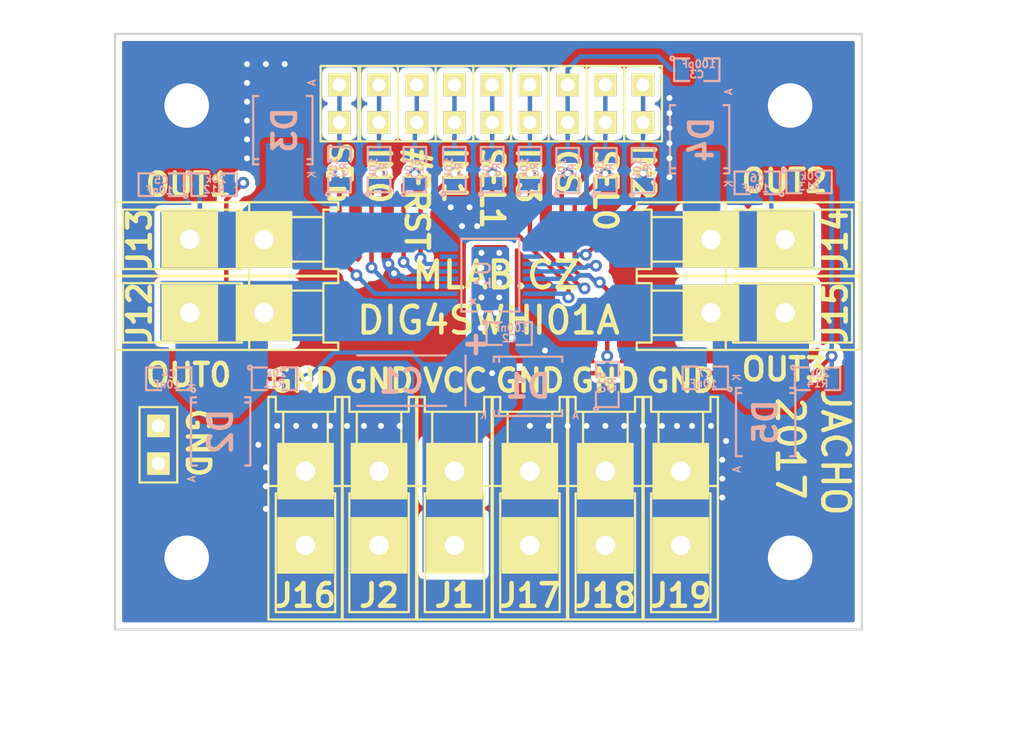
<source format=kicad_pcb>
(kicad_pcb (version 20170123) (host pcbnew "(2017-02-05 revision 431abcf)-makepkg")

  (general
    (links 95)
    (no_connects 0)
    (area -7.493 -43.90324 61.468001 8.001001)
    (thickness 1.6)
    (drawings 28)
    (tracks 289)
    (zones 0)
    (modules 51)
    (nets 25)
  )

  (page A4)
  (layers
    (0 F.Cu signal)
    (31 B.Cu signal)
    (32 B.Adhes user)
    (33 F.Adhes user)
    (34 B.Paste user)
    (35 F.Paste user)
    (36 B.SilkS user)
    (37 F.SilkS user)
    (38 B.Mask user)
    (39 F.Mask user)
    (40 Dwgs.User user)
    (41 Cmts.User user)
    (42 Eco1.User user)
    (43 Eco2.User user)
    (44 Edge.Cuts user)
    (45 Margin user)
    (46 B.CrtYd user)
    (47 F.CrtYd user)
    (48 B.Fab user)
    (49 F.Fab user)
  )

  (setup
    (last_trace_width 0.25)
    (user_trace_width 0.3)
    (user_trace_width 0.4)
    (user_trace_width 0.5)
    (user_trace_width 0.6)
    (user_trace_width 0.8)
    (user_trace_width 1)
    (trace_clearance 0.2)
    (zone_clearance 0)
    (zone_45_only no)
    (trace_min 0.2)
    (segment_width 0.2)
    (edge_width 0.15)
    (via_size 0.8)
    (via_drill 0.4)
    (via_min_size 0.4)
    (via_min_drill 0.3)
    (uvia_size 0.3)
    (uvia_drill 0.1)
    (uvias_allowed no)
    (uvia_min_size 0.2)
    (uvia_min_drill 0.1)
    (pcb_text_width 0.3)
    (pcb_text_size 1.5 1.5)
    (mod_edge_width 0.15)
    (mod_text_size 1 1)
    (mod_text_width 0.15)
    (pad_size 3.81 3.81)
    (pad_drill 1.3)
    (pad_to_mask_clearance 0.2)
    (solder_mask_min_width 0.2)
    (aux_axis_origin 0 0)
    (visible_elements 7FFFFF7F)
    (pcbplotparams
      (layerselection 0x010e0_ffffffff)
      (usegerberextensions false)
      (excludeedgelayer true)
      (linewidth 1.300000)
      (plotframeref false)
      (viasonmask false)
      (mode 1)
      (useauxorigin false)
      (hpglpennumber 1)
      (hpglpenspeed 20)
      (hpglpendiameter 15)
      (psnegative false)
      (psa4output false)
      (plotreference true)
      (plotvalue true)
      (plotinvisibletext false)
      (padsonsilk false)
      (subtractmaskfromsilk false)
      (outputformat 1)
      (mirror false)
      (drillshape 0)
      (scaleselection 1)
      (outputdirectory ../CAM_PROFI/))
  )

  (net 0 "")
  (net 1 GND)
  (net 2 VCC)
  (net 3 /IN1)
  (net 4 /IN2)
  (net 5 /OUT1)
  (net 6 /OUT2)
  (net 7 "Net-(R1-Pad1)")
  (net 8 /CS)
  (net 9 /OUT3)
  (net 10 /IN3)
  (net 11 "Net-(R4-Pad1)")
  (net 12 "Net-(R5-Pad1)")
  (net 13 "Net-(R6-Pad1)")
  (net 14 "Net-(R7-Pad1)")
  (net 15 "Net-(R8-Pad1)")
  (net 16 "Net-(R9-Pad1)")
  (net 17 "Net-(R10-Pad1)")
  (net 18 /OUT0)
  (net 19 /IN0)
  (net 20 /SEL0)
  (net 21 /SEL1)
  (net 22 /SEn)
  (net 23 /#FRST)
  (net 24 "Net-(R3-Pad1)")

  (net_class Default "Toto je výchozí třída sítě."
    (clearance 0.2)
    (trace_width 0.25)
    (via_dia 0.8)
    (via_drill 0.4)
    (uvia_dia 0.3)
    (uvia_drill 0.1)
    (add_net /#FRST)
    (add_net /CS)
    (add_net /IN0)
    (add_net /IN1)
    (add_net /IN2)
    (add_net /IN3)
    (add_net /OUT0)
    (add_net /OUT1)
    (add_net /OUT2)
    (add_net /OUT3)
    (add_net /SEL0)
    (add_net /SEL1)
    (add_net /SEn)
    (add_net GND)
    (add_net "Net-(R1-Pad1)")
    (add_net "Net-(R10-Pad1)")
    (add_net "Net-(R3-Pad1)")
    (add_net "Net-(R4-Pad1)")
    (add_net "Net-(R5-Pad1)")
    (add_net "Net-(R6-Pad1)")
    (add_net "Net-(R7-Pad1)")
    (add_net "Net-(R8-Pad1)")
    (add_net "Net-(R9-Pad1)")
    (add_net VCC)
  )

  (module Mlab_IO:PowerSSO-16 (layer B.Cu) (tedit 5930180C) (tstamp 592BB71C)
    (at 25.527 -24.13 90)
    (path /5927E905)
    (fp_text reference U1 (at 0 -0.5 90) (layer B.SilkS)
      (effects (font (size 1 1) (thickness 0.15)) (justify mirror))
    )
    (fp_text value VNQ7050AJ (at 0 0.5 90) (layer B.Fab)
      (effects (font (size 1 1) (thickness 0.15)) (justify mirror))
    )
    (fp_text user * (at -1.778 -0.889 90) (layer B.SilkS)
      (effects (font (size 1 1) (thickness 0.15)) (justify mirror))
    )
    (fp_line (start -2.45 1.95) (end 2.45 1.95) (layer B.SilkS) (width 0.15))
    (fp_line (start 2.45 1.95) (end 2.45 -1.95) (layer B.SilkS) (width 0.15))
    (fp_line (start 2.45 -1.95) (end -2.45 -1.95) (layer B.SilkS) (width 0.15))
    (fp_line (start -2.45 -1.95) (end -2.45 1.95) (layer B.SilkS) (width 0.15))
    (pad 17 thru_hole circle (at -1.5 -0.6 90) (size 0.5 0.5) (drill 0.4) (layers *.Cu *.Mask)
      (net 2 VCC) (solder_mask_margin 0.001))
    (pad 17 thru_hole circle (at -0.5 -0.6 90) (size 0.5 0.5) (drill 0.4) (layers *.Cu *.Mask)
      (net 2 VCC) (solder_mask_margin 0.001))
    (pad 17 thru_hole circle (at 0.5 -0.6 90) (size 0.5 0.5) (drill 0.4) (layers *.Cu *.Mask)
      (net 2 VCC) (solder_mask_margin 0.001))
    (pad 17 thru_hole circle (at 1.5 -0.6 90) (size 0.5 0.5) (drill 0.4) (layers *.Cu *.Mask)
      (net 2 VCC) (solder_mask_margin 0.001))
    (pad 17 thru_hole circle (at 1.5 0.6 90) (size 0.5 0.5) (drill 0.4) (layers *.Cu *.Mask)
      (net 2 VCC) (solder_mask_margin 0.001))
    (pad 17 thru_hole circle (at 0.5 0.6 90) (size 0.5 0.5) (drill 0.4) (layers *.Cu *.Mask)
      (net 2 VCC) (solder_mask_margin 0.001))
    (pad 17 thru_hole circle (at -0.5 0.6 90) (size 0.5 0.5) (drill 0.4) (layers *.Cu *.Mask)
      (net 2 VCC) (solder_mask_margin 0.001))
    (pad 17 thru_hole circle (at -1.5 0.6 90) (size 0.5 0.5) (drill 0.4) (layers *.Cu *.Mask)
      (net 2 VCC) (solder_mask_margin 0.001))
    (pad 1 smd rect (at -1.75 -2.8 90) (size 0.3 1.2) (layers B.Cu B.Paste B.Mask)
      (net 18 /OUT0))
    (pad 2 smd rect (at -1.25 -2.8 90) (size 0.3 1.2) (layers B.Cu B.Paste B.Mask)
      (net 16 "Net-(R9-Pad1)"))
    (pad 3 smd rect (at -0.75 -2.8 90) (size 0.3 1.2) (layers B.Cu B.Paste B.Mask)
      (net 24 "Net-(R3-Pad1)"))
    (pad 4 smd rect (at -0.25 -2.8 90) (size 0.3 1.2) (layers B.Cu B.Paste B.Mask)
      (net 1 GND))
    (pad 5 smd rect (at 0.25 -2.8 90) (size 0.3 1.2) (layers B.Cu B.Paste B.Mask)
      (net 17 "Net-(R10-Pad1)"))
    (pad 6 smd rect (at 0.75 -2.8 90) (size 0.3 1.2) (layers B.Cu B.Paste B.Mask)
      (net 11 "Net-(R4-Pad1)"))
    (pad 7 smd rect (at 1.25 -2.8 90) (size 0.3 1.2) (layers B.Cu B.Paste B.Mask))
    (pad 8 smd rect (at 1.75 -2.8 90) (size 0.3 1.2) (layers B.Cu B.Paste B.Mask)
      (net 5 /OUT1))
    (pad 9 smd rect (at 1.75 2.8 90) (size 0.3 1.2) (layers B.Cu B.Paste B.Mask)
      (net 6 /OUT2))
    (pad 10 smd rect (at 1.25 2.8 90) (size 0.3 1.2) (layers B.Cu B.Paste B.Mask))
    (pad 11 smd rect (at 0.75 2.8 90) (size 0.3 1.2) (layers B.Cu B.Paste B.Mask)
      (net 12 "Net-(R5-Pad1)"))
    (pad 12 smd rect (at 0.25 2.8 90) (size 0.3 1.2) (layers B.Cu B.Paste B.Mask)
      (net 14 "Net-(R7-Pad1)"))
    (pad 13 smd rect (at -0.25 2.8 90) (size 0.3 1.2) (layers B.Cu B.Paste B.Mask)
      (net 7 "Net-(R1-Pad1)"))
    (pad 14 smd rect (at -0.75 2.8 90) (size 0.3 1.2) (layers B.Cu B.Paste B.Mask)
      (net 13 "Net-(R6-Pad1)"))
    (pad 15 smd rect (at -1.25 2.8 90) (size 0.3 1.2) (layers B.Cu B.Paste B.Mask)
      (net 15 "Net-(R8-Pad1)"))
    (pad 16 smd rect (at -1.75 2.8 90) (size 0.3 1.2) (layers B.Cu B.Paste B.Mask)
      (net 9 /OUT3))
    (pad 17 smd rect (at 0 0 90) (size 3.8 2.2) (layers B.Cu B.Paste B.Mask)
      (net 2 VCC))
  )

  (module Mlab_Pin_Headers:Straight_2x01 (layer F.Cu) (tedit 5545E8D2) (tstamp 592BB653)
    (at 30.734 -35.687 90)
    (descr "pin header straight 2x01")
    (tags "pin header straight 2x01")
    (path /5915CFCB)
    (fp_text reference J3 (at 0 -2.54 90) (layer F.SilkS) hide
      (effects (font (size 1.5 1.5) (thickness 0.15)))
    )
    (fp_text value JUMP_2x1 (at 0 2.54 90) (layer F.SilkS) hide
      (effects (font (size 1.5 1.5) (thickness 0.15)))
    )
    (fp_line (start -2.54 -1.27) (end 2.54 -1.27) (layer F.SilkS) (width 0.15))
    (fp_line (start 2.54 -1.27) (end 2.54 1.27) (layer F.SilkS) (width 0.15))
    (fp_line (start 2.54 1.27) (end -2.54 1.27) (layer F.SilkS) (width 0.15))
    (fp_line (start -2.54 1.27) (end -2.54 -1.27) (layer F.SilkS) (width 0.15))
    (pad 1 thru_hole rect (at -1.27 0 90) (size 1.524 1.524) (drill 0.889) (layers *.Cu *.Mask F.SilkS)
      (net 8 /CS))
    (pad 2 thru_hole rect (at 1.27 0 90) (size 1.524 1.524) (drill 0.889) (layers *.Cu *.Mask F.SilkS)
      (net 8 /CS))
    (model Pin_Headers/Pin_Header_Straight_2x01.wrl
      (at (xyz 0 0 0))
      (scale (xyz 1 1 1))
      (rotate (xyz 0 0 90))
    )
  )

  (module Mlab_Mechanical:MountingHole_3mm placed (layer F.Cu) (tedit 589027DC) (tstamp 58244A4B)
    (at 5.08 -5.08)
    (descr "Mounting hole, Befestigungsbohrung, 3mm, No Annular, Kein Restring,")
    (tags "Mounting hole, Befestigungsbohrung, 3mm, No Annular, Kein Restring,")
    (path /549D7549)
    (fp_text reference M1 (at 0 -4.191) (layer F.SilkS) hide
      (effects (font (thickness 0.3048)))
    )
    (fp_text value HOLE (at 0 4.191) (layer F.SilkS) hide
      (effects (font (thickness 0.3048)))
    )
    (fp_circle (center 0 0) (end 2.99974 0) (layer Cmts.User) (width 0.381))
    (pad 1 thru_hole circle (at 0 0) (size 6 6) (drill 3) (layers *.Cu *.Adhes *.Mask)
      (net 1 GND) (clearance 1) (zone_connect 2))
  )

  (module Mlab_Mechanical:MountingHole_3mm placed (layer F.Cu) (tedit 589027DC) (tstamp 58244A51)
    (at 45.72 -5.08)
    (descr "Mounting hole, Befestigungsbohrung, 3mm, No Annular, Kein Restring,")
    (tags "Mounting hole, Befestigungsbohrung, 3mm, No Annular, Kein Restring,")
    (path /549D7628)
    (fp_text reference M2 (at 0 -4.191) (layer F.SilkS) hide
      (effects (font (thickness 0.3048)))
    )
    (fp_text value HOLE (at 0 4.191) (layer F.SilkS) hide
      (effects (font (thickness 0.3048)))
    )
    (fp_circle (center 0 0) (end 2.99974 0) (layer Cmts.User) (width 0.381))
    (pad 1 thru_hole circle (at 0 0) (size 6 6) (drill 3) (layers *.Cu *.Adhes *.Mask)
      (net 1 GND) (clearance 1) (zone_connect 2))
  )

  (module Mlab_Mechanical:MountingHole_3mm placed (layer F.Cu) (tedit 589027DC) (tstamp 58244A57)
    (at 45.72 -35.56)
    (descr "Mounting hole, Befestigungsbohrung, 3mm, No Annular, Kein Restring,")
    (tags "Mounting hole, Befestigungsbohrung, 3mm, No Annular, Kein Restring,")
    (path /549D7646)
    (fp_text reference M3 (at 0 -4.191) (layer F.SilkS) hide
      (effects (font (thickness 0.3048)))
    )
    (fp_text value HOLE (at 0 4.191) (layer F.SilkS) hide
      (effects (font (thickness 0.3048)))
    )
    (fp_circle (center 0 0) (end 2.99974 0) (layer Cmts.User) (width 0.381))
    (pad 1 thru_hole circle (at 0 0) (size 6 6) (drill 3) (layers *.Cu *.Adhes *.Mask)
      (net 1 GND) (clearance 1) (zone_connect 2))
  )

  (module Mlab_Mechanical:MountingHole_3mm placed (layer F.Cu) (tedit 589027DC) (tstamp 58244A5D)
    (at 5.08 -35.56)
    (descr "Mounting hole, Befestigungsbohrung, 3mm, No Annular, Kein Restring,")
    (tags "Mounting hole, Befestigungsbohrung, 3mm, No Annular, Kein Restring,")
    (path /549D7665)
    (fp_text reference M4 (at 0 -4.191) (layer F.SilkS) hide
      (effects (font (thickness 0.3048)))
    )
    (fp_text value HOLE (at 0 4.191) (layer F.SilkS) hide
      (effects (font (thickness 0.3048)))
    )
    (fp_circle (center 0 0) (end 2.99974 0) (layer Cmts.User) (width 0.381))
    (pad 1 thru_hole circle (at 0 0) (size 6 6) (drill 3) (layers *.Cu *.Adhes *.Mask)
      (net 1 GND) (clearance 1) (zone_connect 2))
  )

  (module Mlab_C:TantalC_SizeC_Reflow (layer B.Cu) (tedit 564C624B) (tstamp 592BB5FF)
    (at 19.558 -17.018 180)
    (descr "Tantal Cap. , Size C, EIA-6032, Reflow,")
    (tags "Tantal Cap. , Size C, EIA-6032, Reflow,")
    (path /5824A2B3)
    (attr smd)
    (fp_text reference C1 (at 0.0127 -0.0381 180) (layer B.SilkS)
      (effects (font (thickness 0.3048)) (justify mirror))
    )
    (fp_text value 47uF/16V (at -0.09906 -3.59918 180) (layer B.SilkS) hide
      (effects (font (thickness 0.3048)) (justify mirror))
    )
    (fp_line (start -4.30022 1.69926) (end -4.30022 -1.69926) (layer B.SilkS) (width 0.15))
    (fp_line (start 2.99974 -1.69926) (end -2.99974 -1.69926) (layer B.SilkS) (width 0.15))
    (fp_line (start 2.99974 1.69926) (end -2.99974 1.69926) (layer B.SilkS) (width 0.15))
    (fp_text user + (at -4.99872 2.55016 180) (layer B.SilkS)
      (effects (font (thickness 0.3048)) (justify mirror))
    )
    (fp_line (start -5.00126 3.05308) (end -5.00126 1.95326) (layer B.SilkS) (width 0.15))
    (fp_line (start -5.6007 2.5527) (end -4.40182 2.5527) (layer B.SilkS) (width 0.15))
    (pad 2 smd rect (at 2.52476 0 180) (size 2.55016 2.49936) (layers B.Cu B.Paste B.Mask)
      (net 1 GND))
    (pad 1 smd rect (at -2.52476 0 180) (size 2.55016 2.49936) (layers B.Cu B.Paste B.Mask)
      (net 2 VCC))
    (model MLAB_3D/Capacitors/c_tant_C.wrl
      (at (xyz 0 0 0))
      (scale (xyz 1 1 1))
      (rotate (xyz 0 0 180))
    )
  )

  (module Mlab_R:SMD-0805 (layer B.Cu) (tedit 54799E0C) (tstamp 592BB605)
    (at 26.797 -20.193)
    (path /592A1FCE)
    (attr smd)
    (fp_text reference C2 (at 0 0.3175) (layer B.SilkS)
      (effects (font (size 0.50038 0.50038) (thickness 0.10922)) (justify mirror))
    )
    (fp_text value 100nF (at 0.127 -0.381) (layer B.SilkS)
      (effects (font (size 0.50038 0.50038) (thickness 0.10922)) (justify mirror))
    )
    (fp_circle (center -1.651 -0.762) (end -1.651 -0.635) (layer B.SilkS) (width 0.15))
    (fp_line (start -0.508 -0.762) (end -1.524 -0.762) (layer B.SilkS) (width 0.15))
    (fp_line (start -1.524 -0.762) (end -1.524 0.762) (layer B.SilkS) (width 0.15))
    (fp_line (start -1.524 0.762) (end -0.508 0.762) (layer B.SilkS) (width 0.15))
    (fp_line (start 0.508 0.762) (end 1.524 0.762) (layer B.SilkS) (width 0.15))
    (fp_line (start 1.524 0.762) (end 1.524 -0.762) (layer B.SilkS) (width 0.15))
    (fp_line (start 1.524 -0.762) (end 0.508 -0.762) (layer B.SilkS) (width 0.15))
    (pad 1 smd rect (at -0.9525 0) (size 0.889 1.397) (layers B.Cu B.Paste B.Mask)
      (net 2 VCC))
    (pad 2 smd rect (at 0.9525 0) (size 0.889 1.397) (layers B.Cu B.Paste B.Mask)
      (net 1 GND))
    (model MLAB_3D/Resistors/chip_cms.wrl
      (at (xyz 0 0 0))
      (scale (xyz 0.1 0.1 0.1))
      (rotate (xyz 0 0 0))
    )
  )

  (module Mlab_R:SMD-0805 (layer B.Cu) (tedit 54799E0C) (tstamp 592BB60B)
    (at 39.4335 -37.973)
    (path /5914A35F)
    (attr smd)
    (fp_text reference C3 (at 0 0.3175) (layer B.SilkS)
      (effects (font (size 0.50038 0.50038) (thickness 0.10922)) (justify mirror))
    )
    (fp_text value 100pF (at 0.127 -0.381) (layer B.SilkS)
      (effects (font (size 0.50038 0.50038) (thickness 0.10922)) (justify mirror))
    )
    (fp_circle (center -1.651 -0.762) (end -1.651 -0.635) (layer B.SilkS) (width 0.15))
    (fp_line (start -0.508 -0.762) (end -1.524 -0.762) (layer B.SilkS) (width 0.15))
    (fp_line (start -1.524 -0.762) (end -1.524 0.762) (layer B.SilkS) (width 0.15))
    (fp_line (start -1.524 0.762) (end -0.508 0.762) (layer B.SilkS) (width 0.15))
    (fp_line (start 0.508 0.762) (end 1.524 0.762) (layer B.SilkS) (width 0.15))
    (fp_line (start 1.524 0.762) (end 1.524 -0.762) (layer B.SilkS) (width 0.15))
    (fp_line (start 1.524 -0.762) (end 0.508 -0.762) (layer B.SilkS) (width 0.15))
    (pad 1 smd rect (at -0.9525 0) (size 0.889 1.397) (layers B.Cu B.Paste B.Mask)
      (net 8 /CS))
    (pad 2 smd rect (at 0.9525 0) (size 0.889 1.397) (layers B.Cu B.Paste B.Mask)
      (net 1 GND))
    (model MLAB_3D/Resistors/chip_cms.wrl
      (at (xyz 0 0 0))
      (scale (xyz 0.1 0.1 0.1))
      (rotate (xyz 0 0 0))
    )
  )

  (module Mlab_R:SMD-0805 (layer B.Cu) (tedit 54799E0C) (tstamp 592BB611)
    (at 3.8735 -17.145 180)
    (path /592A6A4B)
    (attr smd)
    (fp_text reference C4 (at 0 0.3175 180) (layer B.SilkS)
      (effects (font (size 0.50038 0.50038) (thickness 0.10922)) (justify mirror))
    )
    (fp_text value 10nF (at 0.127 -0.381 180) (layer B.SilkS)
      (effects (font (size 0.50038 0.50038) (thickness 0.10922)) (justify mirror))
    )
    (fp_line (start 1.524 -0.762) (end 0.508 -0.762) (layer B.SilkS) (width 0.15))
    (fp_line (start 1.524 0.762) (end 1.524 -0.762) (layer B.SilkS) (width 0.15))
    (fp_line (start 0.508 0.762) (end 1.524 0.762) (layer B.SilkS) (width 0.15))
    (fp_line (start -1.524 0.762) (end -0.508 0.762) (layer B.SilkS) (width 0.15))
    (fp_line (start -1.524 -0.762) (end -1.524 0.762) (layer B.SilkS) (width 0.15))
    (fp_line (start -0.508 -0.762) (end -1.524 -0.762) (layer B.SilkS) (width 0.15))
    (fp_circle (center -1.651 -0.762) (end -1.651 -0.635) (layer B.SilkS) (width 0.15))
    (pad 2 smd rect (at 0.9525 0 180) (size 0.889 1.397) (layers B.Cu B.Paste B.Mask)
      (net 1 GND))
    (pad 1 smd rect (at -0.9525 0 180) (size 0.889 1.397) (layers B.Cu B.Paste B.Mask)
      (net 18 /OUT0))
    (model MLAB_3D/Resistors/chip_cms.wrl
      (at (xyz 0 0 0))
      (scale (xyz 0.1 0.1 0.1))
      (rotate (xyz 0 0 0))
    )
  )

  (module Mlab_R:SMD-0805 (layer B.Cu) (tedit 54799E0C) (tstamp 592BB617)
    (at 3.3655 -30.226 180)
    (path /592A7624)
    (attr smd)
    (fp_text reference C5 (at 0 0.3175 180) (layer B.SilkS)
      (effects (font (size 0.50038 0.50038) (thickness 0.10922)) (justify mirror))
    )
    (fp_text value 10nF (at 0.127 -0.381 180) (layer B.SilkS)
      (effects (font (size 0.50038 0.50038) (thickness 0.10922)) (justify mirror))
    )
    (fp_circle (center -1.651 -0.762) (end -1.651 -0.635) (layer B.SilkS) (width 0.15))
    (fp_line (start -0.508 -0.762) (end -1.524 -0.762) (layer B.SilkS) (width 0.15))
    (fp_line (start -1.524 -0.762) (end -1.524 0.762) (layer B.SilkS) (width 0.15))
    (fp_line (start -1.524 0.762) (end -0.508 0.762) (layer B.SilkS) (width 0.15))
    (fp_line (start 0.508 0.762) (end 1.524 0.762) (layer B.SilkS) (width 0.15))
    (fp_line (start 1.524 0.762) (end 1.524 -0.762) (layer B.SilkS) (width 0.15))
    (fp_line (start 1.524 -0.762) (end 0.508 -0.762) (layer B.SilkS) (width 0.15))
    (pad 1 smd rect (at -0.9525 0 180) (size 0.889 1.397) (layers B.Cu B.Paste B.Mask)
      (net 5 /OUT1))
    (pad 2 smd rect (at 0.9525 0 180) (size 0.889 1.397) (layers B.Cu B.Paste B.Mask)
      (net 1 GND))
    (model MLAB_3D/Resistors/chip_cms.wrl
      (at (xyz 0 0 0))
      (scale (xyz 0.1 0.1 0.1))
      (rotate (xyz 0 0 0))
    )
  )

  (module Mlab_R:SMD-0805 (layer B.Cu) (tedit 54799E0C) (tstamp 592BB61D)
    (at 43.4975 -30.353 180)
    (path /592A76C8)
    (attr smd)
    (fp_text reference C6 (at 0 0.3175 180) (layer B.SilkS)
      (effects (font (size 0.50038 0.50038) (thickness 0.10922)) (justify mirror))
    )
    (fp_text value 10nF (at 0.127 -0.381 180) (layer B.SilkS)
      (effects (font (size 0.50038 0.50038) (thickness 0.10922)) (justify mirror))
    )
    (fp_line (start 1.524 -0.762) (end 0.508 -0.762) (layer B.SilkS) (width 0.15))
    (fp_line (start 1.524 0.762) (end 1.524 -0.762) (layer B.SilkS) (width 0.15))
    (fp_line (start 0.508 0.762) (end 1.524 0.762) (layer B.SilkS) (width 0.15))
    (fp_line (start -1.524 0.762) (end -0.508 0.762) (layer B.SilkS) (width 0.15))
    (fp_line (start -1.524 -0.762) (end -1.524 0.762) (layer B.SilkS) (width 0.15))
    (fp_line (start -0.508 -0.762) (end -1.524 -0.762) (layer B.SilkS) (width 0.15))
    (fp_circle (center -1.651 -0.762) (end -1.651 -0.635) (layer B.SilkS) (width 0.15))
    (pad 2 smd rect (at 0.9525 0 180) (size 0.889 1.397) (layers B.Cu B.Paste B.Mask)
      (net 1 GND))
    (pad 1 smd rect (at -0.9525 0 180) (size 0.889 1.397) (layers B.Cu B.Paste B.Mask)
      (net 6 /OUT2))
    (model MLAB_3D/Resistors/chip_cms.wrl
      (at (xyz 0 0 0))
      (scale (xyz 0.1 0.1 0.1))
      (rotate (xyz 0 0 0))
    )
  )

  (module Mlab_R:SMD-0805 (layer B.Cu) (tedit 54799E0C) (tstamp 592BB623)
    (at 40.005 -17.2085 180)
    (path /592A7767)
    (attr smd)
    (fp_text reference C7 (at 0 0.3175 180) (layer B.SilkS)
      (effects (font (size 0.50038 0.50038) (thickness 0.10922)) (justify mirror))
    )
    (fp_text value 10nF (at 0.127 -0.381 180) (layer B.SilkS)
      (effects (font (size 0.50038 0.50038) (thickness 0.10922)) (justify mirror))
    )
    (fp_circle (center -1.651 -0.762) (end -1.651 -0.635) (layer B.SilkS) (width 0.15))
    (fp_line (start -0.508 -0.762) (end -1.524 -0.762) (layer B.SilkS) (width 0.15))
    (fp_line (start -1.524 -0.762) (end -1.524 0.762) (layer B.SilkS) (width 0.15))
    (fp_line (start -1.524 0.762) (end -0.508 0.762) (layer B.SilkS) (width 0.15))
    (fp_line (start 0.508 0.762) (end 1.524 0.762) (layer B.SilkS) (width 0.15))
    (fp_line (start 1.524 0.762) (end 1.524 -0.762) (layer B.SilkS) (width 0.15))
    (fp_line (start 1.524 -0.762) (end 0.508 -0.762) (layer B.SilkS) (width 0.15))
    (pad 1 smd rect (at -0.9525 0 180) (size 0.889 1.397) (layers B.Cu B.Paste B.Mask)
      (net 9 /OUT3))
    (pad 2 smd rect (at 0.9525 0 180) (size 0.889 1.397) (layers B.Cu B.Paste B.Mask)
      (net 1 GND))
    (model MLAB_3D/Resistors/chip_cms.wrl
      (at (xyz 0 0 0))
      (scale (xyz 0.1 0.1 0.1))
      (rotate (xyz 0 0 0))
    )
  )

  (module Mlab_D:Diode-SMB_Standard (layer B.Cu) (tedit 59300A80) (tstamp 592BB629)
    (at 28.067 -16.637 180)
    (descr "Diode SMB Standard")
    (tags "Diode SMB Standard")
    (path /58246F3B)
    (attr smd)
    (fp_text reference D1 (at 0 0 180) (layer B.SilkS)
      (effects (font (thickness 0.3048)) (justify mirror))
    )
    (fp_text value SMBJ15A-E3/52 (at 0 -3.81 180) (layer B.SilkS) hide
      (effects (font (thickness 0.3048)) (justify mirror))
    )
    (fp_text user A (at -3.2004 -1.95072 180) (layer B.SilkS)
      (effects (font (size 0.50038 0.50038) (thickness 0.09906)) (justify mirror))
    )
    (fp_text user K (at 2.99974 -1.95072 180) (layer B.SilkS)
      (effects (font (size 0.50038 0.50038) (thickness 0.09906)) (justify mirror))
    )
    (fp_line (start -2.30124 -1.75006) (end -2.30124 -1.6002) (layer B.SilkS) (width 0.15))
    (fp_line (start 1.95072 -1.75006) (end 1.95072 -1.651) (layer B.SilkS) (width 0.15))
    (fp_line (start 2.30124 -1.75006) (end 2.30124 -1.651) (layer B.SilkS) (width 0.15))
    (fp_line (start -2.30124 1.75006) (end -2.30124 1.651) (layer B.SilkS) (width 0.15))
    (fp_line (start 1.95072 1.75006) (end 1.95072 1.651) (layer B.SilkS) (width 0.15))
    (fp_line (start 2.30124 1.75006) (end 2.30124 1.651) (layer B.SilkS) (width 0.15))
    (fp_circle (center 0 0) (end 0.44958 -0.09906) (layer B.Adhes) (width 0.381))
    (fp_circle (center 0 0) (end 0.20066 -0.09906) (layer B.Adhes) (width 0.381))
    (fp_line (start 1.95072 -1.99898) (end 1.95072 -1.80086) (layer B.SilkS) (width 0.15))
    (fp_line (start 1.95072 1.99898) (end 1.95072 1.80086) (layer B.SilkS) (width 0.15))
    (fp_line (start 2.29616 -1.99644) (end 2.29616 -1.79832) (layer B.SilkS) (width 0.15))
    (fp_line (start -2.30632 -1.99644) (end 2.29616 -1.99644) (layer B.SilkS) (width 0.15))
    (fp_line (start -2.30632 -1.99644) (end -2.30632 -1.79832) (layer B.SilkS) (width 0.15))
    (fp_line (start -2.30124 1.99898) (end -2.30124 1.80086) (layer B.SilkS) (width 0.15))
    (fp_line (start -2.30124 1.99898) (end 2.30124 1.99898) (layer B.SilkS) (width 0.15))
    (fp_line (start 2.30124 1.99898) (end 2.30124 1.80086) (layer B.SilkS) (width 0.15))
    (pad 2 smd rect (at -2.14884 0 180) (size 2.49936 2.30124) (layers B.Cu B.Paste B.Mask)
      (net 1 GND))
    (pad 1 smd rect (at 2.14884 0 180) (size 2.49936 2.30124) (layers B.Cu B.Paste B.Mask)
      (net 2 VCC))
    (model MLAB_3D/Diodes/SMB.wrl
      (at (xyz 0 0 0))
      (scale (xyz 0.3937 0.3937 0.3937))
      (rotate (xyz 0 0 0))
    )
  )

  (module Mlab_D:SMB_Standard (layer B.Cu) (tedit 59300A86) (tstamp 592BB62F)
    (at 7.366 -13.59916 90)
    (descr "Diode SMB Standard")
    (tags "Diode SMB Standard")
    (path /591647B3)
    (attr smd)
    (fp_text reference D2 (at -0.01016 0 90) (layer B.SilkS)
      (effects (font (thickness 0.3048)) (justify mirror))
    )
    (fp_text value SMBJ15A-E3/52 (at 0 -3.81 90) (layer B.SilkS) hide
      (effects (font (thickness 0.3048)) (justify mirror))
    )
    (fp_text user A (at -3.2004 -1.95072 90) (layer B.SilkS)
      (effects (font (size 0.50038 0.50038) (thickness 0.09906)) (justify mirror))
    )
    (fp_text user K (at 2.99974 -1.95072 90) (layer B.SilkS)
      (effects (font (size 0.50038 0.50038) (thickness 0.09906)) (justify mirror))
    )
    (fp_line (start -2.30124 -1.75006) (end -2.30124 -1.6002) (layer B.SilkS) (width 0.15))
    (fp_line (start 1.95072 -1.75006) (end 1.95072 -1.651) (layer B.SilkS) (width 0.15))
    (fp_line (start 2.30124 -1.75006) (end 2.30124 -1.651) (layer B.SilkS) (width 0.15))
    (fp_line (start -2.30124 1.75006) (end -2.30124 1.651) (layer B.SilkS) (width 0.15))
    (fp_line (start 1.95072 1.75006) (end 1.95072 1.651) (layer B.SilkS) (width 0.15))
    (fp_line (start 2.30124 1.75006) (end 2.30124 1.651) (layer B.SilkS) (width 0.15))
    (fp_circle (center 0 0) (end 0.44958 -0.09906) (layer B.Adhes) (width 0.381))
    (fp_circle (center 0 0) (end 0.20066 -0.09906) (layer B.Adhes) (width 0.381))
    (fp_line (start 1.95072 -1.99898) (end 1.95072 -1.80086) (layer B.SilkS) (width 0.15))
    (fp_line (start 1.95072 1.99898) (end 1.95072 1.80086) (layer B.SilkS) (width 0.15))
    (fp_line (start 2.29616 -1.99644) (end 2.29616 -1.79832) (layer B.SilkS) (width 0.15))
    (fp_line (start -2.30632 -1.99644) (end 2.29616 -1.99644) (layer B.SilkS) (width 0.15))
    (fp_line (start -2.30632 -1.99644) (end -2.30632 -1.79832) (layer B.SilkS) (width 0.15))
    (fp_line (start -2.30124 1.99898) (end -2.30124 1.80086) (layer B.SilkS) (width 0.15))
    (fp_line (start -2.30124 1.99898) (end 2.30124 1.99898) (layer B.SilkS) (width 0.15))
    (fp_line (start 2.30124 1.99898) (end 2.30124 1.80086) (layer B.SilkS) (width 0.15))
    (pad 1 smd rect (at 2.14884 0 90) (size 2.49936 2.30124) (layers B.Cu B.Paste B.Mask)
      (net 18 /OUT0))
    (pad 2 smd rect (at -2.14884 0 90) (size 2.49936 2.30124) (layers B.Cu B.Paste B.Mask)
      (net 1 GND))
    (model MLAB_3D/Diodes/SMB.wrl
      (at (xyz 0 0 0))
      (scale (xyz 0.3937 0.3937 0.3937))
      (rotate (xyz 0 0 0))
    )
  )

  (module Mlab_D:SMB_Standard (layer B.Cu) (tedit 59300A8C) (tstamp 592BB635)
    (at 11.557 -33.89884 270)
    (descr "Diode SMB Standard")
    (tags "Diode SMB Standard")
    (path /5916BDE0)
    (attr smd)
    (fp_text reference D3 (at -0.01016 -0.127 270) (layer B.SilkS)
      (effects (font (thickness 0.3048)) (justify mirror))
    )
    (fp_text value SMBJ15A-E3/52 (at 0 -3.81 270) (layer B.SilkS) hide
      (effects (font (thickness 0.3048)) (justify mirror))
    )
    (fp_line (start 2.30124 1.99898) (end 2.30124 1.80086) (layer B.SilkS) (width 0.15))
    (fp_line (start -2.30124 1.99898) (end 2.30124 1.99898) (layer B.SilkS) (width 0.15))
    (fp_line (start -2.30124 1.99898) (end -2.30124 1.80086) (layer B.SilkS) (width 0.15))
    (fp_line (start -2.30632 -1.99644) (end -2.30632 -1.79832) (layer B.SilkS) (width 0.15))
    (fp_line (start -2.30632 -1.99644) (end 2.29616 -1.99644) (layer B.SilkS) (width 0.15))
    (fp_line (start 2.29616 -1.99644) (end 2.29616 -1.79832) (layer B.SilkS) (width 0.15))
    (fp_line (start 1.95072 1.99898) (end 1.95072 1.80086) (layer B.SilkS) (width 0.15))
    (fp_line (start 1.95072 -1.99898) (end 1.95072 -1.80086) (layer B.SilkS) (width 0.15))
    (fp_circle (center 0 0) (end 0.20066 -0.09906) (layer B.Adhes) (width 0.381))
    (fp_circle (center 0 0) (end 0.44958 -0.09906) (layer B.Adhes) (width 0.381))
    (fp_line (start 2.30124 1.75006) (end 2.30124 1.651) (layer B.SilkS) (width 0.15))
    (fp_line (start 1.95072 1.75006) (end 1.95072 1.651) (layer B.SilkS) (width 0.15))
    (fp_line (start -2.30124 1.75006) (end -2.30124 1.651) (layer B.SilkS) (width 0.15))
    (fp_line (start 2.30124 -1.75006) (end 2.30124 -1.651) (layer B.SilkS) (width 0.15))
    (fp_line (start 1.95072 -1.75006) (end 1.95072 -1.651) (layer B.SilkS) (width 0.15))
    (fp_line (start -2.30124 -1.75006) (end -2.30124 -1.6002) (layer B.SilkS) (width 0.15))
    (fp_text user K (at 2.99974 -1.95072 270) (layer B.SilkS)
      (effects (font (size 0.50038 0.50038) (thickness 0.09906)) (justify mirror))
    )
    (fp_text user A (at -3.2004 -1.95072 270) (layer B.SilkS)
      (effects (font (size 0.50038 0.50038) (thickness 0.09906)) (justify mirror))
    )
    (pad 2 smd rect (at -2.14884 0 270) (size 2.49936 2.30124) (layers B.Cu B.Paste B.Mask)
      (net 1 GND))
    (pad 1 smd rect (at 2.14884 0 270) (size 2.49936 2.30124) (layers B.Cu B.Paste B.Mask)
      (net 5 /OUT1))
    (model MLAB_3D/Diodes/SMB.wrl
      (at (xyz 0 0 0))
      (scale (xyz 0.3937 0.3937 0.3937))
      (rotate (xyz 0 0 0))
    )
  )

  (module Mlab_D:SMB_Standard (layer B.Cu) (tedit 59300A75) (tstamp 592BB63B)
    (at 39.624 -33.28416 270)
    (descr "Diode SMB Standard")
    (tags "Diode SMB Standard")
    (path /5916C564)
    (attr smd)
    (fp_text reference D4 (at 0.01016 -0.127 270) (layer B.SilkS)
      (effects (font (thickness 0.3048)) (justify mirror))
    )
    (fp_text value SMBJ15A-E3/52 (at 0 -3.81 270) (layer B.SilkS) hide
      (effects (font (thickness 0.3048)) (justify mirror))
    )
    (fp_line (start 2.30124 1.99898) (end 2.30124 1.80086) (layer B.SilkS) (width 0.15))
    (fp_line (start -2.30124 1.99898) (end 2.30124 1.99898) (layer B.SilkS) (width 0.15))
    (fp_line (start -2.30124 1.99898) (end -2.30124 1.80086) (layer B.SilkS) (width 0.15))
    (fp_line (start -2.30632 -1.99644) (end -2.30632 -1.79832) (layer B.SilkS) (width 0.15))
    (fp_line (start -2.30632 -1.99644) (end 2.29616 -1.99644) (layer B.SilkS) (width 0.15))
    (fp_line (start 2.29616 -1.99644) (end 2.29616 -1.79832) (layer B.SilkS) (width 0.15))
    (fp_line (start 1.95072 1.99898) (end 1.95072 1.80086) (layer B.SilkS) (width 0.15))
    (fp_line (start 1.95072 -1.99898) (end 1.95072 -1.80086) (layer B.SilkS) (width 0.15))
    (fp_circle (center 0 0) (end 0.20066 -0.09906) (layer B.Adhes) (width 0.381))
    (fp_circle (center 0 0) (end 0.44958 -0.09906) (layer B.Adhes) (width 0.381))
    (fp_line (start 2.30124 1.75006) (end 2.30124 1.651) (layer B.SilkS) (width 0.15))
    (fp_line (start 1.95072 1.75006) (end 1.95072 1.651) (layer B.SilkS) (width 0.15))
    (fp_line (start -2.30124 1.75006) (end -2.30124 1.651) (layer B.SilkS) (width 0.15))
    (fp_line (start 2.30124 -1.75006) (end 2.30124 -1.651) (layer B.SilkS) (width 0.15))
    (fp_line (start 1.95072 -1.75006) (end 1.95072 -1.651) (layer B.SilkS) (width 0.15))
    (fp_line (start -2.30124 -1.75006) (end -2.30124 -1.6002) (layer B.SilkS) (width 0.15))
    (fp_text user K (at 2.99974 -1.95072 270) (layer B.SilkS)
      (effects (font (size 0.50038 0.50038) (thickness 0.09906)) (justify mirror))
    )
    (fp_text user A (at -3.2004 -1.95072 270) (layer B.SilkS)
      (effects (font (size 0.50038 0.50038) (thickness 0.09906)) (justify mirror))
    )
    (pad 2 smd rect (at -2.14884 0 270) (size 2.49936 2.30124) (layers B.Cu B.Paste B.Mask)
      (net 1 GND))
    (pad 1 smd rect (at 2.14884 0 270) (size 2.49936 2.30124) (layers B.Cu B.Paste B.Mask)
      (net 6 /OUT2))
    (model MLAB_3D/Diodes/SMB.wrl
      (at (xyz 0 0 0))
      (scale (xyz 0.3937 0.3937 0.3937))
      (rotate (xyz 0 0 0))
    )
  )

  (module Mlab_D:SMB_Standard (layer B.Cu) (tedit 59300A7A) (tstamp 592BB641)
    (at 44.069 -14.23416 90)
    (descr "Diode SMB Standard")
    (tags "Diode SMB Standard")
    (path /5916C602)
    (attr smd)
    (fp_text reference D5 (at -0.01016 0 90) (layer B.SilkS)
      (effects (font (thickness 0.3048)) (justify mirror))
    )
    (fp_text value SMBJ15A-E3/52 (at 0 -3.81 90) (layer B.SilkS) hide
      (effects (font (thickness 0.3048)) (justify mirror))
    )
    (fp_text user A (at -3.2004 -1.95072 90) (layer B.SilkS)
      (effects (font (size 0.50038 0.50038) (thickness 0.09906)) (justify mirror))
    )
    (fp_text user K (at 2.99974 -1.95072 90) (layer B.SilkS)
      (effects (font (size 0.50038 0.50038) (thickness 0.09906)) (justify mirror))
    )
    (fp_line (start -2.30124 -1.75006) (end -2.30124 -1.6002) (layer B.SilkS) (width 0.15))
    (fp_line (start 1.95072 -1.75006) (end 1.95072 -1.651) (layer B.SilkS) (width 0.15))
    (fp_line (start 2.30124 -1.75006) (end 2.30124 -1.651) (layer B.SilkS) (width 0.15))
    (fp_line (start -2.30124 1.75006) (end -2.30124 1.651) (layer B.SilkS) (width 0.15))
    (fp_line (start 1.95072 1.75006) (end 1.95072 1.651) (layer B.SilkS) (width 0.15))
    (fp_line (start 2.30124 1.75006) (end 2.30124 1.651) (layer B.SilkS) (width 0.15))
    (fp_circle (center 0 0) (end 0.44958 -0.09906) (layer B.Adhes) (width 0.381))
    (fp_circle (center 0 0) (end 0.20066 -0.09906) (layer B.Adhes) (width 0.381))
    (fp_line (start 1.95072 -1.99898) (end 1.95072 -1.80086) (layer B.SilkS) (width 0.15))
    (fp_line (start 1.95072 1.99898) (end 1.95072 1.80086) (layer B.SilkS) (width 0.15))
    (fp_line (start 2.29616 -1.99644) (end 2.29616 -1.79832) (layer B.SilkS) (width 0.15))
    (fp_line (start -2.30632 -1.99644) (end 2.29616 -1.99644) (layer B.SilkS) (width 0.15))
    (fp_line (start -2.30632 -1.99644) (end -2.30632 -1.79832) (layer B.SilkS) (width 0.15))
    (fp_line (start -2.30124 1.99898) (end -2.30124 1.80086) (layer B.SilkS) (width 0.15))
    (fp_line (start -2.30124 1.99898) (end 2.30124 1.99898) (layer B.SilkS) (width 0.15))
    (fp_line (start 2.30124 1.99898) (end 2.30124 1.80086) (layer B.SilkS) (width 0.15))
    (pad 1 smd rect (at 2.14884 0 90) (size 2.49936 2.30124) (layers B.Cu B.Paste B.Mask)
      (net 9 /OUT3))
    (pad 2 smd rect (at -2.14884 0 90) (size 2.49936 2.30124) (layers B.Cu B.Paste B.Mask)
      (net 1 GND))
    (model MLAB_3D/Diodes/SMB.wrl
      (at (xyz 0 0 0))
      (scale (xyz 0.3937 0.3937 0.3937))
      (rotate (xyz 0 0 0))
    )
  )

  (module Mlab_Pin_Headers:Straight_2x01 (layer F.Cu) (tedit 5545E8D2) (tstamp 592BB659)
    (at 18.034 -35.687 90)
    (descr "pin header straight 2x01")
    (tags "pin header straight 2x01")
    (path /59159D69)
    (fp_text reference J4 (at 0 -2.54 90) (layer F.SilkS) hide
      (effects (font (size 1.5 1.5) (thickness 0.15)))
    )
    (fp_text value JUMP_2x1 (at 0 2.54 90) (layer F.SilkS) hide
      (effects (font (size 1.5 1.5) (thickness 0.15)))
    )
    (fp_line (start -2.54 -1.27) (end 2.54 -1.27) (layer F.SilkS) (width 0.15))
    (fp_line (start 2.54 -1.27) (end 2.54 1.27) (layer F.SilkS) (width 0.15))
    (fp_line (start 2.54 1.27) (end -2.54 1.27) (layer F.SilkS) (width 0.15))
    (fp_line (start -2.54 1.27) (end -2.54 -1.27) (layer F.SilkS) (width 0.15))
    (pad 1 thru_hole rect (at -1.27 0 90) (size 1.524 1.524) (drill 0.889) (layers *.Cu *.Mask F.SilkS)
      (net 19 /IN0))
    (pad 2 thru_hole rect (at 1.27 0 90) (size 1.524 1.524) (drill 0.889) (layers *.Cu *.Mask F.SilkS)
      (net 19 /IN0))
    (model Pin_Headers/Pin_Header_Straight_2x01.wrl
      (at (xyz 0 0 0))
      (scale (xyz 1 1 1))
      (rotate (xyz 0 0 90))
    )
  )

  (module Mlab_Pin_Headers:Straight_2x01 (layer F.Cu) (tedit 5545E8D2) (tstamp 592BB65F)
    (at 23.114 -35.687 90)
    (descr "pin header straight 2x01")
    (tags "pin header straight 2x01")
    (path /5915A2DF)
    (fp_text reference J5 (at 0 -2.54 90) (layer F.SilkS) hide
      (effects (font (size 1.5 1.5) (thickness 0.15)))
    )
    (fp_text value JUMP_2x1 (at 0 2.54 90) (layer F.SilkS) hide
      (effects (font (size 1.5 1.5) (thickness 0.15)))
    )
    (fp_line (start -2.54 1.27) (end -2.54 -1.27) (layer F.SilkS) (width 0.15))
    (fp_line (start 2.54 1.27) (end -2.54 1.27) (layer F.SilkS) (width 0.15))
    (fp_line (start 2.54 -1.27) (end 2.54 1.27) (layer F.SilkS) (width 0.15))
    (fp_line (start -2.54 -1.27) (end 2.54 -1.27) (layer F.SilkS) (width 0.15))
    (pad 2 thru_hole rect (at 1.27 0 90) (size 1.524 1.524) (drill 0.889) (layers *.Cu *.Mask F.SilkS)
      (net 3 /IN1))
    (pad 1 thru_hole rect (at -1.27 0 90) (size 1.524 1.524) (drill 0.889) (layers *.Cu *.Mask F.SilkS)
      (net 3 /IN1))
    (model Pin_Headers/Pin_Header_Straight_2x01.wrl
      (at (xyz 0 0 0))
      (scale (xyz 1 1 1))
      (rotate (xyz 0 0 90))
    )
  )

  (module Mlab_Pin_Headers:Straight_2x01 (layer F.Cu) (tedit 5545E8D2) (tstamp 592BB665)
    (at 35.814 -35.687 90)
    (descr "pin header straight 2x01")
    (tags "pin header straight 2x01")
    (path /5915A5CC)
    (fp_text reference J6 (at 0 -2.54 90) (layer F.SilkS) hide
      (effects (font (size 1.5 1.5) (thickness 0.15)))
    )
    (fp_text value JUMP_2x1 (at 0 2.54 90) (layer F.SilkS) hide
      (effects (font (size 1.5 1.5) (thickness 0.15)))
    )
    (fp_line (start -2.54 -1.27) (end 2.54 -1.27) (layer F.SilkS) (width 0.15))
    (fp_line (start 2.54 -1.27) (end 2.54 1.27) (layer F.SilkS) (width 0.15))
    (fp_line (start 2.54 1.27) (end -2.54 1.27) (layer F.SilkS) (width 0.15))
    (fp_line (start -2.54 1.27) (end -2.54 -1.27) (layer F.SilkS) (width 0.15))
    (pad 1 thru_hole rect (at -1.27 0 90) (size 1.524 1.524) (drill 0.889) (layers *.Cu *.Mask F.SilkS)
      (net 4 /IN2))
    (pad 2 thru_hole rect (at 1.27 0 90) (size 1.524 1.524) (drill 0.889) (layers *.Cu *.Mask F.SilkS)
      (net 4 /IN2))
    (model Pin_Headers/Pin_Header_Straight_2x01.wrl
      (at (xyz 0 0 0))
      (scale (xyz 1 1 1))
      (rotate (xyz 0 0 90))
    )
  )

  (module Mlab_Pin_Headers:Straight_2x01 (layer F.Cu) (tedit 5545E8D2) (tstamp 592BB66B)
    (at 28.194 -35.687 90)
    (descr "pin header straight 2x01")
    (tags "pin header straight 2x01")
    (path /5915A63C)
    (fp_text reference J7 (at 0 -2.54 90) (layer F.SilkS) hide
      (effects (font (size 1.5 1.5) (thickness 0.15)))
    )
    (fp_text value JUMP_2x1 (at 0 2.54 90) (layer F.SilkS) hide
      (effects (font (size 1.5 1.5) (thickness 0.15)))
    )
    (fp_line (start -2.54 1.27) (end -2.54 -1.27) (layer F.SilkS) (width 0.15))
    (fp_line (start 2.54 1.27) (end -2.54 1.27) (layer F.SilkS) (width 0.15))
    (fp_line (start 2.54 -1.27) (end 2.54 1.27) (layer F.SilkS) (width 0.15))
    (fp_line (start -2.54 -1.27) (end 2.54 -1.27) (layer F.SilkS) (width 0.15))
    (pad 2 thru_hole rect (at 1.27 0 90) (size 1.524 1.524) (drill 0.889) (layers *.Cu *.Mask F.SilkS)
      (net 10 /IN3))
    (pad 1 thru_hole rect (at -1.27 0 90) (size 1.524 1.524) (drill 0.889) (layers *.Cu *.Mask F.SilkS)
      (net 10 /IN3))
    (model Pin_Headers/Pin_Header_Straight_2x01.wrl
      (at (xyz 0 0 0))
      (scale (xyz 1 1 1))
      (rotate (xyz 0 0 90))
    )
  )

  (module Mlab_Pin_Headers:Straight_2x01 (layer F.Cu) (tedit 5545E8D2) (tstamp 592BB671)
    (at 33.274 -35.687 90)
    (descr "pin header straight 2x01")
    (tags "pin header straight 2x01")
    (path /59286DE7)
    (fp_text reference J8 (at 0 -2.54 90) (layer F.SilkS) hide
      (effects (font (size 1.5 1.5) (thickness 0.15)))
    )
    (fp_text value JUMP_2x1 (at 0 2.54 90) (layer F.SilkS) hide
      (effects (font (size 1.5 1.5) (thickness 0.15)))
    )
    (fp_line (start -2.54 1.27) (end -2.54 -1.27) (layer F.SilkS) (width 0.15))
    (fp_line (start 2.54 1.27) (end -2.54 1.27) (layer F.SilkS) (width 0.15))
    (fp_line (start 2.54 -1.27) (end 2.54 1.27) (layer F.SilkS) (width 0.15))
    (fp_line (start -2.54 -1.27) (end 2.54 -1.27) (layer F.SilkS) (width 0.15))
    (pad 2 thru_hole rect (at 1.27 0 90) (size 1.524 1.524) (drill 0.889) (layers *.Cu *.Mask F.SilkS)
      (net 20 /SEL0))
    (pad 1 thru_hole rect (at -1.27 0 90) (size 1.524 1.524) (drill 0.889) (layers *.Cu *.Mask F.SilkS)
      (net 20 /SEL0))
    (model Pin_Headers/Pin_Header_Straight_2x01.wrl
      (at (xyz 0 0 0))
      (scale (xyz 1 1 1))
      (rotate (xyz 0 0 90))
    )
  )

  (module Mlab_Pin_Headers:Straight_2x01 (layer F.Cu) (tedit 5545E8D2) (tstamp 592BB677)
    (at 25.654 -35.687 90)
    (descr "pin header straight 2x01")
    (tags "pin header straight 2x01")
    (path /59295B12)
    (fp_text reference J9 (at 0 -2.54 90) (layer F.SilkS) hide
      (effects (font (size 1.5 1.5) (thickness 0.15)))
    )
    (fp_text value JUMP_2x1 (at 0 2.54 90) (layer F.SilkS) hide
      (effects (font (size 1.5 1.5) (thickness 0.15)))
    )
    (fp_line (start -2.54 -1.27) (end 2.54 -1.27) (layer F.SilkS) (width 0.15))
    (fp_line (start 2.54 -1.27) (end 2.54 1.27) (layer F.SilkS) (width 0.15))
    (fp_line (start 2.54 1.27) (end -2.54 1.27) (layer F.SilkS) (width 0.15))
    (fp_line (start -2.54 1.27) (end -2.54 -1.27) (layer F.SilkS) (width 0.15))
    (pad 1 thru_hole rect (at -1.27 0 90) (size 1.524 1.524) (drill 0.889) (layers *.Cu *.Mask F.SilkS)
      (net 21 /SEL1))
    (pad 2 thru_hole rect (at 1.27 0 90) (size 1.524 1.524) (drill 0.889) (layers *.Cu *.Mask F.SilkS)
      (net 21 /SEL1))
    (model Pin_Headers/Pin_Header_Straight_2x01.wrl
      (at (xyz 0 0 0))
      (scale (xyz 1 1 1))
      (rotate (xyz 0 0 90))
    )
  )

  (module Mlab_Pin_Headers:Straight_2x01 (layer F.Cu) (tedit 5545E8D2) (tstamp 592BB67D)
    (at 15.367 -35.687 90)
    (descr "pin header straight 2x01")
    (tags "pin header straight 2x01")
    (path /5915A6B3)
    (fp_text reference J10 (at 0 -2.54 90) (layer F.SilkS) hide
      (effects (font (size 1.5 1.5) (thickness 0.15)))
    )
    (fp_text value JUMP_2x1 (at 0 2.54 90) (layer F.SilkS) hide
      (effects (font (size 1.5 1.5) (thickness 0.15)))
    )
    (fp_line (start -2.54 -1.27) (end 2.54 -1.27) (layer F.SilkS) (width 0.15))
    (fp_line (start 2.54 -1.27) (end 2.54 1.27) (layer F.SilkS) (width 0.15))
    (fp_line (start 2.54 1.27) (end -2.54 1.27) (layer F.SilkS) (width 0.15))
    (fp_line (start -2.54 1.27) (end -2.54 -1.27) (layer F.SilkS) (width 0.15))
    (pad 1 thru_hole rect (at -1.27 0 90) (size 1.524 1.524) (drill 0.889) (layers *.Cu *.Mask F.SilkS)
      (net 22 /SEn))
    (pad 2 thru_hole rect (at 1.27 0 90) (size 1.524 1.524) (drill 0.889) (layers *.Cu *.Mask F.SilkS)
      (net 22 /SEn))
    (model Pin_Headers/Pin_Header_Straight_2x01.wrl
      (at (xyz 0 0 0))
      (scale (xyz 1 1 1))
      (rotate (xyz 0 0 90))
    )
  )

  (module Mlab_Pin_Headers:Straight_2x01 (layer F.Cu) (tedit 5545E8D2) (tstamp 592BB683)
    (at 20.574 -35.687 90)
    (descr "pin header straight 2x01")
    (tags "pin header straight 2x01")
    (path /5915A721)
    (fp_text reference J11 (at 0 -2.54 90) (layer F.SilkS) hide
      (effects (font (size 1.5 1.5) (thickness 0.15)))
    )
    (fp_text value JUMP_2x1 (at 0 2.54 90) (layer F.SilkS) hide
      (effects (font (size 1.5 1.5) (thickness 0.15)))
    )
    (fp_line (start -2.54 1.27) (end -2.54 -1.27) (layer F.SilkS) (width 0.15))
    (fp_line (start 2.54 1.27) (end -2.54 1.27) (layer F.SilkS) (width 0.15))
    (fp_line (start 2.54 -1.27) (end 2.54 1.27) (layer F.SilkS) (width 0.15))
    (fp_line (start -2.54 -1.27) (end 2.54 -1.27) (layer F.SilkS) (width 0.15))
    (pad 2 thru_hole rect (at 1.27 0 90) (size 1.524 1.524) (drill 0.889) (layers *.Cu *.Mask F.SilkS)
      (net 23 /#FRST))
    (pad 1 thru_hole rect (at -1.27 0 90) (size 1.524 1.524) (drill 0.889) (layers *.Cu *.Mask F.SilkS)
      (net 23 /#FRST))
    (model Pin_Headers/Pin_Header_Straight_2x01.wrl
      (at (xyz 0 0 0))
      (scale (xyz 1 1 1))
      (rotate (xyz 0 0 90))
    )
  )

  (module Mlab_R:SMD-0805 (layer B.Cu) (tedit 54799E0C) (tstamp 592BB6B9)
    (at 30.734 -31.1785 90)
    (path /59149B54)
    (attr smd)
    (fp_text reference R1 (at 0 0.3175 90) (layer B.SilkS)
      (effects (font (size 0.50038 0.50038) (thickness 0.10922)) (justify mirror))
    )
    (fp_text value 10k (at 0.127 -0.381 90) (layer B.SilkS)
      (effects (font (size 0.50038 0.50038) (thickness 0.10922)) (justify mirror))
    )
    (fp_line (start 1.524 -0.762) (end 0.508 -0.762) (layer B.SilkS) (width 0.15))
    (fp_line (start 1.524 0.762) (end 1.524 -0.762) (layer B.SilkS) (width 0.15))
    (fp_line (start 0.508 0.762) (end 1.524 0.762) (layer B.SilkS) (width 0.15))
    (fp_line (start -1.524 0.762) (end -0.508 0.762) (layer B.SilkS) (width 0.15))
    (fp_line (start -1.524 -0.762) (end -1.524 0.762) (layer B.SilkS) (width 0.15))
    (fp_line (start -0.508 -0.762) (end -1.524 -0.762) (layer B.SilkS) (width 0.15))
    (fp_circle (center -1.651 -0.762) (end -1.651 -0.635) (layer B.SilkS) (width 0.15))
    (pad 2 smd rect (at 0.9525 0 90) (size 0.889 1.397) (layers B.Cu B.Paste B.Mask)
      (net 8 /CS))
    (pad 1 smd rect (at -0.9525 0 90) (size 0.889 1.397) (layers B.Cu B.Paste B.Mask)
      (net 7 "Net-(R1-Pad1)"))
    (model MLAB_3D/Resistors/chip_cms.wrl
      (at (xyz 0 0 0))
      (scale (xyz 0.1 0.1 0.1))
      (rotate (xyz 0 0 0))
    )
  )

  (module Mlab_R:SMD-0805 (layer B.Cu) (tedit 54799E0C) (tstamp 592BB6BF)
    (at 33.401 -16.764 90)
    (path /59149BC1)
    (attr smd)
    (fp_text reference R2 (at 0 0.3175 90) (layer B.SilkS)
      (effects (font (size 0.50038 0.50038) (thickness 0.10922)) (justify mirror))
    )
    (fp_text value 510 (at 0.127 -0.381 90) (layer B.SilkS)
      (effects (font (size 0.50038 0.50038) (thickness 0.10922)) (justify mirror))
    )
    (fp_circle (center -1.651 -0.762) (end -1.651 -0.635) (layer B.SilkS) (width 0.15))
    (fp_line (start -0.508 -0.762) (end -1.524 -0.762) (layer B.SilkS) (width 0.15))
    (fp_line (start -1.524 -0.762) (end -1.524 0.762) (layer B.SilkS) (width 0.15))
    (fp_line (start -1.524 0.762) (end -0.508 0.762) (layer B.SilkS) (width 0.15))
    (fp_line (start 0.508 0.762) (end 1.524 0.762) (layer B.SilkS) (width 0.15))
    (fp_line (start 1.524 0.762) (end 1.524 -0.762) (layer B.SilkS) (width 0.15))
    (fp_line (start 1.524 -0.762) (end 0.508 -0.762) (layer B.SilkS) (width 0.15))
    (pad 1 smd rect (at -0.9525 0 90) (size 0.889 1.397) (layers B.Cu B.Paste B.Mask)
      (net 1 GND))
    (pad 2 smd rect (at 0.9525 0 90) (size 0.889 1.397) (layers B.Cu B.Paste B.Mask)
      (net 7 "Net-(R1-Pad1)"))
    (model MLAB_3D/Resistors/chip_cms.wrl
      (at (xyz 0 0 0))
      (scale (xyz 0.1 0.1 0.1))
      (rotate (xyz 0 0 0))
    )
  )

  (module Mlab_R:SMD-0805 (layer B.Cu) (tedit 54799E0C) (tstamp 592BB6C5)
    (at 18.034 -31.242 90)
    (path /59146A71)
    (attr smd)
    (fp_text reference R3 (at 0 0.3175 90) (layer B.SilkS)
      (effects (font (size 0.50038 0.50038) (thickness 0.10922)) (justify mirror))
    )
    (fp_text value 10k (at 0.127 -0.381 90) (layer B.SilkS)
      (effects (font (size 0.50038 0.50038) (thickness 0.10922)) (justify mirror))
    )
    (fp_circle (center -1.651 -0.762) (end -1.651 -0.635) (layer B.SilkS) (width 0.15))
    (fp_line (start -0.508 -0.762) (end -1.524 -0.762) (layer B.SilkS) (width 0.15))
    (fp_line (start -1.524 -0.762) (end -1.524 0.762) (layer B.SilkS) (width 0.15))
    (fp_line (start -1.524 0.762) (end -0.508 0.762) (layer B.SilkS) (width 0.15))
    (fp_line (start 0.508 0.762) (end 1.524 0.762) (layer B.SilkS) (width 0.15))
    (fp_line (start 1.524 0.762) (end 1.524 -0.762) (layer B.SilkS) (width 0.15))
    (fp_line (start 1.524 -0.762) (end 0.508 -0.762) (layer B.SilkS) (width 0.15))
    (pad 1 smd rect (at -0.9525 0 90) (size 0.889 1.397) (layers B.Cu B.Paste B.Mask)
      (net 24 "Net-(R3-Pad1)"))
    (pad 2 smd rect (at 0.9525 0 90) (size 0.889 1.397) (layers B.Cu B.Paste B.Mask)
      (net 19 /IN0))
    (model MLAB_3D/Resistors/chip_cms.wrl
      (at (xyz 0 0 0))
      (scale (xyz 0.1 0.1 0.1))
      (rotate (xyz 0 0 0))
    )
  )

  (module Mlab_R:SMD-0805 (layer B.Cu) (tedit 54799E0C) (tstamp 592BB6CB)
    (at 23.114 -31.242 90)
    (path /59146D7E)
    (attr smd)
    (fp_text reference R4 (at 0 0.3175 90) (layer B.SilkS)
      (effects (font (size 0.50038 0.50038) (thickness 0.10922)) (justify mirror))
    )
    (fp_text value 10k (at 0.127 -0.381 90) (layer B.SilkS)
      (effects (font (size 0.50038 0.50038) (thickness 0.10922)) (justify mirror))
    )
    (fp_line (start 1.524 -0.762) (end 0.508 -0.762) (layer B.SilkS) (width 0.15))
    (fp_line (start 1.524 0.762) (end 1.524 -0.762) (layer B.SilkS) (width 0.15))
    (fp_line (start 0.508 0.762) (end 1.524 0.762) (layer B.SilkS) (width 0.15))
    (fp_line (start -1.524 0.762) (end -0.508 0.762) (layer B.SilkS) (width 0.15))
    (fp_line (start -1.524 -0.762) (end -1.524 0.762) (layer B.SilkS) (width 0.15))
    (fp_line (start -0.508 -0.762) (end -1.524 -0.762) (layer B.SilkS) (width 0.15))
    (fp_circle (center -1.651 -0.762) (end -1.651 -0.635) (layer B.SilkS) (width 0.15))
    (pad 2 smd rect (at 0.9525 0 90) (size 0.889 1.397) (layers B.Cu B.Paste B.Mask)
      (net 3 /IN1))
    (pad 1 smd rect (at -0.9525 0 90) (size 0.889 1.397) (layers B.Cu B.Paste B.Mask)
      (net 11 "Net-(R4-Pad1)"))
    (model MLAB_3D/Resistors/chip_cms.wrl
      (at (xyz 0 0 0))
      (scale (xyz 0.1 0.1 0.1))
      (rotate (xyz 0 0 0))
    )
  )

  (module Mlab_R:SMD-0805 (layer B.Cu) (tedit 54799E0C) (tstamp 592BB6D1)
    (at 35.814 -31.1785 90)
    (path /59146ECA)
    (attr smd)
    (fp_text reference R5 (at 0 0.3175 90) (layer B.SilkS)
      (effects (font (size 0.50038 0.50038) (thickness 0.10922)) (justify mirror))
    )
    (fp_text value 10k (at 0.127 -0.381 90) (layer B.SilkS)
      (effects (font (size 0.50038 0.50038) (thickness 0.10922)) (justify mirror))
    )
    (fp_line (start 1.524 -0.762) (end 0.508 -0.762) (layer B.SilkS) (width 0.15))
    (fp_line (start 1.524 0.762) (end 1.524 -0.762) (layer B.SilkS) (width 0.15))
    (fp_line (start 0.508 0.762) (end 1.524 0.762) (layer B.SilkS) (width 0.15))
    (fp_line (start -1.524 0.762) (end -0.508 0.762) (layer B.SilkS) (width 0.15))
    (fp_line (start -1.524 -0.762) (end -1.524 0.762) (layer B.SilkS) (width 0.15))
    (fp_line (start -0.508 -0.762) (end -1.524 -0.762) (layer B.SilkS) (width 0.15))
    (fp_circle (center -1.651 -0.762) (end -1.651 -0.635) (layer B.SilkS) (width 0.15))
    (pad 2 smd rect (at 0.9525 0 90) (size 0.889 1.397) (layers B.Cu B.Paste B.Mask)
      (net 4 /IN2))
    (pad 1 smd rect (at -0.9525 0 90) (size 0.889 1.397) (layers B.Cu B.Paste B.Mask)
      (net 12 "Net-(R5-Pad1)"))
    (model MLAB_3D/Resistors/chip_cms.wrl
      (at (xyz 0 0 0))
      (scale (xyz 0.1 0.1 0.1))
      (rotate (xyz 0 0 0))
    )
  )

  (module Mlab_R:SMD-0805 (layer B.Cu) (tedit 54799E0C) (tstamp 592BB6D7)
    (at 28.194 -31.242 90)
    (path /59146F0C)
    (attr smd)
    (fp_text reference R6 (at 0 0.3175 90) (layer B.SilkS)
      (effects (font (size 0.50038 0.50038) (thickness 0.10922)) (justify mirror))
    )
    (fp_text value 10k (at 0.127 -0.381 90) (layer B.SilkS)
      (effects (font (size 0.50038 0.50038) (thickness 0.10922)) (justify mirror))
    )
    (fp_circle (center -1.651 -0.762) (end -1.651 -0.635) (layer B.SilkS) (width 0.15))
    (fp_line (start -0.508 -0.762) (end -1.524 -0.762) (layer B.SilkS) (width 0.15))
    (fp_line (start -1.524 -0.762) (end -1.524 0.762) (layer B.SilkS) (width 0.15))
    (fp_line (start -1.524 0.762) (end -0.508 0.762) (layer B.SilkS) (width 0.15))
    (fp_line (start 0.508 0.762) (end 1.524 0.762) (layer B.SilkS) (width 0.15))
    (fp_line (start 1.524 0.762) (end 1.524 -0.762) (layer B.SilkS) (width 0.15))
    (fp_line (start 1.524 -0.762) (end 0.508 -0.762) (layer B.SilkS) (width 0.15))
    (pad 1 smd rect (at -0.9525 0 90) (size 0.889 1.397) (layers B.Cu B.Paste B.Mask)
      (net 13 "Net-(R6-Pad1)"))
    (pad 2 smd rect (at 0.9525 0 90) (size 0.889 1.397) (layers B.Cu B.Paste B.Mask)
      (net 10 /IN3))
    (model MLAB_3D/Resistors/chip_cms.wrl
      (at (xyz 0 0 0))
      (scale (xyz 0.1 0.1 0.1))
      (rotate (xyz 0 0 0))
    )
  )

  (module Mlab_R:SMD-0805 (layer B.Cu) (tedit 54799E0C) (tstamp 592BB6DD)
    (at 33.274 -31.1785 90)
    (path /59286DE0)
    (attr smd)
    (fp_text reference R7 (at 0 0.3175 90) (layer B.SilkS)
      (effects (font (size 0.50038 0.50038) (thickness 0.10922)) (justify mirror))
    )
    (fp_text value 10k (at 0.127 -0.381 90) (layer B.SilkS)
      (effects (font (size 0.50038 0.50038) (thickness 0.10922)) (justify mirror))
    )
    (fp_line (start 1.524 -0.762) (end 0.508 -0.762) (layer B.SilkS) (width 0.15))
    (fp_line (start 1.524 0.762) (end 1.524 -0.762) (layer B.SilkS) (width 0.15))
    (fp_line (start 0.508 0.762) (end 1.524 0.762) (layer B.SilkS) (width 0.15))
    (fp_line (start -1.524 0.762) (end -0.508 0.762) (layer B.SilkS) (width 0.15))
    (fp_line (start -1.524 -0.762) (end -1.524 0.762) (layer B.SilkS) (width 0.15))
    (fp_line (start -0.508 -0.762) (end -1.524 -0.762) (layer B.SilkS) (width 0.15))
    (fp_circle (center -1.651 -0.762) (end -1.651 -0.635) (layer B.SilkS) (width 0.15))
    (pad 2 smd rect (at 0.9525 0 90) (size 0.889 1.397) (layers B.Cu B.Paste B.Mask)
      (net 20 /SEL0))
    (pad 1 smd rect (at -0.9525 0 90) (size 0.889 1.397) (layers B.Cu B.Paste B.Mask)
      (net 14 "Net-(R7-Pad1)"))
    (model MLAB_3D/Resistors/chip_cms.wrl
      (at (xyz 0 0 0))
      (scale (xyz 0.1 0.1 0.1))
      (rotate (xyz 0 0 0))
    )
  )

  (module Mlab_R:SMD-0805 (layer B.Cu) (tedit 54799E0C) (tstamp 592BB6E3)
    (at 25.654 -31.242 90)
    (path /59295B0B)
    (attr smd)
    (fp_text reference R8 (at 0 0.3175 90) (layer B.SilkS)
      (effects (font (size 0.50038 0.50038) (thickness 0.10922)) (justify mirror))
    )
    (fp_text value 10k (at 0.127 -0.381 90) (layer B.SilkS)
      (effects (font (size 0.50038 0.50038) (thickness 0.10922)) (justify mirror))
    )
    (fp_line (start 1.524 -0.762) (end 0.508 -0.762) (layer B.SilkS) (width 0.15))
    (fp_line (start 1.524 0.762) (end 1.524 -0.762) (layer B.SilkS) (width 0.15))
    (fp_line (start 0.508 0.762) (end 1.524 0.762) (layer B.SilkS) (width 0.15))
    (fp_line (start -1.524 0.762) (end -0.508 0.762) (layer B.SilkS) (width 0.15))
    (fp_line (start -1.524 -0.762) (end -1.524 0.762) (layer B.SilkS) (width 0.15))
    (fp_line (start -0.508 -0.762) (end -1.524 -0.762) (layer B.SilkS) (width 0.15))
    (fp_circle (center -1.651 -0.762) (end -1.651 -0.635) (layer B.SilkS) (width 0.15))
    (pad 2 smd rect (at 0.9525 0 90) (size 0.889 1.397) (layers B.Cu B.Paste B.Mask)
      (net 21 /SEL1))
    (pad 1 smd rect (at -0.9525 0 90) (size 0.889 1.397) (layers B.Cu B.Paste B.Mask)
      (net 15 "Net-(R8-Pad1)"))
    (model MLAB_3D/Resistors/chip_cms.wrl
      (at (xyz 0 0 0))
      (scale (xyz 0.1 0.1 0.1))
      (rotate (xyz 0 0 0))
    )
  )

  (module Mlab_R:SMD-0805 (layer B.Cu) (tedit 54799E0C) (tstamp 592BB6E9)
    (at 15.367 -31.242 90)
    (path /59146F4D)
    (attr smd)
    (fp_text reference R9 (at 0 0.3175 90) (layer B.SilkS)
      (effects (font (size 0.50038 0.50038) (thickness 0.10922)) (justify mirror))
    )
    (fp_text value 10k (at 0.127 -0.381 90) (layer B.SilkS)
      (effects (font (size 0.50038 0.50038) (thickness 0.10922)) (justify mirror))
    )
    (fp_line (start 1.524 -0.762) (end 0.508 -0.762) (layer B.SilkS) (width 0.15))
    (fp_line (start 1.524 0.762) (end 1.524 -0.762) (layer B.SilkS) (width 0.15))
    (fp_line (start 0.508 0.762) (end 1.524 0.762) (layer B.SilkS) (width 0.15))
    (fp_line (start -1.524 0.762) (end -0.508 0.762) (layer B.SilkS) (width 0.15))
    (fp_line (start -1.524 -0.762) (end -1.524 0.762) (layer B.SilkS) (width 0.15))
    (fp_line (start -0.508 -0.762) (end -1.524 -0.762) (layer B.SilkS) (width 0.15))
    (fp_circle (center -1.651 -0.762) (end -1.651 -0.635) (layer B.SilkS) (width 0.15))
    (pad 2 smd rect (at 0.9525 0 90) (size 0.889 1.397) (layers B.Cu B.Paste B.Mask)
      (net 22 /SEn))
    (pad 1 smd rect (at -0.9525 0 90) (size 0.889 1.397) (layers B.Cu B.Paste B.Mask)
      (net 16 "Net-(R9-Pad1)"))
    (model MLAB_3D/Resistors/chip_cms.wrl
      (at (xyz 0 0 0))
      (scale (xyz 0.1 0.1 0.1))
      (rotate (xyz 0 0 0))
    )
  )

  (module Mlab_R:SMD-0805 (layer B.Cu) (tedit 54799E0C) (tstamp 592BB6EF)
    (at 20.447 -31.242 90)
    (path /59146F95)
    (attr smd)
    (fp_text reference R10 (at 0 0.3175 90) (layer B.SilkS)
      (effects (font (size 0.50038 0.50038) (thickness 0.10922)) (justify mirror))
    )
    (fp_text value 10k (at 0.127 -0.381 90) (layer B.SilkS)
      (effects (font (size 0.50038 0.50038) (thickness 0.10922)) (justify mirror))
    )
    (fp_circle (center -1.651 -0.762) (end -1.651 -0.635) (layer B.SilkS) (width 0.15))
    (fp_line (start -0.508 -0.762) (end -1.524 -0.762) (layer B.SilkS) (width 0.15))
    (fp_line (start -1.524 -0.762) (end -1.524 0.762) (layer B.SilkS) (width 0.15))
    (fp_line (start -1.524 0.762) (end -0.508 0.762) (layer B.SilkS) (width 0.15))
    (fp_line (start 0.508 0.762) (end 1.524 0.762) (layer B.SilkS) (width 0.15))
    (fp_line (start 1.524 0.762) (end 1.524 -0.762) (layer B.SilkS) (width 0.15))
    (fp_line (start 1.524 -0.762) (end 0.508 -0.762) (layer B.SilkS) (width 0.15))
    (pad 1 smd rect (at -0.9525 0 90) (size 0.889 1.397) (layers B.Cu B.Paste B.Mask)
      (net 17 "Net-(R10-Pad1)"))
    (pad 2 smd rect (at 0.9525 0 90) (size 0.889 1.397) (layers B.Cu B.Paste B.Mask)
      (net 23 /#FRST))
    (model MLAB_3D/Resistors/chip_cms.wrl
      (at (xyz 0 0 0))
      (scale (xyz 0.1 0.1 0.1))
      (rotate (xyz 0 0 0))
    )
  )

  (module Mlab_R:SMD-0805 (layer B.Cu) (tedit 54799E0C) (tstamp 592BB6F5)
    (at 10.9855 -17.145)
    (path /591698A6)
    (attr smd)
    (fp_text reference R11 (at 0 0.3175) (layer B.SilkS)
      (effects (font (size 0.50038 0.50038) (thickness 0.10922)) (justify mirror))
    )
    (fp_text value 20k (at 0.127 -0.381) (layer B.SilkS)
      (effects (font (size 0.50038 0.50038) (thickness 0.10922)) (justify mirror))
    )
    (fp_line (start 1.524 -0.762) (end 0.508 -0.762) (layer B.SilkS) (width 0.15))
    (fp_line (start 1.524 0.762) (end 1.524 -0.762) (layer B.SilkS) (width 0.15))
    (fp_line (start 0.508 0.762) (end 1.524 0.762) (layer B.SilkS) (width 0.15))
    (fp_line (start -1.524 0.762) (end -0.508 0.762) (layer B.SilkS) (width 0.15))
    (fp_line (start -1.524 -0.762) (end -1.524 0.762) (layer B.SilkS) (width 0.15))
    (fp_line (start -0.508 -0.762) (end -1.524 -0.762) (layer B.SilkS) (width 0.15))
    (fp_circle (center -1.651 -0.762) (end -1.651 -0.635) (layer B.SilkS) (width 0.15))
    (pad 2 smd rect (at 0.9525 0) (size 0.889 1.397) (layers B.Cu B.Paste B.Mask)
      (net 2 VCC))
    (pad 1 smd rect (at -0.9525 0) (size 0.889 1.397) (layers B.Cu B.Paste B.Mask)
      (net 18 /OUT0))
    (model MLAB_3D/Resistors/chip_cms.wrl
      (at (xyz 0 0 0))
      (scale (xyz 0.1 0.1 0.1))
      (rotate (xyz 0 0 0))
    )
  )

  (module Mlab_R:SMD-0805 (layer B.Cu) (tedit 54799E0C) (tstamp 592BB6FB)
    (at 6.9215 -30.226)
    (path /5916A956)
    (attr smd)
    (fp_text reference R12 (at 0 0.3175) (layer B.SilkS)
      (effects (font (size 0.50038 0.50038) (thickness 0.10922)) (justify mirror))
    )
    (fp_text value 20k (at 0.127 -0.381) (layer B.SilkS)
      (effects (font (size 0.50038 0.50038) (thickness 0.10922)) (justify mirror))
    )
    (fp_circle (center -1.651 -0.762) (end -1.651 -0.635) (layer B.SilkS) (width 0.15))
    (fp_line (start -0.508 -0.762) (end -1.524 -0.762) (layer B.SilkS) (width 0.15))
    (fp_line (start -1.524 -0.762) (end -1.524 0.762) (layer B.SilkS) (width 0.15))
    (fp_line (start -1.524 0.762) (end -0.508 0.762) (layer B.SilkS) (width 0.15))
    (fp_line (start 0.508 0.762) (end 1.524 0.762) (layer B.SilkS) (width 0.15))
    (fp_line (start 1.524 0.762) (end 1.524 -0.762) (layer B.SilkS) (width 0.15))
    (fp_line (start 1.524 -0.762) (end 0.508 -0.762) (layer B.SilkS) (width 0.15))
    (pad 1 smd rect (at -0.9525 0) (size 0.889 1.397) (layers B.Cu B.Paste B.Mask)
      (net 5 /OUT1))
    (pad 2 smd rect (at 0.9525 0) (size 0.889 1.397) (layers B.Cu B.Paste B.Mask)
      (net 2 VCC))
    (model MLAB_3D/Resistors/chip_cms.wrl
      (at (xyz 0 0 0))
      (scale (xyz 0.1 0.1 0.1))
      (rotate (xyz 0 0 0))
    )
  )

  (module Mlab_R:SMD-0805 (layer B.Cu) (tedit 54799E0C) (tstamp 592BB701)
    (at 46.99 -30.4165)
    (path /5916A9E6)
    (attr smd)
    (fp_text reference R13 (at 0 0.3175) (layer B.SilkS)
      (effects (font (size 0.50038 0.50038) (thickness 0.10922)) (justify mirror))
    )
    (fp_text value 20k (at 0.127 -0.381) (layer B.SilkS)
      (effects (font (size 0.50038 0.50038) (thickness 0.10922)) (justify mirror))
    )
    (fp_line (start 1.524 -0.762) (end 0.508 -0.762) (layer B.SilkS) (width 0.15))
    (fp_line (start 1.524 0.762) (end 1.524 -0.762) (layer B.SilkS) (width 0.15))
    (fp_line (start 0.508 0.762) (end 1.524 0.762) (layer B.SilkS) (width 0.15))
    (fp_line (start -1.524 0.762) (end -0.508 0.762) (layer B.SilkS) (width 0.15))
    (fp_line (start -1.524 -0.762) (end -1.524 0.762) (layer B.SilkS) (width 0.15))
    (fp_line (start -0.508 -0.762) (end -1.524 -0.762) (layer B.SilkS) (width 0.15))
    (fp_circle (center -1.651 -0.762) (end -1.651 -0.635) (layer B.SilkS) (width 0.15))
    (pad 2 smd rect (at 0.9525 0) (size 0.889 1.397) (layers B.Cu B.Paste B.Mask)
      (net 2 VCC))
    (pad 1 smd rect (at -0.9525 0) (size 0.889 1.397) (layers B.Cu B.Paste B.Mask)
      (net 6 /OUT2))
    (model MLAB_3D/Resistors/chip_cms.wrl
      (at (xyz 0 0 0))
      (scale (xyz 0.1 0.1 0.1))
      (rotate (xyz 0 0 0))
    )
  )

  (module Mlab_R:SMD-0805 (layer B.Cu) (tedit 54799E0C) (tstamp 592BB707)
    (at 47.5615 -17.145)
    (path /5916B0FE)
    (attr smd)
    (fp_text reference R14 (at 0 0.3175) (layer B.SilkS)
      (effects (font (size 0.50038 0.50038) (thickness 0.10922)) (justify mirror))
    )
    (fp_text value 20k (at 0.127 -0.381) (layer B.SilkS)
      (effects (font (size 0.50038 0.50038) (thickness 0.10922)) (justify mirror))
    )
    (fp_circle (center -1.651 -0.762) (end -1.651 -0.635) (layer B.SilkS) (width 0.15))
    (fp_line (start -0.508 -0.762) (end -1.524 -0.762) (layer B.SilkS) (width 0.15))
    (fp_line (start -1.524 -0.762) (end -1.524 0.762) (layer B.SilkS) (width 0.15))
    (fp_line (start -1.524 0.762) (end -0.508 0.762) (layer B.SilkS) (width 0.15))
    (fp_line (start 0.508 0.762) (end 1.524 0.762) (layer B.SilkS) (width 0.15))
    (fp_line (start 1.524 0.762) (end 1.524 -0.762) (layer B.SilkS) (width 0.15))
    (fp_line (start 1.524 -0.762) (end 0.508 -0.762) (layer B.SilkS) (width 0.15))
    (pad 1 smd rect (at -0.9525 0) (size 0.889 1.397) (layers B.Cu B.Paste B.Mask)
      (net 9 /OUT3))
    (pad 2 smd rect (at 0.9525 0) (size 0.889 1.397) (layers B.Cu B.Paste B.Mask)
      (net 2 VCC))
    (model MLAB_3D/Resistors/chip_cms.wrl
      (at (xyz 0 0 0))
      (scale (xyz 0.1 0.1 0.1))
      (rotate (xyz 0 0 0))
    )
  )

  (module Mlab_Pin_Headers:Straight_2x01 (layer F.Cu) (tedit 5545E8D2) (tstamp 59300FD4)
    (at 3.175 -12.7 90)
    (descr "pin header straight 2x01")
    (tags "pin header straight 2x01")
    (path /593026ED)
    (fp_text reference J20 (at 0 -2.54 90) (layer F.SilkS) hide
      (effects (font (size 1.5 1.5) (thickness 0.15)))
    )
    (fp_text value JUMP_2x1 (at 0 2.54 90) (layer F.SilkS) hide
      (effects (font (size 1.5 1.5) (thickness 0.15)))
    )
    (fp_line (start -2.54 -1.27) (end 2.54 -1.27) (layer F.SilkS) (width 0.15))
    (fp_line (start 2.54 -1.27) (end 2.54 1.27) (layer F.SilkS) (width 0.15))
    (fp_line (start 2.54 1.27) (end -2.54 1.27) (layer F.SilkS) (width 0.15))
    (fp_line (start -2.54 1.27) (end -2.54 -1.27) (layer F.SilkS) (width 0.15))
    (pad 1 thru_hole rect (at -1.27 0 90) (size 1.524 1.524) (drill 0.889) (layers *.Cu *.Mask F.SilkS)
      (net 1 GND))
    (pad 2 thru_hole rect (at 1.27 0 90) (size 1.524 1.524) (drill 0.889) (layers *.Cu *.Mask F.SilkS)
      (net 1 GND))
    (model Pin_Headers/Pin_Header_Straight_2x01.wrl
      (at (xyz 0 0 0))
      (scale (xyz 1 1 1))
      (rotate (xyz 0 0 90))
    )
  )

  (module Mlab_CON:WAGO256_2 (layer F.Cu) (tedit 5934EE34) (tstamp 5934EEAC)
    (at 23.114 -8.382 90)
    (descr "WAGO-Series 236, 2Stift, 1pol, RM 5mm,")
    (tags "WAGO-Series 236, 2Stift, 1pol, RM 5mm, Anreibare Leiterplattenklemme")
    (path /58248301)
    (fp_text reference J1 (at -5.842 0 180) (layer F.SilkS)
      (effects (font (thickness 0.3048)))
    )
    (fp_text value CONN1_1 (at 0.254 4.064 90) (layer F.SilkS) hide
      (effects (font (thickness 0.3048)))
    )
    (fp_line (start -7.46 -2.5) (end 1.54 -2.5) (layer F.SilkS) (width 0.15))
    (fp_line (start 1.54 2.5) (end -7.46 2.5) (layer F.SilkS) (width 0.15))
    (fp_line (start 1.54 -2.5) (end 7.54 -2.5) (layer F.SilkS) (width 0.15))
    (fp_line (start -6.9601 -2) (end 1.0399 -2) (layer F.SilkS) (width 0.15))
    (fp_line (start 3.54 -1.5) (end 6.54 -1.5) (layer F.SilkS) (width 0.15))
    (fp_line (start 1.54 2.5) (end 7.54 2.5) (layer F.SilkS) (width 0.15))
    (fp_line (start -6.9601 2) (end 1.0399 2) (layer F.SilkS) (width 0.15))
    (fp_line (start 3.54 1.5) (end 6.54 1.5) (layer F.SilkS) (width 0.15))
    (fp_line (start 6.54 -2) (end 7.54 -2) (layer F.SilkS) (width 0.15))
    (fp_line (start 1.0399 -1) (end 1.54 -1) (layer F.SilkS) (width 0.15))
    (fp_line (start 6.54 2) (end 7.54 2) (layer F.SilkS) (width 0.15))
    (fp_line (start 1.0399 1) (end 1.54 1) (layer F.SilkS) (width 0.15))
    (fp_line (start -6.9601 2) (end -6.9601 -2) (layer F.SilkS) (width 0.15))
    (fp_line (start 1.0399 -2) (end 1.0399 2) (layer F.SilkS) (width 0.15))
    (fp_line (start 3.54 1.5001) (end 3.54 -1.5001) (layer F.SilkS) (width 0.15))
    (fp_line (start 6.54 -2) (end 6.54 2) (layer F.SilkS) (width 0.15))
    (fp_line (start -7.46 2.5001) (end -7.46 -2.5001) (layer F.SilkS) (width 0.15))
    (fp_line (start 1.54 2.5001) (end 1.54 -2.5001) (layer F.SilkS) (width 0.15))
    (fp_line (start 7.54 -2) (end 7.54 -2.5) (layer F.SilkS) (width 0.15))
    (fp_line (start 7.54 2.5) (end 7.54 2) (layer F.SilkS) (width 0.15))
    (pad 1 thru_hole rect (at 2.54 0 180) (size 3.81 3.81) (drill 1.3) (layers *.Cu *.Mask F.SilkS)
      (net 2 VCC))
    (pad 1 thru_hole rect (at -2.46 0 180) (size 3.81 3.81) (drill 1.3) (layers *.Cu *.Mask F.SilkS)
      (net 2 VCC))
  )

  (module Mlab_CON:WAGO256_2 (layer F.Cu) (tedit 5934EE34) (tstamp 5934EEB1)
    (at 18.034 -8.382 90)
    (descr "WAGO-Series 236, 2Stift, 1pol, RM 5mm,")
    (tags "WAGO-Series 236, 2Stift, 1pol, RM 5mm, Anreibare Leiterplattenklemme")
    (path /58248700)
    (fp_text reference J2 (at -5.842 0 180) (layer F.SilkS)
      (effects (font (thickness 0.3048)))
    )
    (fp_text value CONN1_1 (at 0.254 4.064 90) (layer F.SilkS) hide
      (effects (font (thickness 0.3048)))
    )
    (fp_line (start 7.54 2.5) (end 7.54 2) (layer F.SilkS) (width 0.15))
    (fp_line (start 7.54 -2) (end 7.54 -2.5) (layer F.SilkS) (width 0.15))
    (fp_line (start 1.54 2.5001) (end 1.54 -2.5001) (layer F.SilkS) (width 0.15))
    (fp_line (start -7.46 2.5001) (end -7.46 -2.5001) (layer F.SilkS) (width 0.15))
    (fp_line (start 6.54 -2) (end 6.54 2) (layer F.SilkS) (width 0.15))
    (fp_line (start 3.54 1.5001) (end 3.54 -1.5001) (layer F.SilkS) (width 0.15))
    (fp_line (start 1.0399 -2) (end 1.0399 2) (layer F.SilkS) (width 0.15))
    (fp_line (start -6.9601 2) (end -6.9601 -2) (layer F.SilkS) (width 0.15))
    (fp_line (start 1.0399 1) (end 1.54 1) (layer F.SilkS) (width 0.15))
    (fp_line (start 6.54 2) (end 7.54 2) (layer F.SilkS) (width 0.15))
    (fp_line (start 1.0399 -1) (end 1.54 -1) (layer F.SilkS) (width 0.15))
    (fp_line (start 6.54 -2) (end 7.54 -2) (layer F.SilkS) (width 0.15))
    (fp_line (start 3.54 1.5) (end 6.54 1.5) (layer F.SilkS) (width 0.15))
    (fp_line (start -6.9601 2) (end 1.0399 2) (layer F.SilkS) (width 0.15))
    (fp_line (start 1.54 2.5) (end 7.54 2.5) (layer F.SilkS) (width 0.15))
    (fp_line (start 3.54 -1.5) (end 6.54 -1.5) (layer F.SilkS) (width 0.15))
    (fp_line (start -6.9601 -2) (end 1.0399 -2) (layer F.SilkS) (width 0.15))
    (fp_line (start 1.54 -2.5) (end 7.54 -2.5) (layer F.SilkS) (width 0.15))
    (fp_line (start 1.54 2.5) (end -7.46 2.5) (layer F.SilkS) (width 0.15))
    (fp_line (start -7.46 -2.5) (end 1.54 -2.5) (layer F.SilkS) (width 0.15))
    (pad 1 thru_hole rect (at -2.46 0 180) (size 3.81 3.81) (drill 1.3) (layers *.Cu *.Mask F.SilkS)
      (net 1 GND))
    (pad 1 thru_hole rect (at 2.54 0 180) (size 3.81 3.81) (drill 1.3) (layers *.Cu *.Mask F.SilkS)
      (net 1 GND))
  )

  (module Mlab_CON:WAGO256_2 (layer F.Cu) (tedit 5934EE34) (tstamp 5934EEB6)
    (at 7.747 -21.59)
    (descr "WAGO-Series 236, 2Stift, 1pol, RM 5mm,")
    (tags "WAGO-Series 236, 2Stift, 1pol, RM 5mm, Anreibare Leiterplattenklemme")
    (path /592A59CA)
    (fp_text reference J12 (at -5.842 0 90) (layer F.SilkS)
      (effects (font (thickness 0.3048)))
    )
    (fp_text value CONN1_1 (at 0.254 4.064) (layer F.SilkS) hide
      (effects (font (thickness 0.3048)))
    )
    (fp_line (start 7.54 2.5) (end 7.54 2) (layer F.SilkS) (width 0.15))
    (fp_line (start 7.54 -2) (end 7.54 -2.5) (layer F.SilkS) (width 0.15))
    (fp_line (start 1.54 2.5001) (end 1.54 -2.5001) (layer F.SilkS) (width 0.15))
    (fp_line (start -7.46 2.5001) (end -7.46 -2.5001) (layer F.SilkS) (width 0.15))
    (fp_line (start 6.54 -2) (end 6.54 2) (layer F.SilkS) (width 0.15))
    (fp_line (start 3.54 1.5001) (end 3.54 -1.5001) (layer F.SilkS) (width 0.15))
    (fp_line (start 1.0399 -2) (end 1.0399 2) (layer F.SilkS) (width 0.15))
    (fp_line (start -6.9601 2) (end -6.9601 -2) (layer F.SilkS) (width 0.15))
    (fp_line (start 1.0399 1) (end 1.54 1) (layer F.SilkS) (width 0.15))
    (fp_line (start 6.54 2) (end 7.54 2) (layer F.SilkS) (width 0.15))
    (fp_line (start 1.0399 -1) (end 1.54 -1) (layer F.SilkS) (width 0.15))
    (fp_line (start 6.54 -2) (end 7.54 -2) (layer F.SilkS) (width 0.15))
    (fp_line (start 3.54 1.5) (end 6.54 1.5) (layer F.SilkS) (width 0.15))
    (fp_line (start -6.9601 2) (end 1.0399 2) (layer F.SilkS) (width 0.15))
    (fp_line (start 1.54 2.5) (end 7.54 2.5) (layer F.SilkS) (width 0.15))
    (fp_line (start 3.54 -1.5) (end 6.54 -1.5) (layer F.SilkS) (width 0.15))
    (fp_line (start -6.9601 -2) (end 1.0399 -2) (layer F.SilkS) (width 0.15))
    (fp_line (start 1.54 -2.5) (end 7.54 -2.5) (layer F.SilkS) (width 0.15))
    (fp_line (start 1.54 2.5) (end -7.46 2.5) (layer F.SilkS) (width 0.15))
    (fp_line (start -7.46 -2.5) (end 1.54 -2.5) (layer F.SilkS) (width 0.15))
    (pad 1 thru_hole rect (at -2.46 0 90) (size 3.81 3.81) (drill 1.3) (layers *.Cu *.Mask F.SilkS)
      (net 18 /OUT0))
    (pad 1 thru_hole rect (at 2.54 0 90) (size 3.81 3.81) (drill 1.3) (layers *.Cu *.Mask F.SilkS)
      (net 18 /OUT0))
  )

  (module Mlab_CON:WAGO256_2 (layer F.Cu) (tedit 5934EE34) (tstamp 5934EEBB)
    (at 7.747 -26.543)
    (descr "WAGO-Series 236, 2Stift, 1pol, RM 5mm,")
    (tags "WAGO-Series 236, 2Stift, 1pol, RM 5mm, Anreibare Leiterplattenklemme")
    (path /592AA413)
    (fp_text reference J13 (at -5.842 0 90) (layer F.SilkS)
      (effects (font (thickness 0.3048)))
    )
    (fp_text value CONN1_1 (at 0.254 4.064) (layer F.SilkS) hide
      (effects (font (thickness 0.3048)))
    )
    (fp_line (start 7.54 2.5) (end 7.54 2) (layer F.SilkS) (width 0.15))
    (fp_line (start 7.54 -2) (end 7.54 -2.5) (layer F.SilkS) (width 0.15))
    (fp_line (start 1.54 2.5001) (end 1.54 -2.5001) (layer F.SilkS) (width 0.15))
    (fp_line (start -7.46 2.5001) (end -7.46 -2.5001) (layer F.SilkS) (width 0.15))
    (fp_line (start 6.54 -2) (end 6.54 2) (layer F.SilkS) (width 0.15))
    (fp_line (start 3.54 1.5001) (end 3.54 -1.5001) (layer F.SilkS) (width 0.15))
    (fp_line (start 1.0399 -2) (end 1.0399 2) (layer F.SilkS) (width 0.15))
    (fp_line (start -6.9601 2) (end -6.9601 -2) (layer F.SilkS) (width 0.15))
    (fp_line (start 1.0399 1) (end 1.54 1) (layer F.SilkS) (width 0.15))
    (fp_line (start 6.54 2) (end 7.54 2) (layer F.SilkS) (width 0.15))
    (fp_line (start 1.0399 -1) (end 1.54 -1) (layer F.SilkS) (width 0.15))
    (fp_line (start 6.54 -2) (end 7.54 -2) (layer F.SilkS) (width 0.15))
    (fp_line (start 3.54 1.5) (end 6.54 1.5) (layer F.SilkS) (width 0.15))
    (fp_line (start -6.9601 2) (end 1.0399 2) (layer F.SilkS) (width 0.15))
    (fp_line (start 1.54 2.5) (end 7.54 2.5) (layer F.SilkS) (width 0.15))
    (fp_line (start 3.54 -1.5) (end 6.54 -1.5) (layer F.SilkS) (width 0.15))
    (fp_line (start -6.9601 -2) (end 1.0399 -2) (layer F.SilkS) (width 0.15))
    (fp_line (start 1.54 -2.5) (end 7.54 -2.5) (layer F.SilkS) (width 0.15))
    (fp_line (start 1.54 2.5) (end -7.46 2.5) (layer F.SilkS) (width 0.15))
    (fp_line (start -7.46 -2.5) (end 1.54 -2.5) (layer F.SilkS) (width 0.15))
    (pad 1 thru_hole rect (at -2.46 0 90) (size 3.81 3.81) (drill 1.3) (layers *.Cu *.Mask F.SilkS)
      (net 5 /OUT1))
    (pad 1 thru_hole rect (at 2.54 0 90) (size 3.81 3.81) (drill 1.3) (layers *.Cu *.Mask F.SilkS)
      (net 5 /OUT1))
  )

  (module Mlab_CON:WAGO256_2 (layer F.Cu) (tedit 5934EE34) (tstamp 5934EEC0)
    (at 42.926 -26.543 180)
    (descr "WAGO-Series 236, 2Stift, 1pol, RM 5mm,")
    (tags "WAGO-Series 236, 2Stift, 1pol, RM 5mm, Anreibare Leiterplattenklemme")
    (path /592A59D0)
    (fp_text reference J14 (at -5.842 0 270) (layer F.SilkS)
      (effects (font (thickness 0.3048)))
    )
    (fp_text value CONN1_1 (at 0.254 4.064 180) (layer F.SilkS) hide
      (effects (font (thickness 0.3048)))
    )
    (fp_line (start -7.46 -2.5) (end 1.54 -2.5) (layer F.SilkS) (width 0.15))
    (fp_line (start 1.54 2.5) (end -7.46 2.5) (layer F.SilkS) (width 0.15))
    (fp_line (start 1.54 -2.5) (end 7.54 -2.5) (layer F.SilkS) (width 0.15))
    (fp_line (start -6.9601 -2) (end 1.0399 -2) (layer F.SilkS) (width 0.15))
    (fp_line (start 3.54 -1.5) (end 6.54 -1.5) (layer F.SilkS) (width 0.15))
    (fp_line (start 1.54 2.5) (end 7.54 2.5) (layer F.SilkS) (width 0.15))
    (fp_line (start -6.9601 2) (end 1.0399 2) (layer F.SilkS) (width 0.15))
    (fp_line (start 3.54 1.5) (end 6.54 1.5) (layer F.SilkS) (width 0.15))
    (fp_line (start 6.54 -2) (end 7.54 -2) (layer F.SilkS) (width 0.15))
    (fp_line (start 1.0399 -1) (end 1.54 -1) (layer F.SilkS) (width 0.15))
    (fp_line (start 6.54 2) (end 7.54 2) (layer F.SilkS) (width 0.15))
    (fp_line (start 1.0399 1) (end 1.54 1) (layer F.SilkS) (width 0.15))
    (fp_line (start -6.9601 2) (end -6.9601 -2) (layer F.SilkS) (width 0.15))
    (fp_line (start 1.0399 -2) (end 1.0399 2) (layer F.SilkS) (width 0.15))
    (fp_line (start 3.54 1.5001) (end 3.54 -1.5001) (layer F.SilkS) (width 0.15))
    (fp_line (start 6.54 -2) (end 6.54 2) (layer F.SilkS) (width 0.15))
    (fp_line (start -7.46 2.5001) (end -7.46 -2.5001) (layer F.SilkS) (width 0.15))
    (fp_line (start 1.54 2.5001) (end 1.54 -2.5001) (layer F.SilkS) (width 0.15))
    (fp_line (start 7.54 -2) (end 7.54 -2.5) (layer F.SilkS) (width 0.15))
    (fp_line (start 7.54 2.5) (end 7.54 2) (layer F.SilkS) (width 0.15))
    (pad 1 thru_hole rect (at 2.54 0 270) (size 3.81 3.81) (drill 1.3) (layers *.Cu *.Mask F.SilkS)
      (net 6 /OUT2))
    (pad 1 thru_hole rect (at -2.46 0 270) (size 3.81 3.81) (drill 1.3) (layers *.Cu *.Mask F.SilkS)
      (net 6 /OUT2))
  )

  (module Mlab_CON:WAGO256_2 (layer F.Cu) (tedit 5934EE34) (tstamp 5934EEC5)
    (at 42.926 -21.59 180)
    (descr "WAGO-Series 236, 2Stift, 1pol, RM 5mm,")
    (tags "WAGO-Series 236, 2Stift, 1pol, RM 5mm, Anreibare Leiterplattenklemme")
    (path /592AA6C8)
    (fp_text reference J15 (at -5.842 0 270) (layer F.SilkS)
      (effects (font (thickness 0.3048)))
    )
    (fp_text value CONN1_1 (at 0.254 4.064 180) (layer F.SilkS) hide
      (effects (font (thickness 0.3048)))
    )
    (fp_line (start -7.46 -2.5) (end 1.54 -2.5) (layer F.SilkS) (width 0.15))
    (fp_line (start 1.54 2.5) (end -7.46 2.5) (layer F.SilkS) (width 0.15))
    (fp_line (start 1.54 -2.5) (end 7.54 -2.5) (layer F.SilkS) (width 0.15))
    (fp_line (start -6.9601 -2) (end 1.0399 -2) (layer F.SilkS) (width 0.15))
    (fp_line (start 3.54 -1.5) (end 6.54 -1.5) (layer F.SilkS) (width 0.15))
    (fp_line (start 1.54 2.5) (end 7.54 2.5) (layer F.SilkS) (width 0.15))
    (fp_line (start -6.9601 2) (end 1.0399 2) (layer F.SilkS) (width 0.15))
    (fp_line (start 3.54 1.5) (end 6.54 1.5) (layer F.SilkS) (width 0.15))
    (fp_line (start 6.54 -2) (end 7.54 -2) (layer F.SilkS) (width 0.15))
    (fp_line (start 1.0399 -1) (end 1.54 -1) (layer F.SilkS) (width 0.15))
    (fp_line (start 6.54 2) (end 7.54 2) (layer F.SilkS) (width 0.15))
    (fp_line (start 1.0399 1) (end 1.54 1) (layer F.SilkS) (width 0.15))
    (fp_line (start -6.9601 2) (end -6.9601 -2) (layer F.SilkS) (width 0.15))
    (fp_line (start 1.0399 -2) (end 1.0399 2) (layer F.SilkS) (width 0.15))
    (fp_line (start 3.54 1.5001) (end 3.54 -1.5001) (layer F.SilkS) (width 0.15))
    (fp_line (start 6.54 -2) (end 6.54 2) (layer F.SilkS) (width 0.15))
    (fp_line (start -7.46 2.5001) (end -7.46 -2.5001) (layer F.SilkS) (width 0.15))
    (fp_line (start 1.54 2.5001) (end 1.54 -2.5001) (layer F.SilkS) (width 0.15))
    (fp_line (start 7.54 -2) (end 7.54 -2.5) (layer F.SilkS) (width 0.15))
    (fp_line (start 7.54 2.5) (end 7.54 2) (layer F.SilkS) (width 0.15))
    (pad 1 thru_hole rect (at 2.54 0 270) (size 3.81 3.81) (drill 1.3) (layers *.Cu *.Mask F.SilkS)
      (net 9 /OUT3))
    (pad 1 thru_hole rect (at -2.46 0 270) (size 3.81 3.81) (drill 1.3) (layers *.Cu *.Mask F.SilkS)
      (net 9 /OUT3))
  )

  (module Mlab_CON:WAGO256_2 (layer F.Cu) (tedit 5934EE34) (tstamp 5934EECA)
    (at 13.081 -8.382 90)
    (descr "WAGO-Series 236, 2Stift, 1pol, RM 5mm,")
    (tags "WAGO-Series 236, 2Stift, 1pol, RM 5mm, Anreibare Leiterplattenklemme")
    (path /592B3D1E)
    (fp_text reference J16 (at -5.842 0 180) (layer F.SilkS)
      (effects (font (thickness 0.3048)))
    )
    (fp_text value CONN1_1 (at 0.254 4.064 90) (layer F.SilkS) hide
      (effects (font (thickness 0.3048)))
    )
    (fp_line (start 7.54 2.5) (end 7.54 2) (layer F.SilkS) (width 0.15))
    (fp_line (start 7.54 -2) (end 7.54 -2.5) (layer F.SilkS) (width 0.15))
    (fp_line (start 1.54 2.5001) (end 1.54 -2.5001) (layer F.SilkS) (width 0.15))
    (fp_line (start -7.46 2.5001) (end -7.46 -2.5001) (layer F.SilkS) (width 0.15))
    (fp_line (start 6.54 -2) (end 6.54 2) (layer F.SilkS) (width 0.15))
    (fp_line (start 3.54 1.5001) (end 3.54 -1.5001) (layer F.SilkS) (width 0.15))
    (fp_line (start 1.0399 -2) (end 1.0399 2) (layer F.SilkS) (width 0.15))
    (fp_line (start -6.9601 2) (end -6.9601 -2) (layer F.SilkS) (width 0.15))
    (fp_line (start 1.0399 1) (end 1.54 1) (layer F.SilkS) (width 0.15))
    (fp_line (start 6.54 2) (end 7.54 2) (layer F.SilkS) (width 0.15))
    (fp_line (start 1.0399 -1) (end 1.54 -1) (layer F.SilkS) (width 0.15))
    (fp_line (start 6.54 -2) (end 7.54 -2) (layer F.SilkS) (width 0.15))
    (fp_line (start 3.54 1.5) (end 6.54 1.5) (layer F.SilkS) (width 0.15))
    (fp_line (start -6.9601 2) (end 1.0399 2) (layer F.SilkS) (width 0.15))
    (fp_line (start 1.54 2.5) (end 7.54 2.5) (layer F.SilkS) (width 0.15))
    (fp_line (start 3.54 -1.5) (end 6.54 -1.5) (layer F.SilkS) (width 0.15))
    (fp_line (start -6.9601 -2) (end 1.0399 -2) (layer F.SilkS) (width 0.15))
    (fp_line (start 1.54 -2.5) (end 7.54 -2.5) (layer F.SilkS) (width 0.15))
    (fp_line (start 1.54 2.5) (end -7.46 2.5) (layer F.SilkS) (width 0.15))
    (fp_line (start -7.46 -2.5) (end 1.54 -2.5) (layer F.SilkS) (width 0.15))
    (pad 1 thru_hole rect (at -2.46 0 180) (size 3.81 3.81) (drill 1.3) (layers *.Cu *.Mask F.SilkS)
      (net 1 GND))
    (pad 1 thru_hole rect (at 2.54 0 180) (size 3.81 3.81) (drill 1.3) (layers *.Cu *.Mask F.SilkS)
      (net 1 GND))
  )

  (module Mlab_CON:WAGO256_2 (layer F.Cu) (tedit 5934EE34) (tstamp 5934EECF)
    (at 28.194 -8.382 90)
    (descr "WAGO-Series 236, 2Stift, 1pol, RM 5mm,")
    (tags "WAGO-Series 236, 2Stift, 1pol, RM 5mm, Anreibare Leiterplattenklemme")
    (path /592B3DC9)
    (fp_text reference J17 (at -5.842 0 180) (layer F.SilkS)
      (effects (font (thickness 0.3048)))
    )
    (fp_text value CONN1_1 (at 0.254 4.064 90) (layer F.SilkS) hide
      (effects (font (thickness 0.3048)))
    )
    (fp_line (start -7.46 -2.5) (end 1.54 -2.5) (layer F.SilkS) (width 0.15))
    (fp_line (start 1.54 2.5) (end -7.46 2.5) (layer F.SilkS) (width 0.15))
    (fp_line (start 1.54 -2.5) (end 7.54 -2.5) (layer F.SilkS) (width 0.15))
    (fp_line (start -6.9601 -2) (end 1.0399 -2) (layer F.SilkS) (width 0.15))
    (fp_line (start 3.54 -1.5) (end 6.54 -1.5) (layer F.SilkS) (width 0.15))
    (fp_line (start 1.54 2.5) (end 7.54 2.5) (layer F.SilkS) (width 0.15))
    (fp_line (start -6.9601 2) (end 1.0399 2) (layer F.SilkS) (width 0.15))
    (fp_line (start 3.54 1.5) (end 6.54 1.5) (layer F.SilkS) (width 0.15))
    (fp_line (start 6.54 -2) (end 7.54 -2) (layer F.SilkS) (width 0.15))
    (fp_line (start 1.0399 -1) (end 1.54 -1) (layer F.SilkS) (width 0.15))
    (fp_line (start 6.54 2) (end 7.54 2) (layer F.SilkS) (width 0.15))
    (fp_line (start 1.0399 1) (end 1.54 1) (layer F.SilkS) (width 0.15))
    (fp_line (start -6.9601 2) (end -6.9601 -2) (layer F.SilkS) (width 0.15))
    (fp_line (start 1.0399 -2) (end 1.0399 2) (layer F.SilkS) (width 0.15))
    (fp_line (start 3.54 1.5001) (end 3.54 -1.5001) (layer F.SilkS) (width 0.15))
    (fp_line (start 6.54 -2) (end 6.54 2) (layer F.SilkS) (width 0.15))
    (fp_line (start -7.46 2.5001) (end -7.46 -2.5001) (layer F.SilkS) (width 0.15))
    (fp_line (start 1.54 2.5001) (end 1.54 -2.5001) (layer F.SilkS) (width 0.15))
    (fp_line (start 7.54 -2) (end 7.54 -2.5) (layer F.SilkS) (width 0.15))
    (fp_line (start 7.54 2.5) (end 7.54 2) (layer F.SilkS) (width 0.15))
    (pad 1 thru_hole rect (at 2.54 0 180) (size 3.81 3.81) (drill 1.3) (layers *.Cu *.Mask F.SilkS)
      (net 1 GND))
    (pad 1 thru_hole rect (at -2.46 0 180) (size 3.81 3.81) (drill 1.3) (layers *.Cu *.Mask F.SilkS)
      (net 1 GND))
  )

  (module Mlab_CON:WAGO256_2 (layer F.Cu) (tedit 5934EE34) (tstamp 5934EED4)
    (at 33.274 -8.382 90)
    (descr "WAGO-Series 236, 2Stift, 1pol, RM 5mm,")
    (tags "WAGO-Series 236, 2Stift, 1pol, RM 5mm, Anreibare Leiterplattenklemme")
    (path /592B3E71)
    (fp_text reference J18 (at -5.842 0 180) (layer F.SilkS)
      (effects (font (thickness 0.3048)))
    )
    (fp_text value CONN1_1 (at 0.254 4.064 90) (layer F.SilkS) hide
      (effects (font (thickness 0.3048)))
    )
    (fp_line (start 7.54 2.5) (end 7.54 2) (layer F.SilkS) (width 0.15))
    (fp_line (start 7.54 -2) (end 7.54 -2.5) (layer F.SilkS) (width 0.15))
    (fp_line (start 1.54 2.5001) (end 1.54 -2.5001) (layer F.SilkS) (width 0.15))
    (fp_line (start -7.46 2.5001) (end -7.46 -2.5001) (layer F.SilkS) (width 0.15))
    (fp_line (start 6.54 -2) (end 6.54 2) (layer F.SilkS) (width 0.15))
    (fp_line (start 3.54 1.5001) (end 3.54 -1.5001) (layer F.SilkS) (width 0.15))
    (fp_line (start 1.0399 -2) (end 1.0399 2) (layer F.SilkS) (width 0.15))
    (fp_line (start -6.9601 2) (end -6.9601 -2) (layer F.SilkS) (width 0.15))
    (fp_line (start 1.0399 1) (end 1.54 1) (layer F.SilkS) (width 0.15))
    (fp_line (start 6.54 2) (end 7.54 2) (layer F.SilkS) (width 0.15))
    (fp_line (start 1.0399 -1) (end 1.54 -1) (layer F.SilkS) (width 0.15))
    (fp_line (start 6.54 -2) (end 7.54 -2) (layer F.SilkS) (width 0.15))
    (fp_line (start 3.54 1.5) (end 6.54 1.5) (layer F.SilkS) (width 0.15))
    (fp_line (start -6.9601 2) (end 1.0399 2) (layer F.SilkS) (width 0.15))
    (fp_line (start 1.54 2.5) (end 7.54 2.5) (layer F.SilkS) (width 0.15))
    (fp_line (start 3.54 -1.5) (end 6.54 -1.5) (layer F.SilkS) (width 0.15))
    (fp_line (start -6.9601 -2) (end 1.0399 -2) (layer F.SilkS) (width 0.15))
    (fp_line (start 1.54 -2.5) (end 7.54 -2.5) (layer F.SilkS) (width 0.15))
    (fp_line (start 1.54 2.5) (end -7.46 2.5) (layer F.SilkS) (width 0.15))
    (fp_line (start -7.46 -2.5) (end 1.54 -2.5) (layer F.SilkS) (width 0.15))
    (pad 1 thru_hole rect (at -2.46 0 180) (size 3.81 3.81) (drill 1.3) (layers *.Cu *.Mask F.SilkS)
      (net 1 GND))
    (pad 1 thru_hole rect (at 2.54 0 180) (size 3.81 3.81) (drill 1.3) (layers *.Cu *.Mask F.SilkS)
      (net 1 GND))
  )

  (module Mlab_CON:WAGO256_2 (layer F.Cu) (tedit 5934EE34) (tstamp 5934EED9)
    (at 38.354 -8.382 90)
    (descr "WAGO-Series 236, 2Stift, 1pol, RM 5mm,")
    (tags "WAGO-Series 236, 2Stift, 1pol, RM 5mm, Anreibare Leiterplattenklemme")
    (path /592B3F14)
    (fp_text reference J19 (at -5.842 0 180) (layer F.SilkS)
      (effects (font (thickness 0.3048)))
    )
    (fp_text value CONN1_1 (at 0.254 4.064 90) (layer F.SilkS) hide
      (effects (font (thickness 0.3048)))
    )
    (fp_line (start -7.46 -2.5) (end 1.54 -2.5) (layer F.SilkS) (width 0.15))
    (fp_line (start 1.54 2.5) (end -7.46 2.5) (layer F.SilkS) (width 0.15))
    (fp_line (start 1.54 -2.5) (end 7.54 -2.5) (layer F.SilkS) (width 0.15))
    (fp_line (start -6.9601 -2) (end 1.0399 -2) (layer F.SilkS) (width 0.15))
    (fp_line (start 3.54 -1.5) (end 6.54 -1.5) (layer F.SilkS) (width 0.15))
    (fp_line (start 1.54 2.5) (end 7.54 2.5) (layer F.SilkS) (width 0.15))
    (fp_line (start -6.9601 2) (end 1.0399 2) (layer F.SilkS) (width 0.15))
    (fp_line (start 3.54 1.5) (end 6.54 1.5) (layer F.SilkS) (width 0.15))
    (fp_line (start 6.54 -2) (end 7.54 -2) (layer F.SilkS) (width 0.15))
    (fp_line (start 1.0399 -1) (end 1.54 -1) (layer F.SilkS) (width 0.15))
    (fp_line (start 6.54 2) (end 7.54 2) (layer F.SilkS) (width 0.15))
    (fp_line (start 1.0399 1) (end 1.54 1) (layer F.SilkS) (width 0.15))
    (fp_line (start -6.9601 2) (end -6.9601 -2) (layer F.SilkS) (width 0.15))
    (fp_line (start 1.0399 -2) (end 1.0399 2) (layer F.SilkS) (width 0.15))
    (fp_line (start 3.54 1.5001) (end 3.54 -1.5001) (layer F.SilkS) (width 0.15))
    (fp_line (start 6.54 -2) (end 6.54 2) (layer F.SilkS) (width 0.15))
    (fp_line (start -7.46 2.5001) (end -7.46 -2.5001) (layer F.SilkS) (width 0.15))
    (fp_line (start 1.54 2.5001) (end 1.54 -2.5001) (layer F.SilkS) (width 0.15))
    (fp_line (start 7.54 -2) (end 7.54 -2.5) (layer F.SilkS) (width 0.15))
    (fp_line (start 7.54 2.5) (end 7.54 2) (layer F.SilkS) (width 0.15))
    (pad 1 thru_hole rect (at 2.54 0 180) (size 3.81 3.81) (drill 1.3) (layers *.Cu *.Mask F.SilkS)
      (net 1 GND))
    (pad 1 thru_hole rect (at -2.46 0 180) (size 3.81 3.81) (drill 1.3) (layers *.Cu *.Mask F.SilkS)
      (net 1 GND))
  )

  (gr_text GND (at 38.354 -17.018) (layer F.SilkS) (tstamp 5934EEF1)
    (effects (font (size 1.5 1.5) (thickness 0.3)))
  )
  (gr_text GND (at 33.274 -17.018) (layer F.SilkS) (tstamp 5934EEEF)
    (effects (font (size 1.5 1.5) (thickness 0.3)))
  )
  (gr_text GND (at 28.194 -17.018) (layer F.SilkS) (tstamp 5934EEED)
    (effects (font (size 1.5 1.5) (thickness 0.3)))
  )
  (gr_text GND (at 12.954 -17.018) (layer F.SilkS) (tstamp 5934EEEB)
    (effects (font (size 1.5 1.5) (thickness 0.3)))
  )
  (gr_text JACHO (at 48.768 -12.192 270) (layer F.SilkS) (tstamp 59301041)
    (effects (font (size 1.8 1.8) (thickness 0.3)))
  )
  (gr_text OUT1 (at 5.207 -30.226) (layer F.SilkS) (tstamp 59301037)
    (effects (font (size 1.5 1.5) (thickness 0.3)))
  )
  (gr_text OUT0 (at 5.207 -17.399) (layer F.SilkS) (tstamp 5930102D)
    (effects (font (size 1.5 1.5) (thickness 0.3)))
  )
  (gr_text OUT2 (at 45.339 -30.48) (layer F.SilkS) (tstamp 5930102B)
    (effects (font (size 1.5 1.5) (thickness 0.3)))
  )
  (gr_text OUT3 (at 45.339 -17.78) (layer F.SilkS) (tstamp 59301029)
    (effects (font (size 1.5 1.5) (thickness 0.3)))
  )
  (gr_text GND (at 5.842 -12.827 270) (layer F.SilkS) (tstamp 59301027)
    (effects (font (size 1.5 1.5) (thickness 0.3)))
  )
  (gr_text GND (at 18.034 -17.018) (layer F.SilkS) (tstamp 5930101C)
    (effects (font (size 1.5 1.5) (thickness 0.3)))
  )
  (gr_text VCC (at 20.828 -17.018) (layer F.SilkS) (tstamp 5930100F)
    (effects (font (size 1.5 1.5) (thickness 0.3)) (justify left))
  )
  (gr_text IN2 (at 35.814 -33.147 270) (layer F.SilkS) (tstamp 59300A6D)
    (effects (font (size 1.5 1.5) (thickness 0.3)) (justify left))
  )
  (gr_text SEL0 (at 33.274 -32.766 270) (layer F.SilkS) (tstamp 59300A62)
    (effects (font (size 1.5 1.5) (thickness 0.3)) (justify left))
  )
  (gr_text CS (at 30.734 -32.766 270) (layer F.SilkS) (tstamp 59300A51)
    (effects (font (size 1.5 1.5) (thickness 0.3)) (justify left))
  )
  (gr_text IN3 (at 28.067 -32.893 270) (layer F.SilkS) (tstamp 59300A4F)
    (effects (font (size 1.5 1.5) (thickness 0.3)) (justify left))
  )
  (gr_text SEL1 (at 25.654 -32.893 270) (layer F.SilkS) (tstamp 59300A4D)
    (effects (font (size 1.5 1.5) (thickness 0.3)) (justify left))
  )
  (gr_text IN1 (at 23.114 -32.893 270) (layer F.SilkS) (tstamp 59300A48)
    (effects (font (size 1.5 1.5) (thickness 0.3)) (justify left))
  )
  (gr_text "#FRST" (at 20.574 -32.893 270) (layer F.SilkS) (tstamp 59300A43)
    (effects (font (size 1.5 1.5) (thickness 0.3)) (justify left))
  )
  (gr_text IN0 (at 18.034 -32.893 270) (layer F.SilkS) (tstamp 59300A41)
    (effects (font (size 1.5 1.5) (thickness 0.3)) (justify left))
  )
  (gr_text SEn (at 15.367 -33.274 270) (layer F.SilkS) (tstamp 591A90EF)
    (effects (font (size 1.5 1.5) (thickness 0.3)) (justify left))
  )
  (gr_text 2017 (at 45.72 -12.446 270) (layer F.SilkS) (tstamp 591A90ED)
    (effects (font (size 1.8 1.8) (thickness 0.3)))
  )
  (gr_text MLAB.CZ (at 25.908 -24.13) (layer F.SilkS) (tstamp 591A90E5)
    (effects (font (size 1.8 1.8) (thickness 0.3)))
  )
  (gr_text DIG4SWHI01A (at 25.4 -21.082) (layer F.SilkS) (tstamp 591A90D5)
    (effects (font (size 1.8 1.8) (thickness 0.3)))
  )
  (gr_line (start 0.254 -0.254) (end 50.546 -0.254) (angle 90) (layer Edge.Cuts) (width 0.15))
  (gr_line (start 50.546 -40.386) (end 50.546 -0.254) (angle 90) (layer Edge.Cuts) (width 0.15))
  (gr_line (start 0.254 -40.386) (end 50.546 -40.386) (angle 90) (layer Edge.Cuts) (width 0.15))
  (gr_line (start 0.254 -0.254) (end 0.254 -40.386) (angle 90) (layer Edge.Cuts) (width 0.15))

  (segment (start 23.622 -27.432) (end 24.638 -27.432) (width 0.25) (layer F.Cu) (net 1))
  (via (at 24.638 -27.432) (size 0.8) (drill 0.4) (layers F.Cu B.Cu) (net 1))
  (segment (start 24.13 -28.702) (end 24.13 -27.94) (width 0.25) (layer B.Cu) (net 1))
  (segment (start 24.13 -27.94) (end 23.622 -27.432) (width 0.25) (layer B.Cu) (net 1))
  (via (at 23.622 -27.432) (size 0.8) (drill 0.4) (layers F.Cu B.Cu) (net 1))
  (segment (start 22.86 -28.702) (end 24.13 -28.702) (width 0.25) (layer F.Cu) (net 1))
  (via (at 24.13 -28.702) (size 0.8) (drill 0.4) (layers F.Cu B.Cu) (net 1))
  (segment (start 14.478 -28.956) (end 22.606 -28.956) (width 0.25) (layer B.Cu) (net 1))
  (segment (start 22.606 -28.956) (end 22.86 -28.702) (width 0.25) (layer B.Cu) (net 1))
  (via (at 22.86 -28.702) (size 0.8) (drill 0.4) (layers F.Cu B.Cu) (net 1))
  (segment (start 13.97 -29.464) (end 14.478 -28.956) (width 0.25) (layer B.Cu) (net 1))
  (segment (start 13.97 -33.53562) (end 13.97 -29.464) (width 0.25) (layer B.Cu) (net 1))
  (segment (start 11.557 -36.04768) (end 11.557 -35.94862) (width 0.25) (layer B.Cu) (net 1))
  (segment (start 11.557 -35.94862) (end 13.97 -33.53562) (width 0.25) (layer B.Cu) (net 1))
  (segment (start 37.592 -32.004) (end 37.592 -30.734) (width 0.25) (layer F.Cu) (net 1))
  (via (at 37.592 -30.734) (size 0.8) (drill 0.4) (layers F.Cu B.Cu) (net 1))
  (segment (start 37.592 -33.02) (end 37.592 -32.004) (width 0.25) (layer B.Cu) (net 1))
  (via (at 37.592 -32.004) (size 0.8) (drill 0.4) (layers F.Cu B.Cu) (net 1))
  (segment (start 37.592 -34.036) (end 37.592 -33.02) (width 0.25) (layer F.Cu) (net 1))
  (via (at 37.592 -33.02) (size 0.8) (drill 0.4) (layers F.Cu B.Cu) (net 1))
  (segment (start 37.592 -35.052) (end 37.592 -34.036) (width 0.25) (layer B.Cu) (net 1))
  (via (at 37.592 -34.036) (size 0.8) (drill 0.4) (layers F.Cu B.Cu) (net 1))
  (segment (start 37.592 -36.068) (end 37.592 -35.052) (width 0.25) (layer F.Cu) (net 1))
  (via (at 37.592 -35.052) (size 0.8) (drill 0.4) (layers F.Cu B.Cu) (net 1))
  (segment (start 39.624 -35.433) (end 38.227 -35.433) (width 0.25) (layer B.Cu) (net 1))
  (segment (start 38.227 -35.433) (end 37.592 -36.068) (width 0.25) (layer B.Cu) (net 1))
  (via (at 37.592 -36.068) (size 0.8) (drill 0.4) (layers F.Cu B.Cu) (net 1))
  (segment (start 10.414 -38.354) (end 11.684 -38.354) (width 0.25) (layer F.Cu) (net 1))
  (via (at 11.684 -38.354) (size 0.8) (drill 0.4) (layers F.Cu B.Cu) (net 1))
  (segment (start 9.144 -38.354) (end 10.414 -38.354) (width 0.25) (layer B.Cu) (net 1))
  (via (at 10.414 -38.354) (size 0.8) (drill 0.4) (layers F.Cu B.Cu) (net 1))
  (segment (start 9.144 -37.084) (end 9.144 -38.354) (width 0.25) (layer F.Cu) (net 1))
  (via (at 9.144 -38.354) (size 0.8) (drill 0.4) (layers F.Cu B.Cu) (net 1))
  (segment (start 9.144 -35.814) (end 9.144 -37.084) (width 0.25) (layer B.Cu) (net 1))
  (via (at 9.144 -37.084) (size 0.8) (drill 0.4) (layers F.Cu B.Cu) (net 1))
  (segment (start 9.144 -34.544) (end 9.144 -35.814) (width 0.25) (layer F.Cu) (net 1))
  (via (at 9.144 -35.814) (size 0.8) (drill 0.4) (layers F.Cu B.Cu) (net 1))
  (segment (start 9.144 -35.0353) (end 9.144 -34.544) (width 0.25) (layer B.Cu) (net 1))
  (segment (start 9.144 -33.274) (end 9.144 -34.544) (width 0.25) (layer B.Cu) (net 1))
  (via (at 9.144 -34.544) (size 0.8) (drill 0.4) (layers F.Cu B.Cu) (net 1))
  (via (at 9.144 -33.274) (size 0.8) (drill 0.4) (layers F.Cu B.Cu) (net 1))
  (segment (start 9.144 -33.274) (end 9.144 -32.004) (width 0.25) (layer B.Cu) (net 1))
  (segment (start 9.144 -32.004) (end 9.144 -33.274) (width 0.25) (layer F.Cu) (net 1))
  (segment (start 11.557 -36.04768) (end 10.15638 -36.04768) (width 0.25) (layer B.Cu) (net 1))
  (segment (start 10.15638 -36.04768) (end 9.144 -35.0353) (width 0.25) (layer B.Cu) (net 1))
  (via (at 9.144 -32.004) (size 0.8) (drill 0.4) (layers F.Cu B.Cu) (net 1))
  (segment (start 10.414 -9.906) (end 10.414 -8.382) (width 0.25) (layer F.Cu) (net 1))
  (via (at 10.414 -8.382) (size 0.8) (drill 0.4) (layers F.Cu B.Cu) (net 1))
  (segment (start 10.414 -11.176) (end 10.414 -9.906) (width 0.25) (layer B.Cu) (net 1))
  (via (at 10.414 -9.906) (size 0.8) (drill 0.4) (layers F.Cu B.Cu) (net 1))
  (segment (start 9.906 -12.7) (end 9.906 -11.684) (width 0.25) (layer F.Cu) (net 1))
  (segment (start 9.906 -11.684) (end 10.414 -11.176) (width 0.25) (layer F.Cu) (net 1))
  (via (at 10.414 -11.176) (size 0.8) (drill 0.4) (layers F.Cu B.Cu) (net 1))
  (segment (start 7.366 -11.45032) (end 8.76662 -11.45032) (width 0.25) (layer B.Cu) (net 1))
  (segment (start 8.76662 -11.45032) (end 9.906 -12.5897) (width 0.25) (layer B.Cu) (net 1))
  (segment (start 9.906 -12.5897) (end 9.906 -12.7) (width 0.25) (layer B.Cu) (net 1))
  (via (at 9.906 -12.7) (size 0.8) (drill 0.4) (layers F.Cu B.Cu) (net 1))
  (segment (start 41.148 -10.414) (end 41.148 -9.144) (width 0.25) (layer F.Cu) (net 1))
  (via (at 41.148 -9.144) (size 0.8) (drill 0.4) (layers F.Cu B.Cu) (net 1))
  (segment (start 41.148 -11.684) (end 41.148 -10.414) (width 0.25) (layer B.Cu) (net 1))
  (via (at 41.148 -10.414) (size 0.8) (drill 0.4) (layers F.Cu B.Cu) (net 1))
  (segment (start 41.402 -12.954) (end 41.402 -11.938) (width 0.25) (layer F.Cu) (net 1))
  (segment (start 41.402 -11.938) (end 41.148 -11.684) (width 0.25) (layer F.Cu) (net 1))
  (via (at 41.148 -11.684) (size 0.8) (drill 0.4) (layers F.Cu B.Cu) (net 1))
  (segment (start 44.069 -12.08532) (end 42.27068 -12.08532) (width 0.25) (layer B.Cu) (net 1))
  (segment (start 42.27068 -12.08532) (end 41.402 -12.954) (width 0.25) (layer B.Cu) (net 1))
  (via (at 41.402 -12.954) (size 0.8) (drill 0.4) (layers F.Cu B.Cu) (net 1))
  (segment (start 30.21584 -16.637) (end 30.21584 -18.03762) (width 0.25) (layer B.Cu) (net 1))
  (segment (start 29.21 -19.04346) (end 29.21 -19.05) (width 0.25) (layer B.Cu) (net 1))
  (segment (start 30.21584 -18.03762) (end 29.21 -19.04346) (width 0.25) (layer B.Cu) (net 1))
  (via (at 29.21 -19.05) (size 0.8) (drill 0.4) (layers F.Cu B.Cu) (net 1))
  (segment (start 39.116 -13.97) (end 40.386 -13.97) (width 0.25) (layer F.Cu) (net 1))
  (via (at 40.386 -13.97) (size 0.8) (drill 0.4) (layers F.Cu B.Cu) (net 1))
  (segment (start 38.1 -13.97) (end 39.116 -13.97) (width 0.25) (layer B.Cu) (net 1))
  (via (at 39.116 -13.97) (size 0.8) (drill 0.4) (layers F.Cu B.Cu) (net 1))
  (segment (start 37.084 -13.97) (end 38.1 -13.97) (width 0.25) (layer F.Cu) (net 1))
  (via (at 38.1 -13.97) (size 0.8) (drill 0.4) (layers F.Cu B.Cu) (net 1))
  (segment (start 35.814 -13.97) (end 37.084 -13.97) (width 0.25) (layer B.Cu) (net 1))
  (via (at 37.084 -13.97) (size 0.8) (drill 0.4) (layers F.Cu B.Cu) (net 1))
  (segment (start 34.544 -13.97) (end 35.814 -13.97) (width 0.25) (layer F.Cu) (net 1))
  (via (at 35.814 -13.97) (size 0.8) (drill 0.4) (layers F.Cu B.Cu) (net 1))
  (segment (start 33.274 -13.97) (end 34.544 -13.97) (width 0.25) (layer B.Cu) (net 1))
  (via (at 34.544 -13.97) (size 0.8) (drill 0.4) (layers F.Cu B.Cu) (net 1))
  (segment (start 32.004 -13.97) (end 33.274 -13.97) (width 0.25) (layer F.Cu) (net 1))
  (via (at 33.274 -13.97) (size 0.8) (drill 0.4) (layers F.Cu B.Cu) (net 1))
  (segment (start 30.734 -13.97) (end 32.004 -13.97) (width 0.25) (layer B.Cu) (net 1))
  (via (at 32.004 -13.97) (size 0.8) (drill 0.4) (layers F.Cu B.Cu) (net 1))
  (segment (start 29.464 -13.97) (end 30.734 -13.97) (width 0.25) (layer F.Cu) (net 1))
  (via (at 30.734 -13.97) (size 0.8) (drill 0.4) (layers F.Cu B.Cu) (net 1))
  (segment (start 28.194 -13.97) (end 29.464 -13.97) (width 0.25) (layer B.Cu) (net 1))
  (via (at 29.464 -13.97) (size 0.8) (drill 0.4) (layers F.Cu B.Cu) (net 1))
  (segment (start 28.194 -10.922) (end 28.194 -13.97) (width 0.25) (layer F.Cu) (net 1))
  (via (at 28.194 -13.97) (size 0.8) (drill 0.4) (layers F.Cu B.Cu) (net 1))
  (segment (start 15.875002 -13.97) (end 15.875 -13.969998) (width 0.25) (layer B.Cu) (net 1))
  (segment (start 15.874996 -13.969994) (end 15.875 -13.969998) (width 0.25) (layer F.Cu) (net 1))
  (segment (start 17.018 -13.97) (end 15.875002 -13.97) (width 0.25) (layer B.Cu) (net 1))
  (segment (start 14.732 -13.969994) (end 15.874996 -13.969994) (width 0.25) (layer F.Cu) (net 1))
  (via (at 15.875 -13.969998) (size 0.8) (drill 0.4) (layers F.Cu B.Cu) (net 1))
  (segment (start 14.478 -13.97) (end 14.731994 -13.97) (width 0.25) (layer B.Cu) (net 1))
  (segment (start 14.731994 -13.97) (end 14.732 -13.969994) (width 0.25) (layer B.Cu) (net 1))
  (via (at 14.732 -13.969994) (size 0.8) (drill 0.4) (layers F.Cu B.Cu) (net 1))
  (segment (start 13.716 -13.97) (end 14.478 -13.97) (width 0.25) (layer B.Cu) (net 1))
  (segment (start 18.161 -13.97) (end 19.431 -13.97) (width 0.25) (layer B.Cu) (net 1))
  (via (at 19.431 -13.97) (size 0.8) (drill 0.4) (layers F.Cu B.Cu) (net 1))
  (segment (start 17.018 -13.97) (end 18.161 -13.97) (width 0.25) (layer F.Cu) (net 1))
  (via (at 18.161 -13.97) (size 0.8) (drill 0.4) (layers F.Cu B.Cu) (net 1))
  (via (at 17.018 -13.97) (size 0.8) (drill 0.4) (layers F.Cu B.Cu) (net 1))
  (segment (start 12.446 -13.97) (end 13.716 -13.97) (width 0.25) (layer F.Cu) (net 1))
  (via (at 13.716 -13.97) (size 0.8) (drill 0.4) (layers F.Cu B.Cu) (net 1))
  (segment (start 11.176 -13.97) (end 12.446 -13.97) (width 0.25) (layer B.Cu) (net 1))
  (via (at 12.446 -13.97) (size 0.8) (drill 0.4) (layers F.Cu B.Cu) (net 1))
  (segment (start 13.081 -10.922) (end 13.081 -13.077) (width 0.25) (layer F.Cu) (net 1))
  (segment (start 13.081 -13.077) (end 12.188 -13.97) (width 0.25) (layer F.Cu) (net 1))
  (segment (start 12.188 -13.97) (end 11.176 -13.97) (width 0.25) (layer F.Cu) (net 1))
  (via (at 11.176 -13.97) (size 0.8) (drill 0.4) (layers F.Cu B.Cu) (net 1))
  (segment (start 18.669 -24.892) (end 18.669 -24.626591) (width 0.3) (layer F.Cu) (net 1))
  (segment (start 18.669 -24.626591) (end 19.044814 -24.250777) (width 0.3) (layer F.Cu) (net 1))
  (via (at 19.044814 -24.250777) (size 0.8) (drill 0.4) (layers F.Cu B.Cu) (net 1))
  (segment (start 19.068999 -24.492001) (end 18.669 -24.892) (width 0.3) (layer B.Cu) (net 1))
  (segment (start 19.681 -23.88) (end 19.068999 -24.492001) (width 0.3) (layer B.Cu) (net 1))
  (segment (start 22.727 -23.88) (end 19.681 -23.88) (width 0.3) (layer B.Cu) (net 1))
  (via (at 18.669 -24.892) (size 0.8) (drill 0.4) (layers F.Cu B.Cu) (net 1))
  (segment (start 25.654 -16.90116) (end 25.654 -16.960315) (width 0.3) (layer B.Cu) (net 2))
  (segment (start 25.91816 -16.637) (end 25.654 -16.90116) (width 0.3) (layer B.Cu) (net 2))
  (segment (start 26.219685 -17.526) (end 25.654 -17.526) (width 0.3) (layer F.Cu) (net 2))
  (segment (start 47.371 -17.526) (end 26.219685 -17.526) (width 0.3) (layer F.Cu) (net 2))
  (segment (start 25.654 -16.960315) (end 25.654 -17.526) (width 0.3) (layer B.Cu) (net 2))
  (segment (start 48.514 -18.669) (end 47.371 -17.526) (width 0.3) (layer F.Cu) (net 2))
  (via (at 25.654 -17.526) (size 0.8) (drill 0.4) (layers F.Cu B.Cu) (net 2))
  (segment (start 25.908 -21.59) (end 24.892 -20.574) (width 0.25) (layer B.Cu) (net 2))
  (via (at 24.892 -20.574) (size 0.8) (drill 0.4) (layers F.Cu B.Cu) (net 2))
  (segment (start 24.892 -21.59) (end 25.908 -21.59) (width 0.25) (layer F.Cu) (net 2))
  (via (at 25.908 -21.59) (size 0.8) (drill 0.4) (layers F.Cu B.Cu) (net 2))
  (segment (start 25.527 -24.13) (end 25.527 -21.98) (width 0.25) (layer B.Cu) (net 2))
  (segment (start 25.527 -21.98) (end 25.137 -21.59) (width 0.25) (layer B.Cu) (net 2))
  (segment (start 25.137 -21.59) (end 24.892 -21.59) (width 0.25) (layer B.Cu) (net 2))
  (via (at 24.892 -21.59) (size 0.8) (drill 0.4) (layers F.Cu B.Cu) (net 2))
  (segment (start 48.514 -18.669) (end 48.514 -29.845) (width 0.3) (layer B.Cu) (net 2))
  (segment (start 48.514 -29.845) (end 47.9425 -30.4165) (width 0.3) (layer B.Cu) (net 2))
  (segment (start 48.514 -18.669) (end 48.514 -17.145) (width 0.3) (layer B.Cu) (net 2))
  (via (at 48.514 -18.669) (size 0.8) (drill 0.4) (layers F.Cu B.Cu) (net 2))
  (segment (start 13.208 -17.145) (end 14.986 -18.923) (width 0.3) (layer B.Cu) (net 2))
  (segment (start 14.986 -18.923) (end 20.193 -18.923) (width 0.3) (layer B.Cu) (net 2))
  (segment (start 20.193 -18.923) (end 20.193 -18.88236) (width 0.3) (layer B.Cu) (net 2))
  (segment (start 20.193 -18.88236) (end 22.05736 -17.018) (width 0.3) (layer B.Cu) (net 2))
  (segment (start 22.05736 -17.018) (end 22.08276 -17.018) (width 0.3) (layer B.Cu) (net 2))
  (segment (start 13.208 -17.145) (end 11.938 -17.145) (width 0.3) (layer B.Cu) (net 2))
  (segment (start 7.747 -17.399) (end 8.001 -17.145) (width 0.3) (layer F.Cu) (net 2))
  (segment (start 8.001 -17.145) (end 13.208 -17.145) (width 0.3) (layer F.Cu) (net 2))
  (via (at 13.208 -17.145) (size 0.8) (drill 0.4) (layers F.Cu B.Cu) (net 2))
  (segment (start 7.747 -29.21) (end 7.747 -17.399) (width 0.3) (layer F.Cu) (net 2))
  (segment (start 8.89 -30.353) (end 7.747 -29.21) (width 0.3) (layer F.Cu) (net 2))
  (segment (start 7.874 -30.226) (end 8.763 -30.226) (width 0.3) (layer B.Cu) (net 2))
  (segment (start 8.763 -30.226) (end 8.89 -30.353) (width 0.3) (layer B.Cu) (net 2))
  (via (at 8.89 -30.353) (size 0.8) (drill 0.4) (layers F.Cu B.Cu) (net 2))
  (segment (start 23.114 -34.417) (end 23.114 -36.957) (width 0.3) (layer B.Cu) (net 3))
  (segment (start 23.114 -32.1945) (end 23.114 -34.417) (width 0.3) (layer B.Cu) (net 3))
  (segment (start 35.814 -34.417) (end 35.814 -36.957) (width 0.3) (layer B.Cu) (net 4))
  (segment (start 35.814 -32.131) (end 35.814 -34.417) (width 0.3) (layer B.Cu) (net 4))
  (segment (start 5.287 -26.543) (end 7.492 -26.543) (width 0.3) (layer B.Cu) (net 5))
  (segment (start 7.492 -26.543) (end 10.287 -26.543) (width 0.3) (layer B.Cu) (net 5))
  (segment (start 21.037 -26.67) (end 20.91 -26.543) (width 0.3) (layer B.Cu) (net 5))
  (segment (start 20.91 -26.543) (end 10.287 -26.543) (width 0.3) (layer B.Cu) (net 5))
  (segment (start 22.727 -25.88) (end 21.827 -25.88) (width 0.3) (layer B.Cu) (net 5))
  (segment (start 21.827 -25.88) (end 21.037 -26.67) (width 0.3) (layer B.Cu) (net 5))
  (segment (start 5.969 -30.226) (end 5.969 -27.225) (width 0.3) (layer B.Cu) (net 5))
  (segment (start 5.969 -27.225) (end 5.287 -26.543) (width 0.3) (layer B.Cu) (net 5))
  (segment (start 4.318 -30.226) (end 5.969 -30.226) (width 0.3) (layer B.Cu) (net 5))
  (segment (start 39.624 -31.13532) (end 39.624 -27.305) (width 0.3) (layer B.Cu) (net 6))
  (segment (start 39.624 -27.305) (end 40.386 -26.543) (width 0.3) (layer B.Cu) (net 6))
  (segment (start 44.45 -30.353) (end 44.45 -27.479) (width 0.3) (layer B.Cu) (net 6))
  (segment (start 44.45 -27.479) (end 45.386 -26.543) (width 0.3) (layer B.Cu) (net 6))
  (segment (start 44.45 -30.353) (end 45.974 -30.353) (width 0.3) (layer B.Cu) (net 6))
  (segment (start 45.974 -30.353) (end 46.0375 -30.4165) (width 0.3) (layer B.Cu) (net 6))
  (segment (start 32.175994 -24.118002) (end 32.656009 -23.637987) (width 0.3) (layer F.Cu) (net 7))
  (via (at 32.893 -23.637987) (size 0.8) (drill 0.4) (layers F.Cu B.Cu) (net 7))
  (segment (start 32.175997 -24.118001) (end 32.656011 -23.637987) (width 0.3) (layer B.Cu) (net 7))
  (segment (start 33.401 -23.129987) (end 33.292999 -23.237988) (width 0.3) (layer F.Cu) (net 7))
  (segment (start 32.656011 -23.637987) (end 32.893 -23.637987) (width 0.3) (layer B.Cu) (net 7))
  (segment (start 31.278998 -23.88) (end 31.516999 -24.118001) (width 0.3) (layer B.Cu) (net 7))
  (segment (start 33.292999 -23.237988) (end 32.893 -23.637987) (width 0.3) (layer F.Cu) (net 7))
  (segment (start 33.401 -18.669) (end 33.401 -23.129987) (width 0.3) (layer F.Cu) (net 7))
  (segment (start 31.516999 -24.118001) (end 32.175997 -24.118001) (width 0.3) (layer B.Cu) (net 7))
  (segment (start 32.656009 -23.637987) (end 32.893 -23.637987) (width 0.3) (layer F.Cu) (net 7))
  (segment (start 30.334001 -25.309243) (end 31.525242 -24.118002) (width 0.3) (layer F.Cu) (net 7))
  (segment (start 31.525242 -24.118002) (end 32.175994 -24.118002) (width 0.3) (layer F.Cu) (net 7))
  (segment (start 30.734 -30.988) (end 30.334001 -30.588001) (width 0.3) (layer F.Cu) (net 7))
  (segment (start 30.334001 -30.588001) (end 30.334001 -25.309243) (width 0.3) (layer F.Cu) (net 7))
  (segment (start 28.327 -23.88) (end 31.278998 -23.88) (width 0.3) (layer B.Cu) (net 7))
  (segment (start 33.401 -17.7165) (end 33.401 -18.669) (width 0.3) (layer B.Cu) (net 7))
  (via (at 33.401 -18.669) (size 0.8) (drill 0.4) (layers F.Cu B.Cu) (net 7))
  (segment (start 30.734 -30.988) (end 30.734 -30.226) (width 0.3) (layer B.Cu) (net 7))
  (via (at 30.734 -30.988) (size 0.8) (drill 0.4) (layers F.Cu B.Cu) (net 7))
  (segment (start 30.734 -34.417) (end 30.734 -36.957) (width 0.3) (layer B.Cu) (net 8))
  (segment (start 30.734 -32.131) (end 30.734 -34.417) (width 0.3) (layer B.Cu) (net 8))
  (segment (start 31.577 -38.862) (end 36.8475 -38.862) (width 0.3) (layer B.Cu) (net 8))
  (segment (start 37.7365 -37.973) (end 38.481 -37.973) (width 0.3) (layer B.Cu) (net 8))
  (segment (start 36.8475 -38.862) (end 37.7365 -37.973) (width 0.3) (layer B.Cu) (net 8))
  (segment (start 30.734 -36.957) (end 30.734 -38.019) (width 0.3) (layer B.Cu) (net 8))
  (segment (start 30.734 -38.019) (end 31.577 -38.862) (width 0.3) (layer B.Cu) (net 8))
  (segment (start 28.194 -34.417) (end 28.194 -36.957) (width 0.3) (layer B.Cu) (net 10))
  (segment (start 28.194 -32.1945) (end 28.194 -34.417) (width 0.3) (layer B.Cu) (net 10))
  (segment (start 21.221006 -24.88) (end 20.828 -25.273006) (width 0.3) (layer B.Cu) (net 11))
  (segment (start 22.727 -24.88) (end 21.221006 -24.88) (width 0.3) (layer B.Cu) (net 11))
  (segment (start 20.828 -25.838691) (end 20.828 -25.273006) (width 0.3) (layer F.Cu) (net 11))
  (segment (start 20.828 -28.702) (end 20.828 -25.838691) (width 0.3) (layer F.Cu) (net 11))
  (segment (start 23.114 -30.988) (end 20.828 -28.702) (width 0.3) (layer F.Cu) (net 11))
  (via (at 20.828 -25.273006) (size 0.8) (drill 0.4) (layers F.Cu B.Cu) (net 11))
  (segment (start 23.114 -30.2895) (end 23.114 -30.988) (width 0.3) (layer B.Cu) (net 11))
  (via (at 23.114 -30.988) (size 0.8) (drill 0.4) (layers F.Cu B.Cu) (net 11))
  (segment (start 35.814 -29.360817) (end 32.359984 -25.906801) (width 0.3) (layer F.Cu) (net 12))
  (via (at 31.959985 -25.506802) (size 0.8) (drill 0.4) (layers F.Cu B.Cu) (net 12))
  (segment (start 35.814 -30.988) (end 35.814 -29.360817) (width 0.3) (layer F.Cu) (net 12))
  (segment (start 30.864754 -24.88) (end 31.491556 -25.506802) (width 0.3) (layer B.Cu) (net 12))
  (segment (start 32.359984 -25.906801) (end 31.959985 -25.506802) (width 0.3) (layer F.Cu) (net 12))
  (segment (start 31.491556 -25.506802) (end 31.959985 -25.506802) (width 0.3) (layer B.Cu) (net 12))
  (segment (start 28.327 -24.88) (end 30.864754 -24.88) (width 0.3) (layer B.Cu) (net 12))
  (segment (start 35.814 -30.988) (end 35.814 -30.226) (width 0.3) (layer B.Cu) (net 12))
  (via (at 35.814 -30.988) (size 0.8) (drill 0.4) (layers F.Cu B.Cu) (net 12))
  (segment (start 28.194 -30.988) (end 28.194 -26.742122) (width 0.3) (layer F.Cu) (net 13))
  (segment (start 31.695124 -23.240998) (end 31.877 -23.240998) (width 0.3) (layer F.Cu) (net 13))
  (segment (start 28.194 -26.742122) (end 31.695124 -23.240998) (width 0.3) (layer F.Cu) (net 13))
  (segment (start 31.737998 -23.38) (end 31.877 -23.240998) (width 0.3) (layer B.Cu) (net 13))
  (segment (start 28.327 -23.38) (end 31.737998 -23.38) (width 0.3) (layer B.Cu) (net 13))
  (via (at 31.877 -23.240998) (size 0.8) (drill 0.4) (layers F.Cu B.Cu) (net 13))
  (segment (start 28.194 -30.988) (end 28.194 -30.2895) (width 0.3) (layer B.Cu) (net 13))
  (via (at 28.194 -30.988) (size 0.8) (drill 0.4) (layers F.Cu B.Cu) (net 13))
  (segment (start 32.073315 -24.765) (end 32.639 -24.765) (width 0.3) (layer B.Cu) (net 14))
  (segment (start 31.946315 -24.638) (end 32.073315 -24.765) (width 0.3) (layer B.Cu) (net 14))
  (segment (start 31.329876 -24.638) (end 31.946315 -24.638) (width 0.3) (layer B.Cu) (net 14))
  (segment (start 31.071876 -24.38) (end 31.329876 -24.638) (width 0.3) (layer B.Cu) (net 14))
  (segment (start 32.073315 -24.765) (end 32.639 -24.765) (width 0.3) (layer F.Cu) (net 14))
  (segment (start 31.712366 -24.638) (end 31.946315 -24.638) (width 0.3) (layer F.Cu) (net 14))
  (segment (start 28.327 -24.38) (end 31.071876 -24.38) (width 0.3) (layer B.Cu) (net 14))
  (segment (start 31.946315 -24.638) (end 32.073315 -24.765) (width 0.3) (layer F.Cu) (net 14))
  (segment (start 33.274 -30.988) (end 31.209975 -28.923975) (width 0.3) (layer F.Cu) (net 14))
  (via (at 32.639 -24.765) (size 0.8) (drill 0.4) (layers F.Cu B.Cu) (net 14))
  (segment (start 31.209975 -28.923975) (end 31.209975 -25.140391) (width 0.3) (layer F.Cu) (net 14))
  (segment (start 31.209975 -25.140391) (end 31.712366 -24.638) (width 0.3) (layer F.Cu) (net 14))
  (segment (start 33.274 -30.988) (end 33.274 -30.226) (width 0.3) (layer B.Cu) (net 14))
  (via (at 33.274 -30.988) (size 0.8) (drill 0.4) (layers F.Cu B.Cu) (net 14))
  (segment (start 30.787228 -23.441772) (end 25.654 -28.575) (width 0.3) (layer F.Cu) (net 15))
  (segment (start 25.654 -28.575) (end 25.654 -30.988) (width 0.3) (layer F.Cu) (net 15))
  (segment (start 30.787228 -22.63) (end 30.787228 -23.441772) (width 0.3) (layer F.Cu) (net 15))
  (segment (start 25.654 -30.988) (end 25.654 -30.2895) (width 0.3) (layer B.Cu) (net 15))
  (via (at 25.654 -30.988) (size 0.8) (drill 0.4) (layers F.Cu B.Cu) (net 15))
  (segment (start 28.327 -22.88) (end 30.537228 -22.88) (width 0.3) (layer B.Cu) (net 15))
  (segment (start 30.537228 -22.88) (end 30.787228 -22.63) (width 0.3) (layer B.Cu) (net 15))
  (via (at 30.787228 -22.63) (size 0.8) (drill 0.4) (layers F.Cu B.Cu) (net 15))
  (segment (start 22.727 -22.88) (end 17.76 -22.88) (width 0.3) (layer B.Cu) (net 16))
  (segment (start 17.76 -22.88) (end 16.51 -24.13) (width 0.3) (layer B.Cu) (net 16))
  (segment (start 15.367 -30.422315) (end 15.367 -30.988) (width 0.3) (layer F.Cu) (net 16))
  (segment (start 15.367 -25.273) (end 15.367 -30.422315) (width 0.3) (layer F.Cu) (net 16))
  (segment (start 16.51 -24.13) (end 15.367 -25.273) (width 0.3) (layer F.Cu) (net 16))
  (via (at 15.367 -30.988) (size 0.8) (drill 0.4) (layers F.Cu B.Cu) (net 16))
  (segment (start 15.367 -30.2895) (end 15.367 -30.988) (width 0.3) (layer B.Cu) (net 16))
  (via (at 16.51 -24.13) (size 0.8) (drill 0.4) (layers F.Cu B.Cu) (net 16))
  (segment (start 15.367 -30.861) (end 15.367 -30.0355) (width 0.3) (layer B.Cu) (net 16))
  (segment (start 22.727 -24.38) (end 20.324 -24.38) (width 0.3) (layer B.Cu) (net 17))
  (segment (start 20.324 -24.38) (end 19.685 -25.019) (width 0.3) (layer B.Cu) (net 17))
  (segment (start 19.685 -30.226006) (end 20.047001 -30.588007) (width 0.3) (layer F.Cu) (net 17))
  (segment (start 19.685 -25.019) (end 19.685 -30.226006) (width 0.3) (layer F.Cu) (net 17))
  (segment (start 20.447 -30.2895) (end 20.447 -30.988006) (width 0.3) (layer B.Cu) (net 17))
  (segment (start 20.047001 -30.588007) (end 20.447 -30.988006) (width 0.3) (layer F.Cu) (net 17))
  (via (at 20.447 -30.988006) (size 0.8) (drill 0.4) (layers F.Cu B.Cu) (net 17))
  (via (at 19.685 -25.019) (size 0.8) (drill 0.4) (layers F.Cu B.Cu) (net 17))
  (segment (start 20.447 -30.1625) (end 20.574 -30.0355) (width 0.25) (layer B.Cu) (net 17))
  (segment (start 10.033 -17.145) (end 10.033 -21.336) (width 0.3) (layer B.Cu) (net 18))
  (segment (start 10.033 -21.336) (end 10.287 -21.59) (width 0.3) (layer B.Cu) (net 18))
  (segment (start 18.034 -34.417) (end 18.034 -36.957) (width 0.3) (layer B.Cu) (net 19))
  (segment (start 18.034 -32.1945) (end 18.034 -34.417) (width 0.3) (layer B.Cu) (net 19))
  (segment (start 33.274 -34.417) (end 33.274 -36.957) (width 0.3) (layer B.Cu) (net 20))
  (segment (start 33.274 -32.131) (end 33.274 -34.417) (width 0.3) (layer B.Cu) (net 20))
  (segment (start 25.654 -34.417) (end 25.654 -36.957) (width 0.3) (layer B.Cu) (net 21))
  (segment (start 25.654 -32.1945) (end 25.654 -34.417) (width 0.3) (layer B.Cu) (net 21))
  (segment (start 15.367 -34.417) (end 15.367 -36.957) (width 0.3) (layer B.Cu) (net 22))
  (segment (start 15.367 -32.1945) (end 15.367 -34.417) (width 0.3) (layer B.Cu) (net 22))
  (segment (start 20.574 -34.417) (end 20.574 -36.957) (width 0.3) (layer B.Cu) (net 23))
  (segment (start 20.447 -32.1945) (end 20.447 -34.29) (width 0.3) (layer B.Cu) (net 23))
  (segment (start 20.447 -34.29) (end 20.574 -34.417) (width 0.3) (layer B.Cu) (net 23))
  (segment (start 22.727 -23.38) (end 18.784 -23.38) (width 0.3) (layer B.Cu) (net 24))
  (segment (start 18.784 -23.38) (end 17.526 -24.638) (width 0.3) (layer B.Cu) (net 24))
  (segment (start 17.634001 -30.588001) (end 18.034 -30.988) (width 0.3) (layer F.Cu) (net 24))
  (segment (start 17.526 -30.48) (end 17.634001 -30.588001) (width 0.3) (layer F.Cu) (net 24))
  (segment (start 17.526 -24.638) (end 17.526 -30.48) (width 0.3) (layer F.Cu) (net 24))
  (segment (start 18.034 -30.2895) (end 18.034 -30.988) (width 0.3) (layer B.Cu) (net 24))
  (via (at 18.034 -30.988) (size 0.8) (drill 0.4) (layers F.Cu B.Cu) (net 24))
  (via (at 17.526 -24.638) (size 0.8) (drill 0.4) (layers F.Cu B.Cu) (net 24))
  (segment (start 18.034 -30.734) (end 18.034 -30.0355) (width 0.25) (layer B.Cu) (net 24))

  (zone (net 1) (net_name GND) (layer B.Cu) (tstamp 0) (hatch edge 0.508)
    (priority 1)
    (connect_pads yes (clearance 0.4))
    (min_thickness 0.254)
    (fill yes (arc_segments 16) (thermal_gap 0.508) (thermal_bridge_width 0.508))
    (polygon
      (pts
        (xy -1.016 -41.148) (xy 57.912 -41.656) (xy 58.42 4.572) (xy -1.905 2.159)
      )
    )
    (filled_polygon
      (pts
        (xy 49.944 -0.856) (xy 0.856 -0.856) (xy 0.856 -28.448) (xy 2.775 -28.448) (xy 2.775 -24.511)
        (xy 2.815115 -24.309326) (xy 2.929355 -24.138355) (xy 2.941859 -24.13) (xy 2.929355 -24.121645) (xy 2.815115 -23.950674)
        (xy 2.775 -23.749) (xy 2.775 -19.685) (xy 2.815115 -19.483326) (xy 2.929355 -19.312355) (xy 3.100326 -19.198115)
        (xy 3.302 -19.158) (xy 3.330097 -19.158) (xy 3.382 -19.147676) (xy 3.791 -19.147676) (xy 3.791 -16.383)
        (xy 3.831115 -16.181326) (xy 3.945355 -16.010355) (xy 5.831609 -14.124101) (xy 5.835435 -14.118375) (xy 5.841161 -14.114549)
        (xy 5.850355 -14.105355) (xy 6.021326 -13.991115) (xy 6.223 -13.951) (xy 8.509 -13.951) (xy 8.710674 -13.991115)
        (xy 8.881645 -14.105355) (xy 8.890839 -14.114549) (xy 8.896565 -14.118375) (xy 8.900391 -14.124101) (xy 10.813445 -16.037155)
        (xy 10.857445 -16.066555) (xy 10.886845 -16.110555) (xy 10.913645 -16.137355) (xy 10.993805 -16.257323) (xy 10.997077 -16.240875)
        (xy 11.113555 -16.066555) (xy 11.287875 -15.950077) (xy 11.4935 -15.909176) (xy 12.3825 -15.909176) (xy 12.588125 -15.950077)
        (xy 12.762445 -16.066555) (xy 12.878923 -16.240875) (xy 12.885726 -16.275079) (xy 13.022799 -16.218161) (xy 13.391583 -16.217839)
        (xy 13.732417 -16.358669) (xy 13.993414 -16.619211) (xy 14.134839 -16.959799) (xy 14.134974 -17.114552) (xy 15.266422 -18.246)
        (xy 19.871938 -18.246) (xy 20.270356 -17.847582) (xy 20.270356 -15.76832) (xy 20.311257 -15.562695) (xy 20.427735 -15.388375)
        (xy 20.428 -15.388198) (xy 20.428 -4.064) (xy 20.468115 -3.862326) (xy 20.582355 -3.691355) (xy 20.753326 -3.577115)
        (xy 20.955 -3.537) (xy 20.978796 -3.537) (xy 21.003375 -3.520577) (xy 21.209 -3.479676) (xy 25.019 -3.479676)
        (xy 25.224625 -3.520577) (xy 25.398945 -3.637055) (xy 25.515423 -3.811375) (xy 25.556324 -4.017) (xy 25.556324 -7.827)
        (xy 25.546 -7.878903) (xy 25.546 -8.965097) (xy 25.556324 -9.017) (xy 25.556324 -12.827) (xy 25.548687 -12.865397)
        (xy 27.677645 -14.994355) (xy 27.791885 -15.165326) (xy 27.832 -15.367) (xy 27.832 -18.415) (xy 27.791885 -18.616674)
        (xy 27.677645 -18.787645) (xy 27.324 -19.14129) (xy 27.324 -21.84171) (xy 29.853355 -19.312355) (xy 30.024326 -19.198115)
        (xy 30.226 -19.158) (xy 32.60031 -19.158) (xy 32.474161 -18.854201) (xy 32.473976 -18.642122) (xy 32.322555 -18.540945)
        (xy 32.206077 -18.366625) (xy 32.165176 -18.161) (xy 32.165176 -17.272) (xy 32.206077 -17.066375) (xy 32.322555 -16.892055)
        (xy 32.496875 -16.775577) (xy 32.7025 -16.734676) (xy 34.0995 -16.734676) (xy 34.305125 -16.775577) (xy 34.479445 -16.892055)
        (xy 34.595923 -17.066375) (xy 34.636824 -17.272) (xy 34.636824 -18.161) (xy 34.595923 -18.366625) (xy 34.479445 -18.540945)
        (xy 34.327977 -18.642153) (xy 34.328161 -18.852583) (xy 34.201965 -19.158) (xy 38.429097 -19.158) (xy 38.481 -19.147676)
        (xy 39.986 -19.147676) (xy 39.986 -17.958903) (xy 39.975676 -17.907) (xy 39.975676 -16.51) (xy 40.016577 -16.304375)
        (xy 40.133055 -16.130055) (xy 40.307375 -16.013577) (xy 40.513 -15.972676) (xy 41.194034 -15.972676) (xy 42.426355 -14.740355)
        (xy 42.597326 -14.626115) (xy 42.799 -14.586) (xy 45.72 -14.586) (xy 45.921674 -14.626115) (xy 46.092645 -14.740355)
        (xy 47.362645 -16.010355) (xy 47.373379 -16.02642) (xy 47.433445 -16.066555) (xy 47.549923 -16.240875) (xy 47.5615 -16.299077)
        (xy 47.573077 -16.240875) (xy 47.689555 -16.066555) (xy 47.863875 -15.950077) (xy 48.0695 -15.909176) (xy 48.9585 -15.909176)
        (xy 49.164125 -15.950077) (xy 49.338445 -16.066555) (xy 49.454923 -16.240875) (xy 49.495824 -16.4465) (xy 49.495824 -17.8435)
        (xy 49.454923 -18.049125) (xy 49.338445 -18.223445) (xy 49.333971 -18.226434) (xy 49.440839 -18.483799) (xy 49.441161 -18.852583)
        (xy 49.300331 -19.193417) (xy 49.191 -19.302939) (xy 49.191 -29.845) (xy 49.139466 -30.104077) (xy 48.992711 -30.323711)
        (xy 48.924324 -30.392098) (xy 48.924324 -31.115) (xy 48.883423 -31.320625) (xy 48.766945 -31.494945) (xy 48.592625 -31.611423)
        (xy 48.387 -31.652324) (xy 47.498 -31.652324) (xy 47.292375 -31.611423) (xy 47.118055 -31.494945) (xy 47.001577 -31.320625)
        (xy 46.99 -31.262423) (xy 46.978423 -31.320625) (xy 46.861945 -31.494945) (xy 46.687625 -31.611423) (xy 46.482 -31.652324)
        (xy 45.593 -31.652324) (xy 45.387375 -31.611423) (xy 45.213055 -31.494945) (xy 45.20267 -31.479404) (xy 45.100125 -31.547923)
        (xy 44.8945 -31.588824) (xy 44.0055 -31.588824) (xy 43.799875 -31.547923) (xy 43.625555 -31.431445) (xy 43.509077 -31.257125)
        (xy 43.468176 -31.0515) (xy 43.468176 -29.6545) (xy 43.509077 -29.448875) (xy 43.625555 -29.274555) (xy 43.773 -29.176034)
        (xy 43.773 -28.985324) (xy 43.481 -28.985324) (xy 43.429097 -28.975) (xy 42.342903 -28.975) (xy 42.291 -28.985324)
        (xy 41.548 -28.985324) (xy 41.548 -32.512) (xy 41.507885 -32.713674) (xy 41.393645 -32.884645) (xy 41.222674 -32.998885)
        (xy 41.021 -33.039) (xy 38.481 -33.039) (xy 38.279326 -32.998885) (xy 38.108355 -32.884645) (xy 37.994115 -32.713674)
        (xy 37.954 -32.512) (xy 37.954 -32.475211) (xy 37.936056 -32.385) (xy 37.936056 -29.88564) (xy 37.954 -29.795429)
        (xy 37.954 -28.975) (xy 29.591 -28.975) (xy 29.389326 -28.934885) (xy 29.218355 -28.820645) (xy 27.313355 -26.915645)
        (xy 27.199115 -26.744674) (xy 27.159 -26.543) (xy 27.159 -26.414758) (xy 26.998674 -26.521885) (xy 26.797 -26.562)
        (xy 26.653766 -26.562) (xy 26.627 -26.567324) (xy 24.427 -26.567324) (xy 24.400234 -26.562) (xy 24.257 -26.562)
        (xy 24.055326 -26.521885) (xy 23.884355 -26.407645) (xy 23.854905 -26.363571) (xy 23.854885 -26.363674) (xy 23.740645 -26.534645)
        (xy 21.581645 -28.693645) (xy 21.410674 -28.807885) (xy 21.209 -28.848) (xy 20.829887 -28.848) (xy 14.267738 -28.895552)
        (xy 13.481 -29.68229) (xy 13.481 -33.02) (xy 13.440885 -33.221674) (xy 13.326645 -33.392645) (xy 13.155674 -33.506885)
        (xy 12.954 -33.547) (xy 10.414 -33.547) (xy 10.212326 -33.506885) (xy 10.041355 -33.392645) (xy 10.037672 -33.387134)
        (xy 10.026435 -33.379625) (xy 9.909957 -33.205305) (xy 9.869056 -32.99968) (xy 9.869056 -30.50032) (xy 9.887 -30.410109)
        (xy 9.887 -30.31729) (xy 9.816908 -30.247198) (xy 9.817161 -30.536583) (xy 9.676331 -30.877417) (xy 9.415789 -31.138414)
        (xy 9.075201 -31.279839) (xy 8.714676 -31.280154) (xy 8.698445 -31.304445) (xy 8.524125 -31.420923) (xy 8.3185 -31.461824)
        (xy 7.4295 -31.461824) (xy 7.223875 -31.420923) (xy 7.049555 -31.304445) (xy 6.933077 -31.130125) (xy 6.9215 -31.071923)
        (xy 6.909923 -31.130125) (xy 6.793445 -31.304445) (xy 6.619125 -31.420923) (xy 6.4135 -31.461824) (xy 5.5245 -31.461824)
        (xy 5.318875 -31.420923) (xy 5.144555 -31.304445) (xy 5.1435 -31.302866) (xy 5.142445 -31.304445) (xy 4.968125 -31.420923)
        (xy 4.7625 -31.461824) (xy 3.8735 -31.461824) (xy 3.667875 -31.420923) (xy 3.493555 -31.304445) (xy 3.377077 -31.130125)
        (xy 3.336176 -30.9245) (xy 3.336176 -29.5275) (xy 3.377077 -29.321875) (xy 3.493555 -29.147555) (xy 3.667875 -29.031077)
        (xy 3.8735 -28.990176) (xy 4.7625 -28.990176) (xy 4.968125 -29.031077) (xy 5.142445 -29.147555) (xy 5.1435 -29.149134)
        (xy 5.144555 -29.147555) (xy 5.292 -29.049034) (xy 5.292 -28.985324) (xy 3.382 -28.985324) (xy 3.329176 -28.974817)
        (xy 3.305819 -28.974986) (xy 3.100326 -28.934885) (xy 2.929355 -28.820645) (xy 2.815115 -28.649674) (xy 2.775 -28.448)
        (xy 0.856 -28.448) (xy 0.856 -37.719) (xy 14.067676 -37.719) (xy 14.067676 -36.195) (xy 14.108577 -35.989375)
        (xy 14.225055 -35.815055) (xy 14.399375 -35.698577) (xy 14.457577 -35.687) (xy 14.399375 -35.675423) (xy 14.225055 -35.558945)
        (xy 14.108577 -35.384625) (xy 14.067676 -35.179) (xy 14.067676 -33.655) (xy 14.108577 -33.449375) (xy 14.225055 -33.275055)
        (xy 14.399375 -33.158577) (xy 14.489327 -33.140685) (xy 14.462875 -33.135423) (xy 14.288555 -33.018945) (xy 14.172077 -32.844625)
        (xy 14.131176 -32.639) (xy 14.131176 -31.75) (xy 14.172077 -31.544375) (xy 14.288555 -31.370055) (xy 14.462875 -31.253577)
        (xy 14.472723 -31.251618) (xy 14.464016 -31.23065) (xy 14.462875 -31.230423) (xy 14.288555 -31.113945) (xy 14.172077 -30.939625)
        (xy 14.131176 -30.734) (xy 14.131176 -29.845) (xy 14.172077 -29.639375) (xy 14.288555 -29.465055) (xy 14.462875 -29.348577)
        (xy 14.6685 -29.307676) (xy 16.0655 -29.307676) (xy 16.271125 -29.348577) (xy 16.445445 -29.465055) (xy 16.561923 -29.639375)
        (xy 16.602824 -29.845) (xy 16.602824 -30.734) (xy 16.561923 -30.939625) (xy 16.445445 -31.113945) (xy 16.271125 -31.230423)
        (xy 16.269734 -31.2307) (xy 16.261105 -31.251584) (xy 16.271125 -31.253577) (xy 16.445445 -31.370055) (xy 16.561923 -31.544375)
        (xy 16.602824 -31.75) (xy 16.602824 -32.639) (xy 16.561923 -32.844625) (xy 16.445445 -33.018945) (xy 16.271125 -33.135423)
        (xy 16.244673 -33.140685) (xy 16.334625 -33.158577) (xy 16.508945 -33.275055) (xy 16.625423 -33.449375) (xy 16.666324 -33.655)
        (xy 16.666324 -35.179) (xy 16.625423 -35.384625) (xy 16.508945 -35.558945) (xy 16.334625 -35.675423) (xy 16.276423 -35.687)
        (xy 16.334625 -35.698577) (xy 16.508945 -35.815055) (xy 16.625423 -35.989375) (xy 16.666324 -36.195) (xy 16.666324 -37.719)
        (xy 16.734676 -37.719) (xy 16.734676 -36.195) (xy 16.775577 -35.989375) (xy 16.892055 -35.815055) (xy 17.066375 -35.698577)
        (xy 17.124577 -35.687) (xy 17.066375 -35.675423) (xy 16.892055 -35.558945) (xy 16.775577 -35.384625) (xy 16.734676 -35.179)
        (xy 16.734676 -33.655) (xy 16.775577 -33.449375) (xy 16.892055 -33.275055) (xy 17.066375 -33.158577) (xy 17.156327 -33.140685)
        (xy 17.129875 -33.135423) (xy 16.955555 -33.018945) (xy 16.839077 -32.844625) (xy 16.798176 -32.639) (xy 16.798176 -31.75)
        (xy 16.839077 -31.544375) (xy 16.955555 -31.370055) (xy 17.129875 -31.253577) (xy 17.139723 -31.251618) (xy 17.131016 -31.23065)
        (xy 17.129875 -31.230423) (xy 16.955555 -31.113945) (xy 16.839077 -30.939625) (xy 16.798176 -30.734) (xy 16.798176 -29.845)
        (xy 16.839077 -29.639375) (xy 16.955555 -29.465055) (xy 17.129875 -29.348577) (xy 17.3355 -29.307676) (xy 18.7325 -29.307676)
        (xy 18.938125 -29.348577) (xy 19.112445 -29.465055) (xy 19.228923 -29.639375) (xy 19.2405 -29.697577) (xy 19.252077 -29.639375)
        (xy 19.368555 -29.465055) (xy 19.542875 -29.348577) (xy 19.7485 -29.307676) (xy 21.1455 -29.307676) (xy 21.351125 -29.348577)
        (xy 21.525445 -29.465055) (xy 21.641923 -29.639375) (xy 21.682824 -29.845) (xy 21.682824 -30.734) (xy 21.641923 -30.939625)
        (xy 21.525445 -31.113945) (xy 21.351125 -31.230423) (xy 21.349737 -31.230699) (xy 21.341108 -31.251584) (xy 21.351125 -31.253577)
        (xy 21.525445 -31.370055) (xy 21.641923 -31.544375) (xy 21.682824 -31.75) (xy 21.682824 -32.639) (xy 21.641923 -32.844625)
        (xy 21.525445 -33.018945) (xy 21.368123 -33.124066) (xy 21.541625 -33.158577) (xy 21.715945 -33.275055) (xy 21.832423 -33.449375)
        (xy 21.844 -33.507577) (xy 21.855577 -33.449375) (xy 21.972055 -33.275055) (xy 22.146375 -33.158577) (xy 22.236327 -33.140685)
        (xy 22.209875 -33.135423) (xy 22.035555 -33.018945) (xy 21.919077 -32.844625) (xy 21.878176 -32.639) (xy 21.878176 -31.75)
        (xy 21.919077 -31.544375) (xy 22.035555 -31.370055) (xy 22.209875 -31.253577) (xy 22.219723 -31.251618) (xy 22.211016 -31.23065)
        (xy 22.209875 -31.230423) (xy 22.035555 -31.113945) (xy 21.919077 -30.939625) (xy 21.878176 -30.734) (xy 21.878176 -29.845)
        (xy 21.919077 -29.639375) (xy 22.035555 -29.465055) (xy 22.209875 -29.348577) (xy 22.4155 -29.307676) (xy 23.8125 -29.307676)
        (xy 24.018125 -29.348577) (xy 24.192445 -29.465055) (xy 24.308923 -29.639375) (xy 24.349824 -29.845) (xy 24.349824 -30.734)
        (xy 24.308923 -30.939625) (xy 24.192445 -31.113945) (xy 24.018125 -31.230423) (xy 24.016734 -31.2307) (xy 24.008105 -31.251584)
        (xy 24.018125 -31.253577) (xy 24.192445 -31.370055) (xy 24.308923 -31.544375) (xy 24.349824 -31.75) (xy 24.349824 -32.639)
        (xy 24.308923 -32.844625) (xy 24.192445 -33.018945) (xy 24.018125 -33.135423) (xy 23.991673 -33.140685) (xy 24.081625 -33.158577)
        (xy 24.255945 -33.275055) (xy 24.372423 -33.449375) (xy 24.384 -33.507577) (xy 24.395577 -33.449375) (xy 24.512055 -33.275055)
        (xy 24.686375 -33.158577) (xy 24.776327 -33.140685) (xy 24.749875 -33.135423) (xy 24.575555 -33.018945) (xy 24.459077 -32.844625)
        (xy 24.418176 -32.639) (xy 24.418176 -31.75) (xy 24.459077 -31.544375) (xy 24.575555 -31.370055) (xy 24.749875 -31.253577)
        (xy 24.759723 -31.251618) (xy 24.751016 -31.23065) (xy 24.749875 -31.230423) (xy 24.575555 -31.113945) (xy 24.459077 -30.939625)
        (xy 24.418176 -30.734) (xy 24.418176 -29.845) (xy 24.459077 -29.639375) (xy 24.575555 -29.465055) (xy 24.749875 -29.348577)
        (xy 24.9555 -29.307676) (xy 26.3525 -29.307676) (xy 26.558125 -29.348577) (xy 26.732445 -29.465055) (xy 26.848923 -29.639375)
        (xy 26.889824 -29.845) (xy 26.889824 -30.734) (xy 26.848923 -30.939625) (xy 26.732445 -31.113945) (xy 26.558125 -31.230423)
        (xy 26.556734 -31.2307) (xy 26.548105 -31.251584) (xy 26.558125 -31.253577) (xy 26.732445 -31.370055) (xy 26.848923 -31.544375)
        (xy 26.889824 -31.75) (xy 26.889824 -32.639) (xy 26.848923 -32.844625) (xy 26.732445 -33.018945) (xy 26.558125 -33.135423)
        (xy 26.531673 -33.140685) (xy 26.621625 -33.158577) (xy 26.795945 -33.275055) (xy 26.912423 -33.449375) (xy 26.924 -33.507577)
        (xy 26.935577 -33.449375) (xy 27.052055 -33.275055) (xy 27.226375 -33.158577) (xy 27.316327 -33.140685) (xy 27.289875 -33.135423)
        (xy 27.115555 -33.018945) (xy 26.999077 -32.844625) (xy 26.958176 -32.639) (xy 26.958176 -31.75) (xy 26.999077 -31.544375)
        (xy 27.115555 -31.370055) (xy 27.289875 -31.253577) (xy 27.299723 -31.251618) (xy 27.291016 -31.23065) (xy 27.289875 -31.230423)
        (xy 27.115555 -31.113945) (xy 26.999077 -30.939625) (xy 26.958176 -30.734) (xy 26.958176 -29.845) (xy 26.999077 -29.639375)
        (xy 27.115555 -29.465055) (xy 27.289875 -29.348577) (xy 27.4955 -29.307676) (xy 28.8925 -29.307676) (xy 29.098125 -29.348577)
        (xy 29.272445 -29.465055) (xy 29.388923 -29.639375) (xy 29.429824 -29.845) (xy 29.429824 -30.734) (xy 29.388923 -30.939625)
        (xy 29.272445 -31.113945) (xy 29.098125 -31.230423) (xy 29.096734 -31.2307) (xy 29.088105 -31.251584) (xy 29.098125 -31.253577)
        (xy 29.272445 -31.370055) (xy 29.388923 -31.544375) (xy 29.429824 -31.75) (xy 29.429824 -32.639) (xy 29.388923 -32.844625)
        (xy 29.272445 -33.018945) (xy 29.098125 -33.135423) (xy 29.071673 -33.140685) (xy 29.161625 -33.158577) (xy 29.335945 -33.275055)
        (xy 29.452423 -33.449375) (xy 29.464 -33.507577) (xy 29.475577 -33.449375) (xy 29.592055 -33.275055) (xy 29.766375 -33.158577)
        (xy 29.972 -33.117676) (xy 30.057 -33.117676) (xy 30.057 -33.112824) (xy 30.0355 -33.112824) (xy 29.829875 -33.071923)
        (xy 29.655555 -32.955445) (xy 29.539077 -32.781125) (xy 29.498176 -32.5755) (xy 29.498176 -31.6865) (xy 29.539077 -31.480875)
        (xy 29.655555 -31.306555) (xy 29.81758 -31.198292) (xy 29.807161 -31.173201) (xy 29.807142 -31.151733) (xy 29.655555 -31.050445)
        (xy 29.539077 -30.876125) (xy 29.498176 -30.6705) (xy 29.498176 -29.7815) (xy 29.539077 -29.575875) (xy 29.655555 -29.401555)
        (xy 29.829875 -29.285077) (xy 30.0355 -29.244176) (xy 31.4325 -29.244176) (xy 31.638125 -29.285077) (xy 31.812445 -29.401555)
        (xy 31.928923 -29.575875) (xy 31.969824 -29.7815) (xy 31.969824 -30.6705) (xy 31.928923 -30.876125) (xy 31.812445 -31.050445)
        (xy 31.661144 -31.151542) (xy 31.661161 -31.171583) (xy 31.650189 -31.198138) (xy 31.812445 -31.306555) (xy 31.928923 -31.480875)
        (xy 31.969824 -31.6865) (xy 31.969824 -32.5755) (xy 31.928923 -32.781125) (xy 31.812445 -32.955445) (xy 31.638125 -33.071923)
        (xy 31.4325 -33.112824) (xy 31.411 -33.112824) (xy 31.411 -33.117676) (xy 31.496 -33.117676) (xy 31.701625 -33.158577)
        (xy 31.875945 -33.275055) (xy 31.992423 -33.449375) (xy 32.004 -33.507577) (xy 32.015577 -33.449375) (xy 32.132055 -33.275055)
        (xy 32.306375 -33.158577) (xy 32.512 -33.117676) (xy 32.597 -33.117676) (xy 32.597 -33.112824) (xy 32.5755 -33.112824)
        (xy 32.369875 -33.071923) (xy 32.195555 -32.955445) (xy 32.079077 -32.781125) (xy 32.038176 -32.5755) (xy 32.038176 -31.6865)
        (xy 32.079077 -31.480875) (xy 32.195555 -31.306555) (xy 32.35758 -31.198292) (xy 32.347161 -31.173201) (xy 32.347142 -31.151733)
        (xy 32.195555 -31.050445) (xy 32.079077 -30.876125) (xy 32.038176 -30.6705) (xy 32.038176 -29.7815) (xy 32.079077 -29.575875)
        (xy 32.195555 -29.401555) (xy 32.369875 -29.285077) (xy 32.5755 -29.244176) (xy 33.9725 -29.244176) (xy 34.178125 -29.285077)
        (xy 34.352445 -29.401555) (xy 34.468923 -29.575875) (xy 34.509824 -29.7815) (xy 34.509824 -30.6705) (xy 34.468923 -30.876125)
        (xy 34.352445 -31.050445) (xy 34.201144 -31.151542) (xy 34.201161 -31.171583) (xy 34.190189 -31.198138) (xy 34.352445 -31.306555)
        (xy 34.468923 -31.480875) (xy 34.509824 -31.6865) (xy 34.509824 -32.5755) (xy 34.468923 -32.781125) (xy 34.352445 -32.955445)
        (xy 34.178125 -33.071923) (xy 33.9725 -33.112824) (xy 33.951 -33.112824) (xy 33.951 -33.117676) (xy 34.036 -33.117676)
        (xy 34.241625 -33.158577) (xy 34.415945 -33.275055) (xy 34.532423 -33.449375) (xy 34.544 -33.507577) (xy 34.555577 -33.449375)
        (xy 34.672055 -33.275055) (xy 34.846375 -33.158577) (xy 35.052 -33.117676) (xy 35.137 -33.117676) (xy 35.137 -33.112824)
        (xy 35.1155 -33.112824) (xy 34.909875 -33.071923) (xy 34.735555 -32.955445) (xy 34.619077 -32.781125) (xy 34.578176 -32.5755)
        (xy 34.578176 -31.6865) (xy 34.619077 -31.480875) (xy 34.735555 -31.306555) (xy 34.89758 -31.198292) (xy 34.887161 -31.173201)
        (xy 34.887142 -31.151733) (xy 34.735555 -31.050445) (xy 34.619077 -30.876125) (xy 34.578176 -30.6705) (xy 34.578176 -29.7815)
        (xy 34.619077 -29.575875) (xy 34.735555 -29.401555) (xy 34.909875 -29.285077) (xy 35.1155 -29.244176) (xy 36.5125 -29.244176)
        (xy 36.718125 -29.285077) (xy 36.892445 -29.401555) (xy 37.008923 -29.575875) (xy 37.049824 -29.7815) (xy 37.049824 -30.6705)
        (xy 37.008923 -30.876125) (xy 36.892445 -31.050445) (xy 36.741144 -31.151542) (xy 36.741161 -31.171583) (xy 36.730189 -31.198138)
        (xy 36.892445 -31.306555) (xy 37.008923 -31.480875) (xy 37.049824 -31.6865) (xy 37.049824 -32.5755) (xy 37.008923 -32.781125)
        (xy 36.892445 -32.955445) (xy 36.718125 -33.071923) (xy 36.5125 -33.112824) (xy 36.491 -33.112824) (xy 36.491 -33.117676)
        (xy 36.576 -33.117676) (xy 36.781625 -33.158577) (xy 36.955945 -33.275055) (xy 37.072423 -33.449375) (xy 37.113324 -33.655)
        (xy 37.113324 -35.179) (xy 37.072423 -35.384625) (xy 36.955945 -35.558945) (xy 36.781625 -35.675423) (xy 36.723423 -35.687)
        (xy 36.781625 -35.698577) (xy 36.955945 -35.815055) (xy 37.072423 -35.989375) (xy 37.113324 -36.195) (xy 37.113324 -37.638754)
        (xy 37.257789 -37.494289) (xy 37.477423 -37.347534) (xy 37.499176 -37.343207) (xy 37.499176 -37.2745) (xy 37.540077 -37.068875)
        (xy 37.656555 -36.894555) (xy 37.830875 -36.778077) (xy 38.0365 -36.737176) (xy 38.9255 -36.737176) (xy 39.131125 -36.778077)
        (xy 39.305445 -36.894555) (xy 39.421923 -37.068875) (xy 39.462824 -37.2745) (xy 39.462824 -38.6715) (xy 39.421923 -38.877125)
        (xy 39.305445 -39.051445) (xy 39.131125 -39.167923) (xy 38.9255 -39.208824) (xy 38.0365 -39.208824) (xy 37.830875 -39.167923)
        (xy 37.656555 -39.051445) (xy 37.640101 -39.026821) (xy 37.326211 -39.340711) (xy 37.106577 -39.487466) (xy 36.8475 -39.539)
        (xy 31.577 -39.539) (xy 31.317923 -39.487466) (xy 31.098289 -39.340711) (xy 30.255289 -38.497711) (xy 30.108534 -38.278077)
        (xy 30.104207 -38.256324) (xy 29.972 -38.256324) (xy 29.766375 -38.215423) (xy 29.592055 -38.098945) (xy 29.475577 -37.924625)
        (xy 29.464 -37.866423) (xy 29.452423 -37.924625) (xy 29.335945 -38.098945) (xy 29.161625 -38.215423) (xy 28.956 -38.256324)
        (xy 27.432 -38.256324) (xy 27.226375 -38.215423) (xy 27.052055 -38.098945) (xy 26.935577 -37.924625) (xy 26.924 -37.866423)
        (xy 26.912423 -37.924625) (xy 26.795945 -38.098945) (xy 26.621625 -38.215423) (xy 26.416 -38.256324) (xy 24.892 -38.256324)
        (xy 24.686375 -38.215423) (xy 24.512055 -38.098945) (xy 24.395577 -37.924625) (xy 24.384 -37.866423) (xy 24.372423 -37.924625)
        (xy 24.255945 -38.098945) (xy 24.081625 -38.215423) (xy 23.876 -38.256324) (xy 22.352 -38.256324) (xy 22.146375 -38.215423)
        (xy 21.972055 -38.098945) (xy 21.855577 -37.924625) (xy 21.844 -37.866423) (xy 21.832423 -37.924625) (xy 21.715945 -38.098945)
        (xy 21.541625 -38.215423) (xy 21.336 -38.256324) (xy 19.812 -38.256324) (xy 19.606375 -38.215423) (xy 19.432055 -38.098945)
        (xy 19.315577 -37.924625) (xy 19.304 -37.866423) (xy 19.292423 -37.924625) (xy 19.175945 -38.098945) (xy 19.001625 -38.215423)
        (xy 18.796 -38.256324) (xy 17.272 -38.256324) (xy 17.066375 -38.215423) (xy 16.892055 -38.098945) (xy 16.775577 -37.924625)
        (xy 16.734676 -37.719) (xy 16.666324 -37.719) (xy 16.625423 -37.924625) (xy 16.508945 -38.098945) (xy 16.334625 -38.215423)
        (xy 16.129 -38.256324) (xy 14.605 -38.256324) (xy 14.399375 -38.215423) (xy 14.225055 -38.098945) (xy 14.108577 -37.924625)
        (xy 14.067676 -37.719) (xy 0.856 -37.719) (xy 0.856 -39.784) (xy 49.944 -39.784)
      )
    )
    (filled_polygon
      (pts
        (xy 18.757839 -24.835417) (xy 18.898669 -24.494583) (xy 19.159211 -24.233586) (xy 19.499799 -24.092161) (xy 19.654551 -24.092026)
        (xy 19.689577 -24.057) (xy 19.064423 -24.057) (xy 18.453027 -24.668395) (xy 18.453161 -24.821583) (xy 18.326965 -25.127)
        (xy 18.758094 -25.127)
      )
    )
  )
  (zone (net 1) (net_name GND) (layer F.Cu) (tstamp 58247CC0) (hatch edge 0.508)
    (connect_pads yes (clearance 0.508))
    (min_thickness 0.254)
    (fill yes (arc_segments 16) (thermal_gap 0.508) (thermal_bridge_width 0.508))
    (polygon
      (pts
        (xy 61.468 7.366) (xy -7.493 8.001) (xy -2.159 -42.291) (xy 58.928 -42.672)
      )
    )
    (filled_polygon
      (pts
        (xy 49.836 -0.964) (xy 0.964 -0.964) (xy 0.964 -12.827) (xy 20.56156 -12.827) (xy 20.56156 -9.017)
        (xy 20.610843 -8.769235) (xy 20.751191 -8.559191) (xy 20.95651 -8.422) (xy 20.751191 -8.284809) (xy 20.610843 -8.074765)
        (xy 20.56156 -7.827) (xy 20.56156 -4.017) (xy 20.610843 -3.769235) (xy 20.751191 -3.559191) (xy 20.961235 -3.418843)
        (xy 21.209 -3.36956) (xy 25.019 -3.36956) (xy 25.266765 -3.418843) (xy 25.476809 -3.559191) (xy 25.617157 -3.769235)
        (xy 25.66644 -4.017) (xy 25.66644 -7.827) (xy 25.617157 -8.074765) (xy 25.476809 -8.284809) (xy 25.27149 -8.422)
        (xy 25.476809 -8.559191) (xy 25.617157 -8.769235) (xy 25.66644 -9.017) (xy 25.66644 -12.827) (xy 25.617157 -13.074765)
        (xy 25.476809 -13.284809) (xy 25.266765 -13.425157) (xy 25.019 -13.47444) (xy 21.209 -13.47444) (xy 20.961235 -13.425157)
        (xy 20.751191 -13.284809) (xy 20.610843 -13.074765) (xy 20.56156 -12.827) (xy 0.964 -12.827) (xy 0.964 -28.448)
        (xy 2.73456 -28.448) (xy 2.73456 -24.638) (xy 2.783843 -24.390235) (xy 2.924191 -24.180191) (xy 3.09434 -24.0665)
        (xy 2.924191 -23.952809) (xy 2.783843 -23.742765) (xy 2.73456 -23.495) (xy 2.73456 -19.685) (xy 2.783843 -19.437235)
        (xy 2.924191 -19.227191) (xy 3.134235 -19.086843) (xy 3.382 -19.03756) (xy 6.962 -19.03756) (xy 6.962 -17.399)
        (xy 7.021755 -17.098593) (xy 7.191921 -16.843921) (xy 7.445921 -16.589921) (xy 7.700593 -16.419755) (xy 8.001 -16.36)
        (xy 12.529195 -16.36) (xy 12.620954 -16.268081) (xy 13.001223 -16.11018) (xy 13.412971 -16.109821) (xy 13.793515 -16.267058)
        (xy 14.084919 -16.557954) (xy 14.24282 -16.938223) (xy 14.243179 -17.349971) (xy 14.085942 -17.730515) (xy 13.795046 -18.021919)
        (xy 13.414777 -18.17982) (xy 13.003029 -18.180179) (xy 12.622485 -18.022942) (xy 12.529381 -17.93) (xy 8.532 -17.93)
        (xy 8.532 -19.03756) (xy 12.192 -19.03756) (xy 12.439765 -19.086843) (xy 12.649809 -19.227191) (xy 12.790157 -19.437235)
        (xy 12.83944 -19.685) (xy 12.83944 -23.495) (xy 12.790157 -23.742765) (xy 12.649809 -23.952809) (xy 12.47966 -24.0665)
        (xy 12.649809 -24.180191) (xy 12.790157 -24.390235) (xy 12.83944 -24.638) (xy 12.83944 -28.448) (xy 12.790157 -28.695765)
        (xy 12.649809 -28.905809) (xy 12.439765 -29.046157) (xy 12.192 -29.09544) (xy 8.742598 -29.09544) (xy 8.965092 -29.317934)
        (xy 9.094971 -29.317821) (xy 9.475515 -29.475058) (xy 9.766919 -29.765954) (xy 9.92482 -30.146223) (xy 9.925179 -30.557971)
        (xy 9.832188 -30.783029) (xy 14.331821 -30.783029) (xy 14.489058 -30.402485) (xy 14.582 -30.309381) (xy 14.582 -25.273)
        (xy 14.641755 -24.972593) (xy 14.811921 -24.717921) (xy 15.474934 -24.054908) (xy 15.474821 -23.925029) (xy 15.632058 -23.544485)
        (xy 15.922954 -23.253081) (xy 16.303223 -23.09518) (xy 16.714971 -23.094821) (xy 17.095515 -23.252058) (xy 17.386919 -23.542954)
        (xy 17.411893 -23.603099) (xy 17.730971 -23.602821) (xy 18.111515 -23.760058) (xy 18.402919 -24.050954) (xy 18.56082 -24.431223)
        (xy 18.561179 -24.842971) (xy 18.403942 -25.223515) (xy 18.311 -25.316619) (xy 18.311 -29.982583) (xy 18.619515 -30.110058)
        (xy 18.910919 -30.400954) (xy 18.956758 -30.511348) (xy 18.941158 -30.432921) (xy 18.9 -30.226006) (xy 18.9 -25.697805)
        (xy 18.808081 -25.606046) (xy 18.65018 -25.225777) (xy 18.649821 -24.814029) (xy 18.807058 -24.433485) (xy 19.097954 -24.142081)
        (xy 19.478223 -23.98418) (xy 19.889971 -23.983821) (xy 20.270515 -24.141058) (xy 20.442256 -24.312499) (xy 20.621223 -24.238186)
        (xy 21.032971 -24.237827) (xy 21.413515 -24.395064) (xy 21.704919 -24.68596) (xy 21.86282 -25.066229) (xy 21.863179 -25.477977)
        (xy 21.705942 -25.858521) (xy 21.613 -25.951625) (xy 21.613 -26.162) (xy 23.749 -26.162) (xy 23.749 -20.066)
        (xy 23.797336 -19.822996) (xy 23.934987 -19.616987) (xy 24.140996 -19.479336) (xy 24.384 -19.431) (xy 26.67 -19.431)
        (xy 26.913004 -19.479336) (xy 27.119013 -19.616987) (xy 27.256664 -19.822996) (xy 27.305 -20.066) (xy 27.305 -25.813842)
        (xy 29.907811 -23.211031) (xy 29.752408 -22.836777) (xy 29.752049 -22.425029) (xy 29.909286 -22.044485) (xy 30.200182 -21.753081)
        (xy 30.580451 -21.59518) (xy 30.992199 -21.594821) (xy 31.372743 -21.752058) (xy 31.664147 -22.042954) (xy 31.731901 -22.206124)
        (xy 32.081971 -22.205819) (xy 32.462515 -22.363056) (xy 32.616 -22.516273) (xy 32.616 -19.347805) (xy 32.524081 -19.256046)
        (xy 32.36618 -18.875777) (xy 32.365821 -18.464029) (xy 32.429051 -18.311) (xy 26.332805 -18.311) (xy 26.241046 -18.402919)
        (xy 25.860777 -18.56082) (xy 25.449029 -18.561179) (xy 25.068485 -18.403942) (xy 24.777081 -18.113046) (xy 24.61918 -17.732777)
        (xy 24.618821 -17.321029) (xy 24.776058 -16.940485) (xy 25.066954 -16.649081) (xy 25.447223 -16.49118) (xy 25.858971 -16.490821)
        (xy 26.239515 -16.648058) (xy 26.332619 -16.741) (xy 47.371 -16.741) (xy 47.671407 -16.800755) (xy 47.926079 -16.970921)
        (xy 48.589092 -17.633934) (xy 48.718971 -17.633821) (xy 49.099515 -17.791058) (xy 49.390919 -18.081954) (xy 49.54882 -18.462223)
        (xy 49.549179 -18.873971) (xy 49.391942 -19.254515) (xy 49.101046 -19.545919) (xy 48.720777 -19.70382) (xy 48.309029 -19.704179)
        (xy 47.928485 -19.546942) (xy 47.906642 -19.525137) (xy 47.93844 -19.685) (xy 47.93844 -23.495) (xy 47.889157 -23.742765)
        (xy 47.748809 -23.952809) (xy 47.57866 -24.0665) (xy 47.748809 -24.180191) (xy 47.889157 -24.390235) (xy 47.93844 -24.638)
        (xy 47.93844 -28.448) (xy 47.889157 -28.695765) (xy 47.748809 -28.905809) (xy 47.538765 -29.046157) (xy 47.291 -29.09544)
        (xy 43.481 -29.09544) (xy 43.233235 -29.046157) (xy 43.023191 -28.905809) (xy 42.886 -28.70049) (xy 42.748809 -28.905809)
        (xy 42.538765 -29.046157) (xy 42.291 -29.09544) (xy 38.481 -29.09544) (xy 38.233235 -29.046157) (xy 38.023191 -28.905809)
        (xy 37.882843 -28.695765) (xy 37.83356 -28.448) (xy 37.83356 -24.638) (xy 37.882843 -24.390235) (xy 38.023191 -24.180191)
        (xy 38.19334 -24.0665) (xy 38.023191 -23.952809) (xy 37.882843 -23.742765) (xy 37.83356 -23.495) (xy 37.83356 -19.685)
        (xy 37.882843 -19.437235) (xy 38.023191 -19.227191) (xy 38.233235 -19.086843) (xy 38.481 -19.03756) (xy 42.291 -19.03756)
        (xy 42.538765 -19.086843) (xy 42.748809 -19.227191) (xy 42.886 -19.43251) (xy 43.023191 -19.227191) (xy 43.233235 -19.086843)
        (xy 43.481 -19.03756) (xy 47.291 -19.03756) (xy 47.538765 -19.086843) (xy 47.577596 -19.112789) (xy 47.47918 -18.875777)
        (xy 47.479065 -18.744223) (xy 47.045842 -18.311) (xy 34.373027 -18.311) (xy 34.43582 -18.462223) (xy 34.436179 -18.873971)
        (xy 34.278942 -19.254515) (xy 34.186 -19.347619) (xy 34.186 -23.129987) (xy 34.126245 -23.430393) (xy 33.956079 -23.685066)
        (xy 33.956076 -23.685068) (xy 33.928066 -23.713079) (xy 33.928179 -23.842958) (xy 33.770942 -24.223502) (xy 33.604193 -24.390542)
        (xy 33.67382 -24.558223) (xy 33.674179 -24.969971) (xy 33.516942 -25.350515) (xy 33.226046 -25.641919) (xy 33.211359 -25.648018)
        (xy 36.369079 -28.805738) (xy 36.539245 -29.06041) (xy 36.599 -29.360817) (xy 36.599 -30.309195) (xy 36.690919 -30.400954)
        (xy 36.84882 -30.781223) (xy 36.849179 -31.192971) (xy 36.691942 -31.573515) (xy 36.401046 -31.864919) (xy 36.020777 -32.02282)
        (xy 35.609029 -32.023179) (xy 35.228485 -31.865942) (xy 34.937081 -31.575046) (xy 34.77918 -31.194777) (xy 34.778821 -30.783029)
        (xy 34.936058 -30.402485) (xy 35.029 -30.309381) (xy 35.029 -29.685975) (xy 31.994975 -26.65195) (xy 31.994975 -28.598817)
        (xy 33.349092 -29.952934) (xy 33.478971 -29.952821) (xy 33.859515 -30.110058) (xy 34.150919 -30.400954) (xy 34.30882 -30.781223)
        (xy 34.309179 -31.192971) (xy 34.151942 -31.573515) (xy 33.861046 -31.864919) (xy 33.480777 -32.02282) (xy 33.069029 -32.023179)
        (xy 32.688485 -31.865942) (xy 32.397081 -31.575046) (xy 32.23918 -31.194777) (xy 32.239065 -31.063223) (xy 31.635149 -30.459307)
        (xy 31.76882 -30.781223) (xy 31.769179 -31.192971) (xy 31.611942 -31.573515) (xy 31.321046 -31.864919) (xy 30.940777 -32.02282)
        (xy 30.529029 -32.023179) (xy 30.148485 -31.865942) (xy 29.857081 -31.575046) (xy 29.69918 -31.194777) (xy 29.699031 -31.023514)
        (xy 29.608756 -30.888408) (xy 29.587408 -30.781085) (xy 29.549001 -30.588001) (xy 29.549001 -26.497279) (xy 28.979 -27.06728)
        (xy 28.979 -30.309195) (xy 29.070919 -30.400954) (xy 29.22882 -30.781223) (xy 29.229179 -31.192971) (xy 29.071942 -31.573515)
        (xy 28.781046 -31.864919) (xy 28.400777 -32.02282) (xy 27.989029 -32.023179) (xy 27.608485 -31.865942) (xy 27.317081 -31.575046)
        (xy 27.15918 -31.194777) (xy 27.158821 -30.783029) (xy 27.316058 -30.402485) (xy 27.409 -30.309381) (xy 27.409 -27.930158)
        (xy 26.439 -28.900158) (xy 26.439 -30.309195) (xy 26.530919 -30.400954) (xy 26.68882 -30.781223) (xy 26.689179 -31.192971)
        (xy 26.531942 -31.573515) (xy 26.241046 -31.864919) (xy 25.860777 -32.02282) (xy 25.449029 -32.023179) (xy 25.068485 -31.865942)
        (xy 24.777081 -31.575046) (xy 24.61918 -31.194777) (xy 24.618821 -30.783029) (xy 24.776058 -30.402485) (xy 24.869 -30.309381)
        (xy 24.869 -28.575) (xy 24.928755 -28.274593) (xy 25.098921 -28.019921) (xy 26.321842 -26.797) (xy 24.384 -26.797)
        (xy 24.140996 -26.748664) (xy 23.934987 -26.611013) (xy 23.797336 -26.405004) (xy 23.749 -26.162) (xy 21.613 -26.162)
        (xy 21.613 -28.376842) (xy 23.189092 -29.952934) (xy 23.318971 -29.952821) (xy 23.699515 -30.110058) (xy 23.990919 -30.400954)
        (xy 24.14882 -30.781223) (xy 24.149179 -31.192971) (xy 23.991942 -31.573515) (xy 23.701046 -31.864919) (xy 23.320777 -32.02282)
        (xy 22.909029 -32.023179) (xy 22.528485 -31.865942) (xy 22.237081 -31.575046) (xy 22.07918 -31.194777) (xy 22.079065 -31.063223)
        (xy 20.47 -29.454158) (xy 20.47 -29.900848) (xy 20.522092 -29.95294) (xy 20.651971 -29.952827) (xy 21.032515 -30.110064)
        (xy 21.323919 -30.40096) (xy 21.48182 -30.781229) (xy 21.482179 -31.192977) (xy 21.324942 -31.573521) (xy 21.034046 -31.864925)
        (xy 20.653777 -32.022826) (xy 20.242029 -32.023185) (xy 19.861485 -31.865948) (xy 19.570081 -31.575052) (xy 19.41218 -31.194783)
        (xy 19.412065 -31.063229) (xy 19.129921 -30.781085) (xy 18.968364 -30.539297) (xy 19.06882 -30.781223) (xy 19.069179 -31.192971)
        (xy 18.911942 -31.573515) (xy 18.621046 -31.864919) (xy 18.240777 -32.02282) (xy 17.829029 -32.023179) (xy 17.448485 -31.865942)
        (xy 17.157081 -31.575046) (xy 16.99918 -31.194777) (xy 16.999065 -31.063223) (xy 16.970921 -31.035079) (xy 16.800755 -30.780407)
        (xy 16.750232 -30.526413) (xy 16.741 -30.48) (xy 16.741 -25.316805) (xy 16.649081 -25.225046) (xy 16.624107 -25.164901)
        (xy 16.585223 -25.164935) (xy 16.152 -25.598158) (xy 16.152 -30.309195) (xy 16.243919 -30.400954) (xy 16.40182 -30.781223)
        (xy 16.402179 -31.192971) (xy 16.244942 -31.573515) (xy 15.954046 -31.864919) (xy 15.573777 -32.02282) (xy 15.162029 -32.023179)
        (xy 14.781485 -31.865942) (xy 14.490081 -31.575046) (xy 14.33218 -31.194777) (xy 14.331821 -30.783029) (xy 9.832188 -30.783029)
        (xy 9.767942 -30.938515) (xy 9.477046 -31.229919) (xy 9.096777 -31.38782) (xy 8.685029 -31.388179) (xy 8.304485 -31.230942)
        (xy 8.013081 -30.940046) (xy 7.85518 -30.559777) (xy 7.855065 -30.428223) (xy 7.191921 -29.765079) (xy 7.021755 -29.510407)
        (xy 6.983447 -29.317821) (xy 6.962 -29.21) (xy 6.962 -29.09544) (xy 3.382 -29.09544) (xy 3.134235 -29.046157)
        (xy 2.924191 -28.905809) (xy 2.783843 -28.695765) (xy 2.73456 -28.448) (xy 0.964 -28.448) (xy 0.964 -37.719)
        (xy 13.95756 -37.719) (xy 13.95756 -36.195) (xy 14.006843 -35.947235) (xy 14.147191 -35.737191) (xy 14.222307 -35.687)
        (xy 14.147191 -35.636809) (xy 14.006843 -35.426765) (xy 13.95756 -35.179) (xy 13.95756 -33.655) (xy 14.006843 -33.407235)
        (xy 14.147191 -33.197191) (xy 14.357235 -33.056843) (xy 14.605 -33.00756) (xy 16.129 -33.00756) (xy 16.376765 -33.056843)
        (xy 16.586809 -33.197191) (xy 16.7005 -33.36734) (xy 16.814191 -33.197191) (xy 17.024235 -33.056843) (xy 17.272 -33.00756)
        (xy 18.796 -33.00756) (xy 19.043765 -33.056843) (xy 19.253809 -33.197191) (xy 19.304 -33.272307) (xy 19.354191 -33.197191)
        (xy 19.564235 -33.056843) (xy 19.812 -33.00756) (xy 21.336 -33.00756) (xy 21.583765 -33.056843) (xy 21.793809 -33.197191)
        (xy 21.844 -33.272307) (xy 21.894191 -33.197191) (xy 22.104235 -33.056843) (xy 22.352 -33.00756) (xy 23.876 -33.00756)
        (xy 24.123765 -33.056843) (xy 24.333809 -33.197191) (xy 24.384 -33.272307) (xy 24.434191 -33.197191) (xy 24.644235 -33.056843)
        (xy 24.892 -33.00756) (xy 26.416 -33.00756) (xy 26.663765 -33.056843) (xy 26.873809 -33.197191) (xy 26.924 -33.272307)
        (xy 26.974191 -33.197191) (xy 27.184235 -33.056843) (xy 27.432 -33.00756) (xy 28.956 -33.00756) (xy 29.203765 -33.056843)
        (xy 29.413809 -33.197191) (xy 29.464 -33.272307) (xy 29.514191 -33.197191) (xy 29.724235 -33.056843) (xy 29.972 -33.00756)
        (xy 31.496 -33.00756) (xy 31.743765 -33.056843) (xy 31.953809 -33.197191) (xy 32.004 -33.272307) (xy 32.054191 -33.197191)
        (xy 32.264235 -33.056843) (xy 32.512 -33.00756) (xy 34.036 -33.00756) (xy 34.283765 -33.056843) (xy 34.493809 -33.197191)
        (xy 34.544 -33.272307) (xy 34.594191 -33.197191) (xy 34.804235 -33.056843) (xy 35.052 -33.00756) (xy 36.576 -33.00756)
        (xy 36.823765 -33.056843) (xy 37.033809 -33.197191) (xy 37.174157 -33.407235) (xy 37.22344 -33.655) (xy 37.22344 -35.179)
        (xy 37.174157 -35.426765) (xy 37.033809 -35.636809) (xy 36.958693 -35.687) (xy 37.033809 -35.737191) (xy 37.174157 -35.947235)
        (xy 37.22344 -36.195) (xy 37.22344 -37.719) (xy 37.174157 -37.966765) (xy 37.033809 -38.176809) (xy 36.823765 -38.317157)
        (xy 36.576 -38.36644) (xy 35.052 -38.36644) (xy 34.804235 -38.317157) (xy 34.594191 -38.176809) (xy 34.544 -38.101693)
        (xy 34.493809 -38.176809) (xy 34.283765 -38.317157) (xy 34.036 -38.36644) (xy 32.512 -38.36644) (xy 32.264235 -38.317157)
        (xy 32.054191 -38.176809) (xy 32.004 -38.101693) (xy 31.953809 -38.176809) (xy 31.743765 -38.317157) (xy 31.496 -38.36644)
        (xy 29.972 -38.36644) (xy 29.724235 -38.317157) (xy 29.514191 -38.176809) (xy 29.464 -38.101693) (xy 29.413809 -38.176809)
        (xy 29.203765 -38.317157) (xy 28.956 -38.36644) (xy 27.432 -38.36644) (xy 27.184235 -38.317157) (xy 26.974191 -38.176809)
        (xy 26.924 -38.101693) (xy 26.873809 -38.176809) (xy 26.663765 -38.317157) (xy 26.416 -38.36644) (xy 24.892 -38.36644)
        (xy 24.644235 -38.317157) (xy 24.434191 -38.176809) (xy 24.384 -38.101693) (xy 24.333809 -38.176809) (xy 24.123765 -38.317157)
        (xy 23.876 -38.36644) (xy 22.352 -38.36644) (xy 22.104235 -38.317157) (xy 21.894191 -38.176809) (xy 21.844 -38.101693)
        (xy 21.793809 -38.176809) (xy 21.583765 -38.317157) (xy 21.336 -38.36644) (xy 19.812 -38.36644) (xy 19.564235 -38.317157)
        (xy 19.354191 -38.176809) (xy 19.304 -38.101693) (xy 19.253809 -38.176809) (xy 19.043765 -38.317157) (xy 18.796 -38.36644)
        (xy 17.272 -38.36644) (xy 17.024235 -38.317157) (xy 16.814191 -38.176809) (xy 16.7005 -38.00666) (xy 16.586809 -38.176809)
        (xy 16.376765 -38.317157) (xy 16.129 -38.36644) (xy 14.605 -38.36644) (xy 14.357235 -38.317157) (xy 14.147191 -38.176809)
        (xy 14.006843 -37.966765) (xy 13.95756 -37.719) (xy 0.964 -37.719) (xy 0.964 -39.676) (xy 49.836 -39.676)
      )
    )
  )
  (zone (net 6) (net_name /OUT2) (layer B.Cu) (tstamp 0) (hatch edge 0.508)
    (priority 5)
    (connect_pads yes (clearance 0.2))
    (min_thickness 0.254)
    (fill yes (arc_segments 16) (thermal_gap 0.508) (thermal_bridge_width 0.508))
    (polygon
      (pts
        (xy 27.686 -25.654) (xy 29.972 -25.654) (xy 32.893 -25.654) (xy 33.528 -25.019) (xy 33.909 -24.638)
        (xy 47.371 -24.638) (xy 47.371 -28.448) (xy 38.481 -28.448) (xy 29.591 -28.448) (xy 27.686 -26.543)
      )
    )
    (filled_polygon
      (pts
        (xy 47.244 -24.765) (xy 33.961606 -24.765) (xy 32.982803 -25.743803) (xy 32.941601 -25.771333) (xy 32.893 -25.781)
        (xy 32.633304 -25.781) (xy 32.576665 -25.918077) (xy 32.372335 -26.122763) (xy 32.105229 -26.233676) (xy 31.81601 -26.233928)
        (xy 31.54871 -26.123482) (xy 31.38819 -25.963242) (xy 31.309016 -25.947493) (xy 31.154266 -25.844092) (xy 31.091174 -25.781)
        (xy 29.139937 -25.781) (xy 29.054589 -25.838027) (xy 28.927 -25.863406) (xy 27.813 -25.863406) (xy 27.813 -26.490394)
        (xy 29.643606 -28.321) (xy 47.244 -28.321)
      )
    )
  )
  (zone (net 9) (net_name /OUT3) (layer B.Cu) (tstamp 0) (hatch edge 0.508)
    (priority 5)
    (connect_pads yes (clearance 0.2))
    (min_thickness 0.254)
    (fill yes (arc_segments 16) (thermal_gap 0.508) (thermal_bridge_width 0.508))
    (polygon
      (pts
        (xy 47.371 -19.685) (xy 46.99 -19.685) (xy 46.99 -16.383) (xy 45.72 -15.113) (xy 42.799 -15.113)
        (xy 41.402 -16.51) (xy 40.513 -16.51) (xy 40.513 -19.685) (xy 30.226 -19.685) (xy 27.686 -22.225)
        (xy 27.686 -22.606) (xy 32.893 -22.606) (xy 33.782 -23.495) (xy 47.371 -23.495)
      )
    )
    (filled_polygon
      (pts
        (xy 47.244 -19.812) (xy 46.99 -19.812) (xy 46.941399 -19.802333) (xy 46.900197 -19.774803) (xy 46.872667 -19.733601)
        (xy 46.863 -19.685) (xy 46.863 -16.435606) (xy 45.667394 -15.24) (xy 42.851606 -15.24) (xy 41.491803 -16.599803)
        (xy 41.450601 -16.627333) (xy 41.402 -16.637) (xy 40.64 -16.637) (xy 40.64 -19.685) (xy 40.630333 -19.733601)
        (xy 40.602803 -19.774803) (xy 40.561601 -19.802333) (xy 40.513 -19.812) (xy 30.278606 -19.812) (xy 27.813 -22.277606)
        (xy 27.813 -22.396594) (xy 28.927 -22.396594) (xy 28.959205 -22.403) (xy 30.094407 -22.403) (xy 30.170548 -22.218725)
        (xy 30.374878 -22.014039) (xy 30.641984 -21.903126) (xy 30.931203 -21.902874) (xy 31.198503 -22.01332) (xy 31.403189 -22.21765)
        (xy 31.511712 -22.479) (xy 32.893 -22.479) (xy 32.941601 -22.488667) (xy 32.982803 -22.516197) (xy 33.834606 -23.368)
        (xy 47.244 -23.368)
      )
    )
  )
  (zone (net 18) (net_name /OUT0) (layer B.Cu) (tstamp 0) (hatch edge 0.508)
    (priority 5)
    (connect_pads yes (clearance 0.2))
    (min_thickness 0.254)
    (fill yes (arc_segments 16) (thermal_gap 0.508) (thermal_bridge_width 0.508))
    (polygon
      (pts
        (xy 23.368 -22.606) (xy 17.018 -22.606) (xy 15.875 -23.749) (xy 3.302 -23.749) (xy 3.302 -19.685)
        (xy 20.828 -19.685) (xy 23.368 -22.225)
      )
    )
    (filled_polygon
      (pts
        (xy 16.928197 -22.516197) (xy 16.969399 -22.488667) (xy 17.018 -22.479) (xy 17.518058 -22.479) (xy 17.57746 -22.439309)
        (xy 17.76 -22.403) (xy 22.094795 -22.403) (xy 22.127 -22.396594) (xy 23.241 -22.396594) (xy 23.241 -22.277606)
        (xy 20.775394 -19.812) (xy 3.429 -19.812) (xy 3.429 -23.622) (xy 15.822394 -23.622)
      )
    )
  )
  (zone (net 5) (net_name /OUT1) (layer B.Cu) (tstamp 0) (hatch edge 0.508)
    (priority 5)
    (connect_pads yes (clearance 0.2))
    (min_thickness 0.254)
    (fill yes (arc_segments 16) (thermal_gap 0.508) (thermal_bridge_width 0.508))
    (polygon
      (pts
        (xy 23.368 -25.654) (xy 17.018 -25.654) (xy 15.875 -24.511) (xy 3.302 -24.511) (xy 3.302 -28.448)
        (xy 20.828 -28.321) (xy 21.209 -28.321) (xy 23.368 -26.162)
      )
    )
    (filled_polygon
      (pts
        (xy 8.419308 -28.283914) (xy 8.419197 -28.283803) (xy 8.393477 -28.246758) (xy 8.382081 -28.198533) (xy 8.255081 -24.642533)
        (xy 8.255899 -24.638) (xy 3.429 -24.638) (xy 3.429 -28.320076)
      )
    )
    (filled_polygon
      (pts
        (xy 20.82708 -28.194003) (xy 20.828 -28.194) (xy 21.156394 -28.194) (xy 23.241 -26.109394) (xy 23.241 -25.863406)
        (xy 22.127 -25.863406) (xy 21.999411 -25.838027) (xy 21.914063 -25.781) (xy 21.348129 -25.781) (xy 21.24035 -25.888967)
        (xy 20.973244 -25.99988) (xy 20.684025 -26.000132) (xy 20.416725 -25.889686) (xy 20.30785 -25.781) (xy 17.018 -25.781)
        (xy 16.969399 -25.771333) (xy 16.928197 -25.743803) (xy 15.822394 -24.638) (xy 12.334983 -24.638) (xy 14.199138 -28.242032)
      )
    )
  )
  (zone (net 2) (net_name VCC) (layer B.Cu) (tstamp 0) (hatch edge 0.508)
    (priority 4)
    (connect_pads yes (clearance 0.3))
    (min_thickness 0.254)
    (fill yes (arc_segments 16) (thermal_gap 0.508) (thermal_bridge_width 0.508))
    (polygon
      (pts
        (xy 21.209 -4.064) (xy 25.019 -4.064) (xy 25.019 -13.081) (xy 27.305 -15.367) (xy 27.305 -18.415)
        (xy 26.797 -18.923) (xy 26.797 -21.971) (xy 26.797 -26.035) (xy 24.257 -26.035) (xy 24.257 -21.844)
        (xy 24.257 -20.32) (xy 22.352 -18.415) (xy 20.955 -15.748) (xy 20.955 -4.064) (xy 20.955 -4.064)
      )
    )
    (filled_polygon
      (pts
        (xy 26.67 -18.923) (xy 26.679667 -18.874399) (xy 26.707197 -18.833197) (xy 27.178 -18.362394) (xy 27.178 -15.419606)
        (xy 24.929197 -13.170803) (xy 24.901667 -13.129601) (xy 24.892 -13.081) (xy 24.892 -4.191) (xy 21.082 -4.191)
        (xy 21.082 -15.716751) (xy 22.455507 -18.338901) (xy 24.346803 -20.230197) (xy 24.374333 -20.271399) (xy 24.384 -20.32)
        (xy 24.384 -25.908) (xy 26.67 -25.908)
      )
    )
  )
  (zone (net 5) (net_name /OUT1) (layer B.Cu) (tstamp 0) (hatch edge 0.508)
    (priority 7)
    (connect_pads yes (clearance 0.2))
    (min_thickness 0.254)
    (fill yes (arc_segments 16) (thermal_gap 0.508) (thermal_bridge_width 0.508))
    (polygon
      (pts
        (xy 8.382 -24.638) (xy 12.192 -24.638) (xy 14.097 -28.321) (xy 12.954 -29.464) (xy 12.954 -33.02)
        (xy 10.414 -33.02) (xy 10.414 -30.099) (xy 8.509 -28.194)
      )
    )
    (filled_polygon
      (pts
        (xy 12.827 -29.464) (xy 12.836667 -29.415399) (xy 12.864197 -29.374197) (xy 13.941532 -28.296862) (xy 12.114706 -24.765)
        (xy 8.513617 -24.765) (xy 8.634136 -28.13953) (xy 10.503803 -30.009197) (xy 10.531333 -30.050399) (xy 10.541 -30.099)
        (xy 10.541 -32.893) (xy 12.827 -32.893)
      )
    )
  )
  (zone (net 18) (net_name /OUT0) (layer B.Cu) (tstamp 0) (hatch edge 0.508)
    (priority 5)
    (connect_pads yes (clearance 0.2))
    (min_thickness 0.254)
    (fill yes (arc_segments 16) (thermal_gap 0.508) (thermal_bridge_width 0.508))
    (polygon
      (pts
        (xy 4.318 -21.59) (xy 4.318 -16.383) (xy 6.223 -14.478) (xy 8.509 -14.478) (xy 10.541 -16.51)
        (xy 10.541 -20.701)
      )
    )
    (filled_polygon
      (pts
        (xy 10.414 -20.590853) (xy 10.414 -16.562606) (xy 8.456394 -14.605) (xy 6.275606 -14.605) (xy 4.445 -16.435606)
        (xy 4.445 -21.443567)
      )
    )
  )
  (zone (net 6) (net_name /OUT2) (layer B.Cu) (tstamp 0) (hatch edge 0.508)
    (priority 3)
    (connect_pads yes (clearance 0.2))
    (min_thickness 0.254)
    (fill yes (arc_segments 16) (thermal_gap 0.508) (thermal_bridge_width 0.508))
    (polygon
      (pts
        (xy 38.481 -32.385) (xy 38.481 -26.67) (xy 41.148 -26.67) (xy 41.021 -28.448) (xy 41.021 -32.512)
        (xy 38.481 -32.512)
      )
    )
    (filled_polygon
      (pts
        (xy 40.894 -28.575) (xy 38.608 -28.575) (xy 38.608 -32.385) (xy 40.894 -32.385)
      )
    )
  )
  (zone (net 2) (net_name VCC) (layer F.Cu) (tstamp 0) (hatch edge 0.508)
    (priority 3)
    (connect_pads yes (clearance 0))
    (min_thickness 0.254)
    (fill yes (arc_segments 16) (thermal_gap 0.508) (thermal_bridge_width 0.508))
    (polygon
      (pts
        (xy 26.67 -20.066) (xy 24.384 -20.066) (xy 24.384 -26.162) (xy 26.67 -26.162)
      )
    )
    (filled_polygon
      (pts
        (xy 26.543 -20.193) (xy 24.511 -20.193) (xy 24.511 -26.035) (xy 26.543 -26.035)
      )
    )
  )
)

</source>
